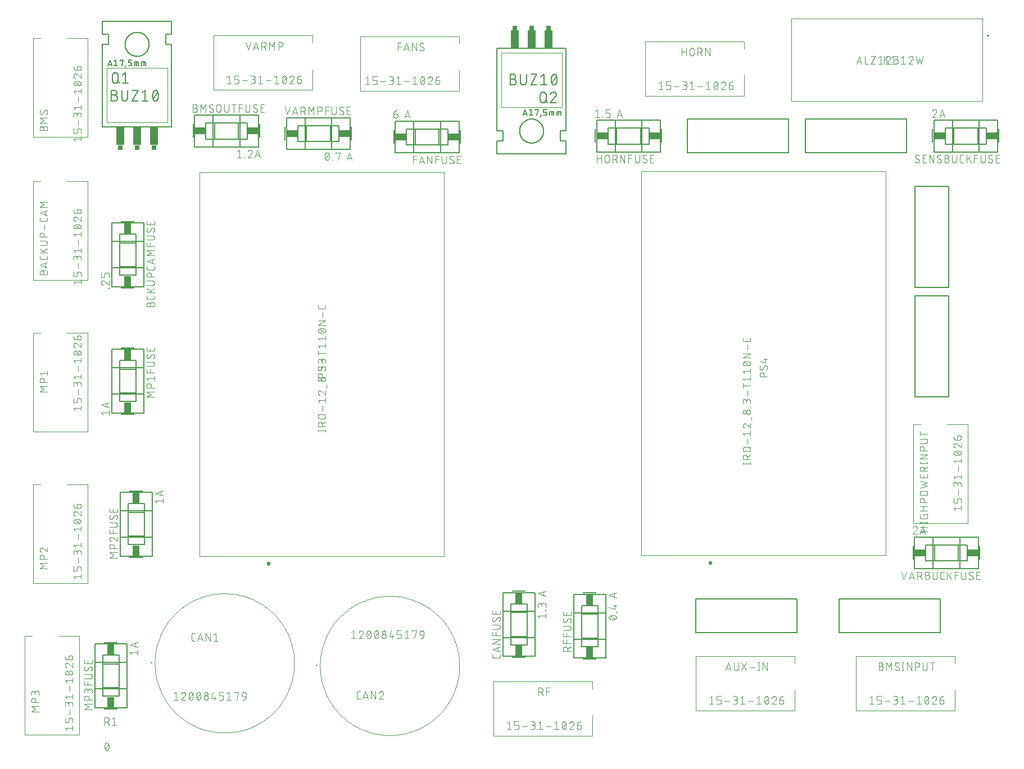
<source format=gbr>
G04 EAGLE Gerber RS-274X export*
G75*
%MOMM*%
%FSLAX34Y34*%
%LPD*%
%INSilkscreen Top*%
%IPPOS*%
%AMOC8*
5,1,8,0,0,1.08239X$1,22.5*%
G01*
%ADD10C,0.100000*%
%ADD11C,0.101600*%
%ADD12C,0.200000*%
%ADD13R,2.000000X0.200000*%
%ADD14R,1.000000X1.500000*%
%ADD15R,0.200000X2.000000*%
%ADD16R,1.500000X1.000000*%
%ADD17C,0.200000*%
%ADD18C,0.300000*%
%ADD19C,0.300000*%
%ADD20C,0.127000*%
%ADD21C,0.100000*%
%ADD22C,0.050800*%
%ADD23R,0.762000X0.635000*%
%ADD24R,1.270000X2.794000*%
%ADD25C,0.177800*%


D10*
X71600Y1609500D02*
X60600Y1609500D01*
X60600Y1460500D01*
X142600Y1460500D01*
X142600Y1609500D01*
X111600Y1609500D01*
D11*
X75551Y1472436D02*
X75551Y1469191D01*
X75550Y1472436D02*
X75552Y1472549D01*
X75558Y1472662D01*
X75568Y1472775D01*
X75582Y1472888D01*
X75599Y1473000D01*
X75621Y1473111D01*
X75646Y1473221D01*
X75676Y1473331D01*
X75709Y1473439D01*
X75746Y1473546D01*
X75786Y1473652D01*
X75831Y1473756D01*
X75879Y1473859D01*
X75930Y1473960D01*
X75985Y1474059D01*
X76043Y1474156D01*
X76105Y1474251D01*
X76170Y1474344D01*
X76238Y1474434D01*
X76309Y1474522D01*
X76384Y1474608D01*
X76461Y1474691D01*
X76541Y1474771D01*
X76624Y1474848D01*
X76710Y1474923D01*
X76798Y1474994D01*
X76888Y1475062D01*
X76981Y1475127D01*
X77076Y1475189D01*
X77173Y1475247D01*
X77272Y1475302D01*
X77373Y1475353D01*
X77476Y1475401D01*
X77580Y1475446D01*
X77686Y1475486D01*
X77793Y1475523D01*
X77901Y1475556D01*
X78011Y1475586D01*
X78121Y1475611D01*
X78232Y1475633D01*
X78344Y1475650D01*
X78457Y1475664D01*
X78570Y1475674D01*
X78683Y1475680D01*
X78796Y1475682D01*
X78909Y1475680D01*
X79022Y1475674D01*
X79135Y1475664D01*
X79248Y1475650D01*
X79360Y1475633D01*
X79471Y1475611D01*
X79581Y1475586D01*
X79691Y1475556D01*
X79799Y1475523D01*
X79906Y1475486D01*
X80012Y1475446D01*
X80116Y1475401D01*
X80219Y1475353D01*
X80320Y1475302D01*
X80419Y1475247D01*
X80516Y1475189D01*
X80611Y1475127D01*
X80704Y1475062D01*
X80794Y1474994D01*
X80882Y1474923D01*
X80968Y1474848D01*
X81051Y1474771D01*
X81131Y1474691D01*
X81208Y1474608D01*
X81283Y1474522D01*
X81354Y1474434D01*
X81422Y1474344D01*
X81487Y1474251D01*
X81549Y1474156D01*
X81607Y1474059D01*
X81662Y1473960D01*
X81713Y1473859D01*
X81761Y1473756D01*
X81806Y1473652D01*
X81846Y1473546D01*
X81883Y1473439D01*
X81916Y1473331D01*
X81946Y1473221D01*
X81971Y1473111D01*
X81993Y1473000D01*
X82010Y1472888D01*
X82024Y1472775D01*
X82034Y1472662D01*
X82040Y1472549D01*
X82042Y1472436D01*
X82042Y1469191D01*
X70358Y1469191D01*
X70358Y1472436D01*
X70360Y1472537D01*
X70366Y1472637D01*
X70376Y1472737D01*
X70389Y1472837D01*
X70407Y1472936D01*
X70428Y1473035D01*
X70453Y1473132D01*
X70482Y1473229D01*
X70515Y1473324D01*
X70551Y1473418D01*
X70591Y1473510D01*
X70634Y1473601D01*
X70681Y1473690D01*
X70731Y1473777D01*
X70785Y1473863D01*
X70842Y1473946D01*
X70902Y1474026D01*
X70965Y1474105D01*
X71032Y1474181D01*
X71101Y1474254D01*
X71173Y1474324D01*
X71247Y1474392D01*
X71324Y1474457D01*
X71404Y1474518D01*
X71486Y1474577D01*
X71570Y1474632D01*
X71656Y1474684D01*
X71744Y1474733D01*
X71834Y1474778D01*
X71926Y1474820D01*
X72019Y1474858D01*
X72114Y1474892D01*
X72209Y1474923D01*
X72306Y1474950D01*
X72404Y1474973D01*
X72503Y1474993D01*
X72603Y1475008D01*
X72703Y1475020D01*
X72803Y1475028D01*
X72904Y1475032D01*
X73004Y1475032D01*
X73105Y1475028D01*
X73205Y1475020D01*
X73305Y1475008D01*
X73405Y1474993D01*
X73504Y1474973D01*
X73602Y1474950D01*
X73699Y1474923D01*
X73794Y1474892D01*
X73889Y1474858D01*
X73982Y1474820D01*
X74074Y1474778D01*
X74164Y1474733D01*
X74252Y1474684D01*
X74338Y1474632D01*
X74422Y1474577D01*
X74504Y1474518D01*
X74584Y1474457D01*
X74661Y1474392D01*
X74735Y1474324D01*
X74807Y1474254D01*
X74876Y1474181D01*
X74943Y1474105D01*
X75006Y1474026D01*
X75066Y1473946D01*
X75123Y1473863D01*
X75177Y1473777D01*
X75227Y1473690D01*
X75274Y1473601D01*
X75317Y1473510D01*
X75357Y1473418D01*
X75393Y1473324D01*
X75426Y1473229D01*
X75455Y1473132D01*
X75480Y1473035D01*
X75501Y1472936D01*
X75519Y1472837D01*
X75532Y1472737D01*
X75542Y1472637D01*
X75548Y1472537D01*
X75550Y1472436D01*
X82042Y1479421D02*
X70358Y1483316D01*
X82042Y1487210D01*
X79121Y1486237D02*
X79121Y1480395D01*
X82042Y1494064D02*
X82042Y1496660D01*
X82042Y1494064D02*
X82040Y1493965D01*
X82034Y1493865D01*
X82025Y1493766D01*
X82012Y1493668D01*
X81995Y1493570D01*
X81974Y1493472D01*
X81949Y1493376D01*
X81921Y1493281D01*
X81889Y1493187D01*
X81854Y1493094D01*
X81815Y1493002D01*
X81772Y1492912D01*
X81727Y1492824D01*
X81677Y1492737D01*
X81625Y1492653D01*
X81569Y1492570D01*
X81511Y1492490D01*
X81449Y1492412D01*
X81384Y1492337D01*
X81316Y1492264D01*
X81246Y1492194D01*
X81173Y1492126D01*
X81098Y1492061D01*
X81020Y1491999D01*
X80940Y1491941D01*
X80857Y1491885D01*
X80773Y1491833D01*
X80686Y1491783D01*
X80598Y1491738D01*
X80508Y1491695D01*
X80416Y1491656D01*
X80323Y1491621D01*
X80229Y1491589D01*
X80134Y1491561D01*
X80038Y1491536D01*
X79940Y1491515D01*
X79842Y1491498D01*
X79744Y1491485D01*
X79645Y1491476D01*
X79545Y1491470D01*
X79446Y1491468D01*
X79446Y1491467D02*
X72954Y1491467D01*
X72855Y1491469D01*
X72755Y1491475D01*
X72656Y1491484D01*
X72558Y1491497D01*
X72460Y1491515D01*
X72362Y1491535D01*
X72266Y1491560D01*
X72170Y1491588D01*
X72076Y1491620D01*
X71983Y1491655D01*
X71892Y1491694D01*
X71802Y1491737D01*
X71713Y1491782D01*
X71627Y1491832D01*
X71542Y1491884D01*
X71460Y1491940D01*
X71380Y1491999D01*
X71302Y1492060D01*
X71226Y1492125D01*
X71153Y1492193D01*
X71083Y1492263D01*
X71015Y1492336D01*
X70950Y1492412D01*
X70889Y1492490D01*
X70830Y1492570D01*
X70774Y1492652D01*
X70722Y1492737D01*
X70673Y1492823D01*
X70627Y1492912D01*
X70584Y1493002D01*
X70545Y1493093D01*
X70510Y1493186D01*
X70478Y1493280D01*
X70450Y1493376D01*
X70425Y1493472D01*
X70405Y1493570D01*
X70387Y1493668D01*
X70374Y1493766D01*
X70365Y1493865D01*
X70359Y1493964D01*
X70357Y1494064D01*
X70358Y1494064D02*
X70358Y1496660D01*
X70358Y1501576D02*
X82042Y1501576D01*
X77498Y1501576D02*
X70358Y1508067D01*
X74902Y1504172D02*
X82042Y1508067D01*
X78796Y1512836D02*
X70358Y1512836D01*
X78796Y1512836D02*
X78909Y1512838D01*
X79022Y1512844D01*
X79135Y1512854D01*
X79248Y1512868D01*
X79360Y1512885D01*
X79471Y1512907D01*
X79581Y1512932D01*
X79691Y1512962D01*
X79799Y1512995D01*
X79906Y1513032D01*
X80012Y1513072D01*
X80116Y1513117D01*
X80219Y1513165D01*
X80320Y1513216D01*
X80419Y1513271D01*
X80516Y1513329D01*
X80611Y1513391D01*
X80704Y1513456D01*
X80794Y1513524D01*
X80882Y1513595D01*
X80968Y1513670D01*
X81051Y1513747D01*
X81131Y1513827D01*
X81208Y1513910D01*
X81283Y1513996D01*
X81354Y1514084D01*
X81422Y1514174D01*
X81487Y1514267D01*
X81549Y1514362D01*
X81607Y1514459D01*
X81662Y1514558D01*
X81713Y1514659D01*
X81761Y1514762D01*
X81806Y1514866D01*
X81846Y1514972D01*
X81883Y1515079D01*
X81916Y1515187D01*
X81946Y1515297D01*
X81971Y1515407D01*
X81993Y1515518D01*
X82010Y1515630D01*
X82024Y1515743D01*
X82034Y1515856D01*
X82040Y1515969D01*
X82042Y1516082D01*
X82040Y1516195D01*
X82034Y1516308D01*
X82024Y1516421D01*
X82010Y1516534D01*
X81993Y1516646D01*
X81971Y1516757D01*
X81946Y1516867D01*
X81916Y1516977D01*
X81883Y1517085D01*
X81846Y1517192D01*
X81806Y1517298D01*
X81761Y1517402D01*
X81713Y1517505D01*
X81662Y1517606D01*
X81607Y1517705D01*
X81549Y1517802D01*
X81487Y1517897D01*
X81422Y1517990D01*
X81354Y1518080D01*
X81283Y1518168D01*
X81208Y1518254D01*
X81131Y1518337D01*
X81051Y1518417D01*
X80968Y1518494D01*
X80882Y1518569D01*
X80794Y1518640D01*
X80704Y1518708D01*
X80611Y1518773D01*
X80516Y1518835D01*
X80419Y1518893D01*
X80320Y1518948D01*
X80219Y1518999D01*
X80116Y1519047D01*
X80012Y1519092D01*
X79906Y1519132D01*
X79799Y1519169D01*
X79691Y1519202D01*
X79581Y1519232D01*
X79471Y1519257D01*
X79360Y1519279D01*
X79248Y1519296D01*
X79135Y1519310D01*
X79022Y1519320D01*
X78909Y1519326D01*
X78796Y1519328D01*
X78796Y1519327D02*
X70358Y1519327D01*
X70358Y1525198D02*
X82042Y1525198D01*
X70358Y1525198D02*
X70358Y1528443D01*
X70360Y1528556D01*
X70366Y1528669D01*
X70376Y1528782D01*
X70390Y1528895D01*
X70407Y1529007D01*
X70429Y1529118D01*
X70454Y1529228D01*
X70484Y1529338D01*
X70517Y1529446D01*
X70554Y1529553D01*
X70594Y1529659D01*
X70639Y1529763D01*
X70687Y1529866D01*
X70738Y1529967D01*
X70793Y1530066D01*
X70851Y1530163D01*
X70913Y1530258D01*
X70978Y1530351D01*
X71046Y1530441D01*
X71117Y1530529D01*
X71192Y1530615D01*
X71269Y1530698D01*
X71349Y1530778D01*
X71432Y1530855D01*
X71518Y1530930D01*
X71606Y1531001D01*
X71696Y1531069D01*
X71789Y1531134D01*
X71884Y1531196D01*
X71981Y1531254D01*
X72080Y1531309D01*
X72181Y1531360D01*
X72284Y1531408D01*
X72388Y1531453D01*
X72494Y1531493D01*
X72601Y1531530D01*
X72709Y1531563D01*
X72819Y1531593D01*
X72929Y1531618D01*
X73040Y1531640D01*
X73152Y1531657D01*
X73265Y1531671D01*
X73378Y1531681D01*
X73491Y1531687D01*
X73604Y1531689D01*
X73717Y1531687D01*
X73830Y1531681D01*
X73943Y1531671D01*
X74056Y1531657D01*
X74168Y1531640D01*
X74279Y1531618D01*
X74389Y1531593D01*
X74499Y1531563D01*
X74607Y1531530D01*
X74714Y1531493D01*
X74820Y1531453D01*
X74924Y1531408D01*
X75027Y1531360D01*
X75128Y1531309D01*
X75227Y1531254D01*
X75324Y1531196D01*
X75419Y1531134D01*
X75512Y1531069D01*
X75602Y1531001D01*
X75690Y1530930D01*
X75776Y1530855D01*
X75859Y1530778D01*
X75939Y1530698D01*
X76016Y1530615D01*
X76091Y1530529D01*
X76162Y1530441D01*
X76230Y1530351D01*
X76295Y1530258D01*
X76357Y1530163D01*
X76415Y1530066D01*
X76470Y1529967D01*
X76521Y1529866D01*
X76569Y1529763D01*
X76614Y1529659D01*
X76654Y1529553D01*
X76691Y1529446D01*
X76724Y1529338D01*
X76754Y1529228D01*
X76779Y1529118D01*
X76801Y1529007D01*
X76818Y1528895D01*
X76832Y1528782D01*
X76842Y1528669D01*
X76848Y1528556D01*
X76850Y1528443D01*
X76849Y1528443D02*
X76849Y1525198D01*
X77498Y1536190D02*
X77498Y1543979D01*
X82042Y1551594D02*
X82042Y1554191D01*
X82042Y1551594D02*
X82040Y1551495D01*
X82034Y1551395D01*
X82025Y1551296D01*
X82012Y1551198D01*
X81995Y1551100D01*
X81974Y1551002D01*
X81949Y1550906D01*
X81921Y1550811D01*
X81889Y1550717D01*
X81854Y1550624D01*
X81815Y1550532D01*
X81772Y1550442D01*
X81727Y1550354D01*
X81677Y1550267D01*
X81625Y1550183D01*
X81569Y1550100D01*
X81511Y1550020D01*
X81449Y1549942D01*
X81384Y1549867D01*
X81316Y1549794D01*
X81246Y1549724D01*
X81173Y1549656D01*
X81098Y1549591D01*
X81020Y1549529D01*
X80940Y1549471D01*
X80857Y1549415D01*
X80773Y1549363D01*
X80686Y1549313D01*
X80598Y1549268D01*
X80508Y1549225D01*
X80416Y1549186D01*
X80323Y1549151D01*
X80229Y1549119D01*
X80134Y1549091D01*
X80038Y1549066D01*
X79940Y1549045D01*
X79842Y1549028D01*
X79744Y1549015D01*
X79645Y1549006D01*
X79545Y1549000D01*
X79446Y1548998D01*
X72954Y1548998D01*
X72954Y1548997D02*
X72855Y1548999D01*
X72755Y1549005D01*
X72656Y1549014D01*
X72558Y1549027D01*
X72460Y1549045D01*
X72362Y1549065D01*
X72266Y1549090D01*
X72170Y1549118D01*
X72076Y1549150D01*
X71983Y1549185D01*
X71892Y1549224D01*
X71802Y1549267D01*
X71713Y1549312D01*
X71627Y1549362D01*
X71542Y1549414D01*
X71460Y1549470D01*
X71380Y1549529D01*
X71302Y1549590D01*
X71226Y1549655D01*
X71153Y1549723D01*
X71083Y1549793D01*
X71015Y1549866D01*
X70950Y1549942D01*
X70889Y1550020D01*
X70830Y1550100D01*
X70774Y1550182D01*
X70722Y1550267D01*
X70673Y1550353D01*
X70627Y1550442D01*
X70584Y1550532D01*
X70545Y1550623D01*
X70510Y1550716D01*
X70478Y1550810D01*
X70450Y1550906D01*
X70425Y1551002D01*
X70405Y1551100D01*
X70387Y1551198D01*
X70374Y1551296D01*
X70365Y1551395D01*
X70359Y1551494D01*
X70357Y1551594D01*
X70358Y1551594D02*
X70358Y1554191D01*
X70358Y1561802D02*
X82042Y1557907D01*
X82042Y1565696D02*
X70358Y1561802D01*
X79121Y1564723D02*
X79121Y1558881D01*
X82042Y1570480D02*
X70358Y1570480D01*
X76849Y1574375D01*
X70358Y1578269D01*
X82042Y1578269D01*
X121158Y1458071D02*
X123754Y1454826D01*
X121158Y1458071D02*
X132842Y1458071D01*
X132842Y1454826D02*
X132842Y1461317D01*
X132842Y1466256D02*
X132842Y1470150D01*
X132840Y1470249D01*
X132834Y1470349D01*
X132825Y1470448D01*
X132812Y1470546D01*
X132795Y1470644D01*
X132774Y1470742D01*
X132749Y1470838D01*
X132721Y1470933D01*
X132689Y1471027D01*
X132654Y1471120D01*
X132615Y1471212D01*
X132572Y1471302D01*
X132527Y1471390D01*
X132477Y1471477D01*
X132425Y1471561D01*
X132369Y1471644D01*
X132311Y1471724D01*
X132249Y1471802D01*
X132184Y1471877D01*
X132116Y1471950D01*
X132046Y1472020D01*
X131973Y1472088D01*
X131898Y1472153D01*
X131820Y1472215D01*
X131740Y1472273D01*
X131657Y1472329D01*
X131573Y1472381D01*
X131486Y1472431D01*
X131398Y1472476D01*
X131308Y1472519D01*
X131216Y1472558D01*
X131123Y1472593D01*
X131029Y1472625D01*
X130934Y1472653D01*
X130838Y1472678D01*
X130740Y1472699D01*
X130642Y1472716D01*
X130544Y1472729D01*
X130445Y1472738D01*
X130345Y1472744D01*
X130246Y1472746D01*
X130246Y1472747D02*
X128947Y1472747D01*
X128947Y1472746D02*
X128848Y1472744D01*
X128748Y1472738D01*
X128649Y1472729D01*
X128551Y1472716D01*
X128453Y1472699D01*
X128355Y1472678D01*
X128259Y1472653D01*
X128164Y1472625D01*
X128070Y1472593D01*
X127977Y1472558D01*
X127885Y1472519D01*
X127795Y1472476D01*
X127707Y1472431D01*
X127620Y1472381D01*
X127536Y1472329D01*
X127453Y1472273D01*
X127373Y1472215D01*
X127295Y1472153D01*
X127220Y1472088D01*
X127147Y1472020D01*
X127077Y1471950D01*
X127009Y1471877D01*
X126944Y1471802D01*
X126882Y1471724D01*
X126824Y1471644D01*
X126768Y1471561D01*
X126716Y1471477D01*
X126666Y1471390D01*
X126621Y1471302D01*
X126578Y1471212D01*
X126539Y1471120D01*
X126504Y1471027D01*
X126472Y1470933D01*
X126444Y1470838D01*
X126419Y1470742D01*
X126398Y1470644D01*
X126381Y1470546D01*
X126368Y1470448D01*
X126359Y1470349D01*
X126353Y1470249D01*
X126351Y1470150D01*
X126351Y1466256D01*
X121158Y1466256D01*
X121158Y1472747D01*
X128298Y1477798D02*
X128298Y1485588D01*
X132842Y1490640D02*
X132842Y1493885D01*
X132840Y1493998D01*
X132834Y1494111D01*
X132824Y1494224D01*
X132810Y1494337D01*
X132793Y1494449D01*
X132771Y1494560D01*
X132746Y1494670D01*
X132716Y1494780D01*
X132683Y1494888D01*
X132646Y1494995D01*
X132606Y1495101D01*
X132561Y1495205D01*
X132513Y1495308D01*
X132462Y1495409D01*
X132407Y1495508D01*
X132349Y1495605D01*
X132287Y1495700D01*
X132222Y1495793D01*
X132154Y1495883D01*
X132083Y1495971D01*
X132008Y1496057D01*
X131931Y1496140D01*
X131851Y1496220D01*
X131768Y1496297D01*
X131682Y1496372D01*
X131594Y1496443D01*
X131504Y1496511D01*
X131411Y1496576D01*
X131316Y1496638D01*
X131219Y1496696D01*
X131120Y1496751D01*
X131019Y1496802D01*
X130916Y1496850D01*
X130812Y1496895D01*
X130706Y1496935D01*
X130599Y1496972D01*
X130491Y1497005D01*
X130381Y1497035D01*
X130271Y1497060D01*
X130160Y1497082D01*
X130048Y1497099D01*
X129935Y1497113D01*
X129822Y1497123D01*
X129709Y1497129D01*
X129596Y1497131D01*
X129483Y1497129D01*
X129370Y1497123D01*
X129257Y1497113D01*
X129144Y1497099D01*
X129032Y1497082D01*
X128921Y1497060D01*
X128811Y1497035D01*
X128701Y1497005D01*
X128593Y1496972D01*
X128486Y1496935D01*
X128380Y1496895D01*
X128276Y1496850D01*
X128173Y1496802D01*
X128072Y1496751D01*
X127973Y1496696D01*
X127876Y1496638D01*
X127781Y1496576D01*
X127688Y1496511D01*
X127598Y1496443D01*
X127510Y1496372D01*
X127424Y1496297D01*
X127341Y1496220D01*
X127261Y1496140D01*
X127184Y1496057D01*
X127109Y1495971D01*
X127038Y1495883D01*
X126970Y1495793D01*
X126905Y1495700D01*
X126843Y1495605D01*
X126785Y1495508D01*
X126730Y1495409D01*
X126679Y1495308D01*
X126631Y1495205D01*
X126586Y1495101D01*
X126546Y1494995D01*
X126509Y1494888D01*
X126476Y1494780D01*
X126446Y1494670D01*
X126421Y1494560D01*
X126399Y1494449D01*
X126382Y1494337D01*
X126368Y1494224D01*
X126358Y1494111D01*
X126352Y1493998D01*
X126350Y1493885D01*
X121158Y1494534D02*
X121158Y1490640D01*
X121158Y1494534D02*
X121160Y1494635D01*
X121166Y1494735D01*
X121176Y1494835D01*
X121189Y1494935D01*
X121207Y1495034D01*
X121228Y1495133D01*
X121253Y1495230D01*
X121282Y1495327D01*
X121315Y1495422D01*
X121351Y1495516D01*
X121391Y1495608D01*
X121434Y1495699D01*
X121481Y1495788D01*
X121531Y1495875D01*
X121585Y1495961D01*
X121642Y1496044D01*
X121702Y1496124D01*
X121765Y1496203D01*
X121832Y1496279D01*
X121901Y1496352D01*
X121973Y1496422D01*
X122047Y1496490D01*
X122124Y1496555D01*
X122204Y1496616D01*
X122286Y1496675D01*
X122370Y1496730D01*
X122456Y1496782D01*
X122544Y1496831D01*
X122634Y1496876D01*
X122726Y1496918D01*
X122819Y1496956D01*
X122914Y1496990D01*
X123009Y1497021D01*
X123106Y1497048D01*
X123204Y1497071D01*
X123303Y1497091D01*
X123403Y1497106D01*
X123503Y1497118D01*
X123603Y1497126D01*
X123704Y1497130D01*
X123804Y1497130D01*
X123905Y1497126D01*
X124005Y1497118D01*
X124105Y1497106D01*
X124205Y1497091D01*
X124304Y1497071D01*
X124402Y1497048D01*
X124499Y1497021D01*
X124594Y1496990D01*
X124689Y1496956D01*
X124782Y1496918D01*
X124874Y1496876D01*
X124964Y1496831D01*
X125052Y1496782D01*
X125138Y1496730D01*
X125222Y1496675D01*
X125304Y1496616D01*
X125384Y1496555D01*
X125461Y1496490D01*
X125535Y1496422D01*
X125607Y1496352D01*
X125676Y1496279D01*
X125743Y1496203D01*
X125806Y1496124D01*
X125866Y1496044D01*
X125923Y1495961D01*
X125977Y1495875D01*
X126027Y1495788D01*
X126074Y1495699D01*
X126117Y1495608D01*
X126157Y1495516D01*
X126193Y1495422D01*
X126226Y1495327D01*
X126255Y1495230D01*
X126280Y1495133D01*
X126301Y1495034D01*
X126319Y1494935D01*
X126332Y1494835D01*
X126342Y1494735D01*
X126348Y1494635D01*
X126350Y1494534D01*
X126351Y1494534D02*
X126351Y1491938D01*
X123754Y1502069D02*
X121158Y1505315D01*
X132842Y1505315D01*
X132842Y1502069D02*
X132842Y1508561D01*
X128298Y1513612D02*
X128298Y1521402D01*
X123754Y1526453D02*
X121158Y1529699D01*
X132842Y1529699D01*
X132842Y1526453D02*
X132842Y1532945D01*
X127000Y1537883D02*
X126770Y1537886D01*
X126540Y1537894D01*
X126311Y1537908D01*
X126082Y1537927D01*
X125853Y1537952D01*
X125625Y1537982D01*
X125398Y1538017D01*
X125172Y1538058D01*
X124947Y1538104D01*
X124723Y1538156D01*
X124500Y1538213D01*
X124279Y1538275D01*
X124059Y1538343D01*
X123841Y1538416D01*
X123625Y1538494D01*
X123411Y1538577D01*
X123199Y1538665D01*
X122988Y1538758D01*
X122781Y1538857D01*
X122691Y1538890D01*
X122602Y1538926D01*
X122514Y1538966D01*
X122429Y1539010D01*
X122345Y1539057D01*
X122263Y1539107D01*
X122183Y1539161D01*
X122106Y1539217D01*
X122030Y1539277D01*
X121957Y1539340D01*
X121887Y1539405D01*
X121819Y1539474D01*
X121755Y1539545D01*
X121693Y1539618D01*
X121634Y1539694D01*
X121578Y1539772D01*
X121525Y1539853D01*
X121476Y1539935D01*
X121430Y1540019D01*
X121387Y1540106D01*
X121348Y1540193D01*
X121312Y1540283D01*
X121280Y1540373D01*
X121252Y1540465D01*
X121227Y1540558D01*
X121206Y1540652D01*
X121189Y1540746D01*
X121175Y1540841D01*
X121166Y1540937D01*
X121160Y1541033D01*
X121158Y1541129D01*
X121160Y1541225D01*
X121166Y1541321D01*
X121175Y1541417D01*
X121189Y1541512D01*
X121206Y1541606D01*
X121227Y1541700D01*
X121252Y1541793D01*
X121280Y1541885D01*
X121312Y1541975D01*
X121348Y1542065D01*
X121387Y1542153D01*
X121430Y1542239D01*
X121476Y1542323D01*
X121525Y1542405D01*
X121578Y1542486D01*
X121634Y1542564D01*
X121693Y1542640D01*
X121755Y1542713D01*
X121819Y1542784D01*
X121887Y1542853D01*
X121957Y1542918D01*
X122030Y1542981D01*
X122106Y1543041D01*
X122183Y1543097D01*
X122263Y1543151D01*
X122345Y1543201D01*
X122429Y1543248D01*
X122514Y1543292D01*
X122602Y1543332D01*
X122691Y1543368D01*
X122781Y1543401D01*
X122988Y1543500D01*
X123199Y1543593D01*
X123411Y1543681D01*
X123625Y1543764D01*
X123841Y1543842D01*
X124059Y1543915D01*
X124279Y1543983D01*
X124500Y1544045D01*
X124723Y1544102D01*
X124947Y1544154D01*
X125172Y1544200D01*
X125398Y1544241D01*
X125625Y1544276D01*
X125853Y1544306D01*
X126082Y1544331D01*
X126311Y1544350D01*
X126540Y1544364D01*
X126770Y1544372D01*
X127000Y1544375D01*
X127000Y1537883D02*
X127230Y1537886D01*
X127460Y1537894D01*
X127689Y1537908D01*
X127918Y1537927D01*
X128147Y1537952D01*
X128375Y1537982D01*
X128602Y1538017D01*
X128828Y1538058D01*
X129053Y1538104D01*
X129277Y1538156D01*
X129500Y1538213D01*
X129721Y1538275D01*
X129941Y1538343D01*
X130159Y1538416D01*
X130375Y1538494D01*
X130589Y1538577D01*
X130801Y1538665D01*
X131012Y1538758D01*
X131219Y1538857D01*
X131309Y1538890D01*
X131398Y1538926D01*
X131486Y1538967D01*
X131571Y1539010D01*
X131655Y1539057D01*
X131737Y1539107D01*
X131817Y1539161D01*
X131894Y1539217D01*
X131970Y1539277D01*
X132043Y1539340D01*
X132113Y1539405D01*
X132181Y1539474D01*
X132245Y1539545D01*
X132307Y1539618D01*
X132366Y1539694D01*
X132422Y1539772D01*
X132475Y1539853D01*
X132524Y1539935D01*
X132570Y1540019D01*
X132613Y1540106D01*
X132652Y1540193D01*
X132688Y1540283D01*
X132720Y1540373D01*
X132748Y1540465D01*
X132773Y1540558D01*
X132794Y1540652D01*
X132811Y1540746D01*
X132825Y1540841D01*
X132834Y1540937D01*
X132840Y1541033D01*
X132842Y1541129D01*
X131219Y1543401D02*
X131012Y1543500D01*
X130801Y1543593D01*
X130589Y1543681D01*
X130375Y1543764D01*
X130159Y1543842D01*
X129941Y1543915D01*
X129721Y1543983D01*
X129500Y1544045D01*
X129277Y1544102D01*
X129053Y1544154D01*
X128828Y1544200D01*
X128602Y1544241D01*
X128375Y1544276D01*
X128147Y1544306D01*
X127918Y1544331D01*
X127689Y1544350D01*
X127460Y1544364D01*
X127230Y1544372D01*
X127000Y1544375D01*
X131219Y1543401D02*
X131309Y1543368D01*
X131398Y1543332D01*
X131486Y1543292D01*
X131571Y1543248D01*
X131655Y1543201D01*
X131737Y1543151D01*
X131817Y1543097D01*
X131894Y1543041D01*
X131970Y1542981D01*
X132043Y1542918D01*
X132113Y1542853D01*
X132181Y1542784D01*
X132245Y1542713D01*
X132307Y1542640D01*
X132366Y1542564D01*
X132422Y1542486D01*
X132475Y1542405D01*
X132524Y1542323D01*
X132570Y1542239D01*
X132613Y1542152D01*
X132652Y1542065D01*
X132688Y1541975D01*
X132720Y1541885D01*
X132748Y1541793D01*
X132773Y1541700D01*
X132794Y1541606D01*
X132811Y1541512D01*
X132825Y1541417D01*
X132834Y1541321D01*
X132840Y1541225D01*
X132842Y1541129D01*
X130246Y1538533D02*
X123754Y1543725D01*
X121158Y1552883D02*
X121160Y1552990D01*
X121166Y1553096D01*
X121176Y1553202D01*
X121189Y1553308D01*
X121207Y1553414D01*
X121228Y1553518D01*
X121253Y1553622D01*
X121282Y1553725D01*
X121314Y1553826D01*
X121351Y1553926D01*
X121391Y1554025D01*
X121434Y1554123D01*
X121481Y1554219D01*
X121532Y1554313D01*
X121586Y1554405D01*
X121643Y1554495D01*
X121703Y1554583D01*
X121767Y1554668D01*
X121834Y1554751D01*
X121904Y1554832D01*
X121976Y1554910D01*
X122052Y1554986D01*
X122130Y1555058D01*
X122211Y1555128D01*
X122294Y1555195D01*
X122379Y1555259D01*
X122467Y1555319D01*
X122557Y1555376D01*
X122649Y1555430D01*
X122743Y1555481D01*
X122839Y1555528D01*
X122937Y1555571D01*
X123036Y1555611D01*
X123136Y1555648D01*
X123237Y1555680D01*
X123340Y1555709D01*
X123444Y1555734D01*
X123548Y1555755D01*
X123654Y1555773D01*
X123760Y1555786D01*
X123866Y1555796D01*
X123972Y1555802D01*
X124079Y1555804D01*
X121158Y1552883D02*
X121160Y1552762D01*
X121166Y1552641D01*
X121176Y1552521D01*
X121189Y1552400D01*
X121207Y1552281D01*
X121228Y1552161D01*
X121253Y1552043D01*
X121282Y1551926D01*
X121315Y1551809D01*
X121351Y1551694D01*
X121392Y1551580D01*
X121435Y1551467D01*
X121483Y1551355D01*
X121534Y1551246D01*
X121589Y1551138D01*
X121647Y1551031D01*
X121708Y1550927D01*
X121773Y1550825D01*
X121841Y1550725D01*
X121912Y1550627D01*
X121986Y1550531D01*
X122063Y1550438D01*
X122144Y1550348D01*
X122227Y1550260D01*
X122313Y1550175D01*
X122402Y1550092D01*
X122493Y1550013D01*
X122587Y1549936D01*
X122683Y1549863D01*
X122781Y1549793D01*
X122882Y1549726D01*
X122985Y1549662D01*
X123090Y1549602D01*
X123197Y1549544D01*
X123305Y1549491D01*
X123415Y1549441D01*
X123527Y1549395D01*
X123640Y1549352D01*
X123755Y1549313D01*
X126351Y1554830D02*
X126273Y1554909D01*
X126193Y1554985D01*
X126110Y1555058D01*
X126024Y1555128D01*
X125937Y1555195D01*
X125846Y1555259D01*
X125754Y1555319D01*
X125660Y1555377D01*
X125563Y1555431D01*
X125465Y1555481D01*
X125365Y1555528D01*
X125264Y1555572D01*
X125161Y1555612D01*
X125056Y1555648D01*
X124951Y1555680D01*
X124844Y1555709D01*
X124737Y1555734D01*
X124628Y1555756D01*
X124519Y1555773D01*
X124410Y1555787D01*
X124300Y1555796D01*
X124189Y1555802D01*
X124079Y1555804D01*
X126351Y1554831D02*
X132842Y1549313D01*
X132842Y1555804D01*
X126351Y1560743D02*
X126351Y1564638D01*
X126353Y1564737D01*
X126359Y1564837D01*
X126368Y1564936D01*
X126381Y1565034D01*
X126398Y1565132D01*
X126419Y1565230D01*
X126444Y1565326D01*
X126472Y1565421D01*
X126504Y1565515D01*
X126539Y1565608D01*
X126578Y1565700D01*
X126621Y1565790D01*
X126666Y1565878D01*
X126716Y1565965D01*
X126768Y1566049D01*
X126824Y1566132D01*
X126882Y1566212D01*
X126944Y1566290D01*
X127009Y1566365D01*
X127077Y1566438D01*
X127147Y1566508D01*
X127220Y1566576D01*
X127295Y1566641D01*
X127373Y1566703D01*
X127453Y1566761D01*
X127536Y1566817D01*
X127620Y1566869D01*
X127707Y1566919D01*
X127795Y1566964D01*
X127885Y1567007D01*
X127977Y1567046D01*
X128070Y1567081D01*
X128164Y1567113D01*
X128259Y1567141D01*
X128355Y1567166D01*
X128453Y1567187D01*
X128551Y1567204D01*
X128649Y1567217D01*
X128748Y1567226D01*
X128848Y1567232D01*
X128947Y1567234D01*
X129596Y1567234D01*
X129596Y1567235D02*
X129709Y1567233D01*
X129822Y1567227D01*
X129935Y1567217D01*
X130048Y1567203D01*
X130160Y1567186D01*
X130271Y1567164D01*
X130381Y1567139D01*
X130491Y1567109D01*
X130599Y1567076D01*
X130706Y1567039D01*
X130812Y1566999D01*
X130916Y1566954D01*
X131019Y1566906D01*
X131120Y1566855D01*
X131219Y1566800D01*
X131316Y1566742D01*
X131411Y1566680D01*
X131504Y1566615D01*
X131594Y1566547D01*
X131682Y1566476D01*
X131768Y1566401D01*
X131851Y1566324D01*
X131931Y1566244D01*
X132008Y1566161D01*
X132083Y1566075D01*
X132154Y1565987D01*
X132222Y1565897D01*
X132287Y1565804D01*
X132349Y1565709D01*
X132407Y1565612D01*
X132462Y1565513D01*
X132513Y1565412D01*
X132561Y1565309D01*
X132606Y1565205D01*
X132646Y1565099D01*
X132683Y1564992D01*
X132716Y1564884D01*
X132746Y1564774D01*
X132771Y1564664D01*
X132793Y1564553D01*
X132810Y1564441D01*
X132824Y1564328D01*
X132834Y1564215D01*
X132840Y1564102D01*
X132842Y1563989D01*
X132840Y1563876D01*
X132834Y1563763D01*
X132824Y1563650D01*
X132810Y1563537D01*
X132793Y1563425D01*
X132771Y1563314D01*
X132746Y1563204D01*
X132716Y1563094D01*
X132683Y1562986D01*
X132646Y1562879D01*
X132606Y1562773D01*
X132561Y1562669D01*
X132513Y1562566D01*
X132462Y1562465D01*
X132407Y1562366D01*
X132349Y1562269D01*
X132287Y1562174D01*
X132222Y1562081D01*
X132154Y1561991D01*
X132083Y1561903D01*
X132008Y1561817D01*
X131931Y1561734D01*
X131851Y1561654D01*
X131768Y1561577D01*
X131682Y1561502D01*
X131594Y1561431D01*
X131504Y1561363D01*
X131411Y1561298D01*
X131316Y1561236D01*
X131219Y1561178D01*
X131120Y1561123D01*
X131019Y1561072D01*
X130916Y1561024D01*
X130812Y1560979D01*
X130706Y1560939D01*
X130599Y1560902D01*
X130491Y1560869D01*
X130381Y1560839D01*
X130271Y1560814D01*
X130160Y1560792D01*
X130048Y1560775D01*
X129935Y1560761D01*
X129822Y1560751D01*
X129709Y1560745D01*
X129596Y1560743D01*
X126351Y1560743D01*
X126208Y1560745D01*
X126065Y1560751D01*
X125922Y1560761D01*
X125780Y1560775D01*
X125638Y1560792D01*
X125496Y1560814D01*
X125355Y1560839D01*
X125215Y1560869D01*
X125076Y1560902D01*
X124938Y1560939D01*
X124801Y1560980D01*
X124665Y1561024D01*
X124530Y1561073D01*
X124397Y1561125D01*
X124265Y1561180D01*
X124135Y1561240D01*
X124006Y1561303D01*
X123879Y1561369D01*
X123755Y1561439D01*
X123632Y1561512D01*
X123511Y1561589D01*
X123392Y1561668D01*
X123276Y1561752D01*
X123161Y1561838D01*
X123050Y1561927D01*
X122941Y1562020D01*
X122834Y1562115D01*
X122730Y1562214D01*
X122629Y1562315D01*
X122530Y1562419D01*
X122435Y1562525D01*
X122342Y1562635D01*
X122253Y1562746D01*
X122167Y1562860D01*
X122084Y1562977D01*
X122004Y1563096D01*
X121927Y1563217D01*
X121854Y1563339D01*
X121784Y1563464D01*
X121718Y1563591D01*
X121655Y1563720D01*
X121595Y1563850D01*
X121540Y1563982D01*
X121488Y1564115D01*
X121439Y1564250D01*
X121395Y1564386D01*
X121354Y1564523D01*
X121317Y1564661D01*
X121284Y1564800D01*
X121254Y1564940D01*
X121229Y1565081D01*
X121207Y1565223D01*
X121190Y1565365D01*
X121176Y1565507D01*
X121166Y1565650D01*
X121160Y1565793D01*
X121158Y1565936D01*
D10*
X71600Y1825400D02*
X60600Y1825400D01*
X60600Y1676400D01*
X142600Y1676400D01*
X142600Y1825400D01*
X111600Y1825400D01*
D11*
X75551Y1689423D02*
X75551Y1686177D01*
X75550Y1689423D02*
X75552Y1689536D01*
X75558Y1689649D01*
X75568Y1689762D01*
X75582Y1689875D01*
X75599Y1689987D01*
X75621Y1690098D01*
X75646Y1690208D01*
X75676Y1690318D01*
X75709Y1690426D01*
X75746Y1690533D01*
X75786Y1690639D01*
X75831Y1690743D01*
X75879Y1690846D01*
X75930Y1690947D01*
X75985Y1691046D01*
X76043Y1691143D01*
X76105Y1691238D01*
X76170Y1691331D01*
X76238Y1691421D01*
X76309Y1691509D01*
X76384Y1691595D01*
X76461Y1691678D01*
X76541Y1691758D01*
X76624Y1691835D01*
X76710Y1691910D01*
X76798Y1691981D01*
X76888Y1692049D01*
X76981Y1692114D01*
X77076Y1692176D01*
X77173Y1692234D01*
X77272Y1692289D01*
X77373Y1692340D01*
X77476Y1692388D01*
X77580Y1692433D01*
X77686Y1692473D01*
X77793Y1692510D01*
X77901Y1692543D01*
X78011Y1692573D01*
X78121Y1692598D01*
X78232Y1692620D01*
X78344Y1692637D01*
X78457Y1692651D01*
X78570Y1692661D01*
X78683Y1692667D01*
X78796Y1692669D01*
X78909Y1692667D01*
X79022Y1692661D01*
X79135Y1692651D01*
X79248Y1692637D01*
X79360Y1692620D01*
X79471Y1692598D01*
X79581Y1692573D01*
X79691Y1692543D01*
X79799Y1692510D01*
X79906Y1692473D01*
X80012Y1692433D01*
X80116Y1692388D01*
X80219Y1692340D01*
X80320Y1692289D01*
X80419Y1692234D01*
X80516Y1692176D01*
X80611Y1692114D01*
X80704Y1692049D01*
X80794Y1691981D01*
X80882Y1691910D01*
X80968Y1691835D01*
X81051Y1691758D01*
X81131Y1691678D01*
X81208Y1691595D01*
X81283Y1691509D01*
X81354Y1691421D01*
X81422Y1691331D01*
X81487Y1691238D01*
X81549Y1691143D01*
X81607Y1691046D01*
X81662Y1690947D01*
X81713Y1690846D01*
X81761Y1690743D01*
X81806Y1690639D01*
X81846Y1690533D01*
X81883Y1690426D01*
X81916Y1690318D01*
X81946Y1690208D01*
X81971Y1690098D01*
X81993Y1689987D01*
X82010Y1689875D01*
X82024Y1689762D01*
X82034Y1689649D01*
X82040Y1689536D01*
X82042Y1689423D01*
X82042Y1686177D01*
X70358Y1686177D01*
X70358Y1689423D01*
X70360Y1689524D01*
X70366Y1689624D01*
X70376Y1689724D01*
X70389Y1689824D01*
X70407Y1689923D01*
X70428Y1690022D01*
X70453Y1690119D01*
X70482Y1690216D01*
X70515Y1690311D01*
X70551Y1690405D01*
X70591Y1690497D01*
X70634Y1690588D01*
X70681Y1690677D01*
X70731Y1690764D01*
X70785Y1690850D01*
X70842Y1690933D01*
X70902Y1691013D01*
X70965Y1691092D01*
X71032Y1691168D01*
X71101Y1691241D01*
X71173Y1691311D01*
X71247Y1691379D01*
X71324Y1691444D01*
X71404Y1691505D01*
X71486Y1691564D01*
X71570Y1691619D01*
X71656Y1691671D01*
X71744Y1691720D01*
X71834Y1691765D01*
X71926Y1691807D01*
X72019Y1691845D01*
X72114Y1691879D01*
X72209Y1691910D01*
X72306Y1691937D01*
X72404Y1691960D01*
X72503Y1691980D01*
X72603Y1691995D01*
X72703Y1692007D01*
X72803Y1692015D01*
X72904Y1692019D01*
X73004Y1692019D01*
X73105Y1692015D01*
X73205Y1692007D01*
X73305Y1691995D01*
X73405Y1691980D01*
X73504Y1691960D01*
X73602Y1691937D01*
X73699Y1691910D01*
X73794Y1691879D01*
X73889Y1691845D01*
X73982Y1691807D01*
X74074Y1691765D01*
X74164Y1691720D01*
X74252Y1691671D01*
X74338Y1691619D01*
X74422Y1691564D01*
X74504Y1691505D01*
X74584Y1691444D01*
X74661Y1691379D01*
X74735Y1691311D01*
X74807Y1691241D01*
X74876Y1691168D01*
X74943Y1691092D01*
X75006Y1691013D01*
X75066Y1690933D01*
X75123Y1690850D01*
X75177Y1690764D01*
X75227Y1690677D01*
X75274Y1690588D01*
X75317Y1690497D01*
X75357Y1690405D01*
X75393Y1690311D01*
X75426Y1690216D01*
X75455Y1690119D01*
X75480Y1690022D01*
X75501Y1689923D01*
X75519Y1689824D01*
X75532Y1689724D01*
X75542Y1689624D01*
X75548Y1689524D01*
X75550Y1689423D01*
X70358Y1697551D02*
X82042Y1697551D01*
X76849Y1701445D02*
X70358Y1697551D01*
X76849Y1701445D02*
X70358Y1705340D01*
X82042Y1705340D01*
X82042Y1714286D02*
X82040Y1714385D01*
X82034Y1714485D01*
X82025Y1714584D01*
X82012Y1714682D01*
X81995Y1714780D01*
X81974Y1714878D01*
X81949Y1714974D01*
X81921Y1715069D01*
X81889Y1715163D01*
X81854Y1715256D01*
X81815Y1715348D01*
X81772Y1715438D01*
X81727Y1715526D01*
X81677Y1715613D01*
X81625Y1715697D01*
X81569Y1715780D01*
X81511Y1715860D01*
X81449Y1715938D01*
X81384Y1716013D01*
X81316Y1716086D01*
X81246Y1716156D01*
X81173Y1716224D01*
X81098Y1716289D01*
X81020Y1716351D01*
X80940Y1716409D01*
X80857Y1716465D01*
X80773Y1716517D01*
X80686Y1716567D01*
X80598Y1716612D01*
X80508Y1716655D01*
X80416Y1716694D01*
X80323Y1716729D01*
X80229Y1716761D01*
X80134Y1716789D01*
X80038Y1716814D01*
X79940Y1716835D01*
X79842Y1716852D01*
X79744Y1716865D01*
X79645Y1716874D01*
X79545Y1716880D01*
X79446Y1716882D01*
X82042Y1714286D02*
X82040Y1714142D01*
X82034Y1713997D01*
X82025Y1713853D01*
X82012Y1713710D01*
X81995Y1713566D01*
X81974Y1713423D01*
X81949Y1713281D01*
X81921Y1713140D01*
X81889Y1712999D01*
X81853Y1712859D01*
X81814Y1712720D01*
X81771Y1712582D01*
X81724Y1712446D01*
X81674Y1712310D01*
X81620Y1712176D01*
X81563Y1712044D01*
X81502Y1711913D01*
X81438Y1711784D01*
X81370Y1711656D01*
X81300Y1711530D01*
X81225Y1711406D01*
X81148Y1711285D01*
X81067Y1711165D01*
X80984Y1711047D01*
X80897Y1710932D01*
X80807Y1710819D01*
X80714Y1710708D01*
X80619Y1710600D01*
X80520Y1710494D01*
X80419Y1710391D01*
X72954Y1710717D02*
X72855Y1710719D01*
X72755Y1710725D01*
X72656Y1710734D01*
X72558Y1710747D01*
X72460Y1710764D01*
X72362Y1710785D01*
X72266Y1710810D01*
X72171Y1710838D01*
X72077Y1710870D01*
X71984Y1710905D01*
X71892Y1710944D01*
X71802Y1710987D01*
X71714Y1711032D01*
X71627Y1711082D01*
X71543Y1711134D01*
X71460Y1711190D01*
X71380Y1711248D01*
X71302Y1711310D01*
X71227Y1711375D01*
X71154Y1711443D01*
X71084Y1711513D01*
X71016Y1711586D01*
X70951Y1711661D01*
X70889Y1711739D01*
X70831Y1711819D01*
X70775Y1711902D01*
X70723Y1711986D01*
X70673Y1712073D01*
X70628Y1712161D01*
X70585Y1712251D01*
X70546Y1712343D01*
X70511Y1712436D01*
X70479Y1712530D01*
X70451Y1712625D01*
X70426Y1712721D01*
X70405Y1712819D01*
X70388Y1712917D01*
X70375Y1713015D01*
X70366Y1713114D01*
X70360Y1713214D01*
X70358Y1713313D01*
X70360Y1713449D01*
X70366Y1713585D01*
X70375Y1713721D01*
X70388Y1713857D01*
X70406Y1713992D01*
X70426Y1714126D01*
X70451Y1714260D01*
X70479Y1714394D01*
X70512Y1714526D01*
X70547Y1714657D01*
X70587Y1714788D01*
X70630Y1714917D01*
X70676Y1715045D01*
X70727Y1715171D01*
X70780Y1715297D01*
X70838Y1715420D01*
X70898Y1715542D01*
X70962Y1715662D01*
X71030Y1715781D01*
X71100Y1715897D01*
X71174Y1716011D01*
X71251Y1716124D01*
X71332Y1716234D01*
X75226Y1712014D02*
X75173Y1711928D01*
X75116Y1711844D01*
X75057Y1711762D01*
X74994Y1711682D01*
X74928Y1711605D01*
X74860Y1711530D01*
X74788Y1711458D01*
X74714Y1711389D01*
X74637Y1711323D01*
X74558Y1711260D01*
X74476Y1711200D01*
X74392Y1711143D01*
X74306Y1711089D01*
X74218Y1711039D01*
X74128Y1710992D01*
X74037Y1710948D01*
X73943Y1710909D01*
X73849Y1710872D01*
X73753Y1710840D01*
X73655Y1710811D01*
X73557Y1710786D01*
X73458Y1710765D01*
X73358Y1710747D01*
X73258Y1710734D01*
X73157Y1710724D01*
X73055Y1710718D01*
X72954Y1710716D01*
X77174Y1715585D02*
X77227Y1715671D01*
X77284Y1715755D01*
X77343Y1715837D01*
X77406Y1715917D01*
X77472Y1715994D01*
X77540Y1716069D01*
X77612Y1716141D01*
X77686Y1716210D01*
X77763Y1716276D01*
X77842Y1716339D01*
X77924Y1716399D01*
X78008Y1716456D01*
X78094Y1716510D01*
X78182Y1716560D01*
X78272Y1716607D01*
X78363Y1716651D01*
X78457Y1716690D01*
X78551Y1716727D01*
X78647Y1716759D01*
X78745Y1716788D01*
X78843Y1716813D01*
X78942Y1716834D01*
X79042Y1716852D01*
X79142Y1716865D01*
X79243Y1716875D01*
X79345Y1716881D01*
X79446Y1716883D01*
X77174Y1715585D02*
X75226Y1712015D01*
X121158Y1673971D02*
X123754Y1670726D01*
X121158Y1673971D02*
X132842Y1673971D01*
X132842Y1670726D02*
X132842Y1677217D01*
X132842Y1682156D02*
X132842Y1686050D01*
X132840Y1686149D01*
X132834Y1686249D01*
X132825Y1686348D01*
X132812Y1686446D01*
X132795Y1686544D01*
X132774Y1686642D01*
X132749Y1686738D01*
X132721Y1686833D01*
X132689Y1686927D01*
X132654Y1687020D01*
X132615Y1687112D01*
X132572Y1687202D01*
X132527Y1687290D01*
X132477Y1687377D01*
X132425Y1687461D01*
X132369Y1687544D01*
X132311Y1687624D01*
X132249Y1687702D01*
X132184Y1687777D01*
X132116Y1687850D01*
X132046Y1687920D01*
X131973Y1687988D01*
X131898Y1688053D01*
X131820Y1688115D01*
X131740Y1688173D01*
X131657Y1688229D01*
X131573Y1688281D01*
X131486Y1688331D01*
X131398Y1688376D01*
X131308Y1688419D01*
X131216Y1688458D01*
X131123Y1688493D01*
X131029Y1688525D01*
X130934Y1688553D01*
X130838Y1688578D01*
X130740Y1688599D01*
X130642Y1688616D01*
X130544Y1688629D01*
X130445Y1688638D01*
X130345Y1688644D01*
X130246Y1688646D01*
X130246Y1688647D02*
X128947Y1688647D01*
X128947Y1688646D02*
X128848Y1688644D01*
X128748Y1688638D01*
X128649Y1688629D01*
X128551Y1688616D01*
X128453Y1688599D01*
X128355Y1688578D01*
X128259Y1688553D01*
X128164Y1688525D01*
X128070Y1688493D01*
X127977Y1688458D01*
X127885Y1688419D01*
X127795Y1688376D01*
X127707Y1688331D01*
X127620Y1688281D01*
X127536Y1688229D01*
X127453Y1688173D01*
X127373Y1688115D01*
X127295Y1688053D01*
X127220Y1687988D01*
X127147Y1687920D01*
X127077Y1687850D01*
X127009Y1687777D01*
X126944Y1687702D01*
X126882Y1687624D01*
X126824Y1687544D01*
X126768Y1687461D01*
X126716Y1687377D01*
X126666Y1687290D01*
X126621Y1687202D01*
X126578Y1687112D01*
X126539Y1687020D01*
X126504Y1686927D01*
X126472Y1686833D01*
X126444Y1686738D01*
X126419Y1686642D01*
X126398Y1686544D01*
X126381Y1686446D01*
X126368Y1686348D01*
X126359Y1686249D01*
X126353Y1686149D01*
X126351Y1686050D01*
X126351Y1682156D01*
X121158Y1682156D01*
X121158Y1688647D01*
X128298Y1693698D02*
X128298Y1701488D01*
X132842Y1706540D02*
X132842Y1709785D01*
X132840Y1709898D01*
X132834Y1710011D01*
X132824Y1710124D01*
X132810Y1710237D01*
X132793Y1710349D01*
X132771Y1710460D01*
X132746Y1710570D01*
X132716Y1710680D01*
X132683Y1710788D01*
X132646Y1710895D01*
X132606Y1711001D01*
X132561Y1711105D01*
X132513Y1711208D01*
X132462Y1711309D01*
X132407Y1711408D01*
X132349Y1711505D01*
X132287Y1711600D01*
X132222Y1711693D01*
X132154Y1711783D01*
X132083Y1711871D01*
X132008Y1711957D01*
X131931Y1712040D01*
X131851Y1712120D01*
X131768Y1712197D01*
X131682Y1712272D01*
X131594Y1712343D01*
X131504Y1712411D01*
X131411Y1712476D01*
X131316Y1712538D01*
X131219Y1712596D01*
X131120Y1712651D01*
X131019Y1712702D01*
X130916Y1712750D01*
X130812Y1712795D01*
X130706Y1712835D01*
X130599Y1712872D01*
X130491Y1712905D01*
X130381Y1712935D01*
X130271Y1712960D01*
X130160Y1712982D01*
X130048Y1712999D01*
X129935Y1713013D01*
X129822Y1713023D01*
X129709Y1713029D01*
X129596Y1713031D01*
X129483Y1713029D01*
X129370Y1713023D01*
X129257Y1713013D01*
X129144Y1712999D01*
X129032Y1712982D01*
X128921Y1712960D01*
X128811Y1712935D01*
X128701Y1712905D01*
X128593Y1712872D01*
X128486Y1712835D01*
X128380Y1712795D01*
X128276Y1712750D01*
X128173Y1712702D01*
X128072Y1712651D01*
X127973Y1712596D01*
X127876Y1712538D01*
X127781Y1712476D01*
X127688Y1712411D01*
X127598Y1712343D01*
X127510Y1712272D01*
X127424Y1712197D01*
X127341Y1712120D01*
X127261Y1712040D01*
X127184Y1711957D01*
X127109Y1711871D01*
X127038Y1711783D01*
X126970Y1711693D01*
X126905Y1711600D01*
X126843Y1711505D01*
X126785Y1711408D01*
X126730Y1711309D01*
X126679Y1711208D01*
X126631Y1711105D01*
X126586Y1711001D01*
X126546Y1710895D01*
X126509Y1710788D01*
X126476Y1710680D01*
X126446Y1710570D01*
X126421Y1710460D01*
X126399Y1710349D01*
X126382Y1710237D01*
X126368Y1710124D01*
X126358Y1710011D01*
X126352Y1709898D01*
X126350Y1709785D01*
X121158Y1710434D02*
X121158Y1706540D01*
X121158Y1710434D02*
X121160Y1710535D01*
X121166Y1710635D01*
X121176Y1710735D01*
X121189Y1710835D01*
X121207Y1710934D01*
X121228Y1711033D01*
X121253Y1711130D01*
X121282Y1711227D01*
X121315Y1711322D01*
X121351Y1711416D01*
X121391Y1711508D01*
X121434Y1711599D01*
X121481Y1711688D01*
X121531Y1711775D01*
X121585Y1711861D01*
X121642Y1711944D01*
X121702Y1712024D01*
X121765Y1712103D01*
X121832Y1712179D01*
X121901Y1712252D01*
X121973Y1712322D01*
X122047Y1712390D01*
X122124Y1712455D01*
X122204Y1712516D01*
X122286Y1712575D01*
X122370Y1712630D01*
X122456Y1712682D01*
X122544Y1712731D01*
X122634Y1712776D01*
X122726Y1712818D01*
X122819Y1712856D01*
X122914Y1712890D01*
X123009Y1712921D01*
X123106Y1712948D01*
X123204Y1712971D01*
X123303Y1712991D01*
X123403Y1713006D01*
X123503Y1713018D01*
X123603Y1713026D01*
X123704Y1713030D01*
X123804Y1713030D01*
X123905Y1713026D01*
X124005Y1713018D01*
X124105Y1713006D01*
X124205Y1712991D01*
X124304Y1712971D01*
X124402Y1712948D01*
X124499Y1712921D01*
X124594Y1712890D01*
X124689Y1712856D01*
X124782Y1712818D01*
X124874Y1712776D01*
X124964Y1712731D01*
X125052Y1712682D01*
X125138Y1712630D01*
X125222Y1712575D01*
X125304Y1712516D01*
X125384Y1712455D01*
X125461Y1712390D01*
X125535Y1712322D01*
X125607Y1712252D01*
X125676Y1712179D01*
X125743Y1712103D01*
X125806Y1712024D01*
X125866Y1711944D01*
X125923Y1711861D01*
X125977Y1711775D01*
X126027Y1711688D01*
X126074Y1711599D01*
X126117Y1711508D01*
X126157Y1711416D01*
X126193Y1711322D01*
X126226Y1711227D01*
X126255Y1711130D01*
X126280Y1711033D01*
X126301Y1710934D01*
X126319Y1710835D01*
X126332Y1710735D01*
X126342Y1710635D01*
X126348Y1710535D01*
X126350Y1710434D01*
X126351Y1710434D02*
X126351Y1707838D01*
X123754Y1717969D02*
X121158Y1721215D01*
X132842Y1721215D01*
X132842Y1717969D02*
X132842Y1724461D01*
X128298Y1729512D02*
X128298Y1737302D01*
X123754Y1742353D02*
X121158Y1745599D01*
X132842Y1745599D01*
X132842Y1742353D02*
X132842Y1748845D01*
X127000Y1753783D02*
X126770Y1753786D01*
X126540Y1753794D01*
X126311Y1753808D01*
X126082Y1753827D01*
X125853Y1753852D01*
X125625Y1753882D01*
X125398Y1753917D01*
X125172Y1753958D01*
X124947Y1754004D01*
X124723Y1754056D01*
X124500Y1754113D01*
X124279Y1754175D01*
X124059Y1754243D01*
X123841Y1754316D01*
X123625Y1754394D01*
X123411Y1754477D01*
X123199Y1754565D01*
X122988Y1754658D01*
X122781Y1754757D01*
X122691Y1754790D01*
X122602Y1754826D01*
X122514Y1754866D01*
X122429Y1754910D01*
X122345Y1754957D01*
X122263Y1755007D01*
X122183Y1755061D01*
X122106Y1755117D01*
X122030Y1755177D01*
X121957Y1755240D01*
X121887Y1755305D01*
X121819Y1755374D01*
X121755Y1755445D01*
X121693Y1755518D01*
X121634Y1755594D01*
X121578Y1755672D01*
X121525Y1755753D01*
X121476Y1755835D01*
X121430Y1755919D01*
X121387Y1756006D01*
X121348Y1756093D01*
X121312Y1756183D01*
X121280Y1756273D01*
X121252Y1756365D01*
X121227Y1756458D01*
X121206Y1756552D01*
X121189Y1756646D01*
X121175Y1756741D01*
X121166Y1756837D01*
X121160Y1756933D01*
X121158Y1757029D01*
X121160Y1757125D01*
X121166Y1757221D01*
X121175Y1757317D01*
X121189Y1757412D01*
X121206Y1757506D01*
X121227Y1757600D01*
X121252Y1757693D01*
X121280Y1757785D01*
X121312Y1757875D01*
X121348Y1757965D01*
X121387Y1758053D01*
X121430Y1758139D01*
X121476Y1758223D01*
X121525Y1758305D01*
X121578Y1758386D01*
X121634Y1758464D01*
X121693Y1758540D01*
X121755Y1758613D01*
X121819Y1758684D01*
X121887Y1758753D01*
X121957Y1758818D01*
X122030Y1758881D01*
X122106Y1758941D01*
X122183Y1758997D01*
X122263Y1759051D01*
X122345Y1759101D01*
X122429Y1759148D01*
X122514Y1759192D01*
X122602Y1759232D01*
X122691Y1759268D01*
X122781Y1759301D01*
X122988Y1759400D01*
X123199Y1759493D01*
X123411Y1759581D01*
X123625Y1759664D01*
X123841Y1759742D01*
X124059Y1759815D01*
X124279Y1759883D01*
X124500Y1759945D01*
X124723Y1760002D01*
X124947Y1760054D01*
X125172Y1760100D01*
X125398Y1760141D01*
X125625Y1760176D01*
X125853Y1760206D01*
X126082Y1760231D01*
X126311Y1760250D01*
X126540Y1760264D01*
X126770Y1760272D01*
X127000Y1760275D01*
X127000Y1753783D02*
X127230Y1753786D01*
X127460Y1753794D01*
X127689Y1753808D01*
X127918Y1753827D01*
X128147Y1753852D01*
X128375Y1753882D01*
X128602Y1753917D01*
X128828Y1753958D01*
X129053Y1754004D01*
X129277Y1754056D01*
X129500Y1754113D01*
X129721Y1754175D01*
X129941Y1754243D01*
X130159Y1754316D01*
X130375Y1754394D01*
X130589Y1754477D01*
X130801Y1754565D01*
X131012Y1754658D01*
X131219Y1754757D01*
X131309Y1754790D01*
X131398Y1754826D01*
X131486Y1754867D01*
X131571Y1754910D01*
X131655Y1754957D01*
X131737Y1755007D01*
X131817Y1755061D01*
X131894Y1755117D01*
X131970Y1755177D01*
X132043Y1755240D01*
X132113Y1755305D01*
X132181Y1755374D01*
X132245Y1755445D01*
X132307Y1755518D01*
X132366Y1755594D01*
X132422Y1755672D01*
X132475Y1755753D01*
X132524Y1755835D01*
X132570Y1755919D01*
X132613Y1756006D01*
X132652Y1756093D01*
X132688Y1756183D01*
X132720Y1756273D01*
X132748Y1756365D01*
X132773Y1756458D01*
X132794Y1756552D01*
X132811Y1756646D01*
X132825Y1756741D01*
X132834Y1756837D01*
X132840Y1756933D01*
X132842Y1757029D01*
X131219Y1759301D02*
X131012Y1759400D01*
X130801Y1759493D01*
X130589Y1759581D01*
X130375Y1759664D01*
X130159Y1759742D01*
X129941Y1759815D01*
X129721Y1759883D01*
X129500Y1759945D01*
X129277Y1760002D01*
X129053Y1760054D01*
X128828Y1760100D01*
X128602Y1760141D01*
X128375Y1760176D01*
X128147Y1760206D01*
X127918Y1760231D01*
X127689Y1760250D01*
X127460Y1760264D01*
X127230Y1760272D01*
X127000Y1760275D01*
X131219Y1759301D02*
X131309Y1759268D01*
X131398Y1759232D01*
X131486Y1759192D01*
X131571Y1759148D01*
X131655Y1759101D01*
X131737Y1759051D01*
X131817Y1758997D01*
X131894Y1758941D01*
X131970Y1758881D01*
X132043Y1758818D01*
X132113Y1758753D01*
X132181Y1758684D01*
X132245Y1758613D01*
X132307Y1758540D01*
X132366Y1758464D01*
X132422Y1758386D01*
X132475Y1758305D01*
X132524Y1758223D01*
X132570Y1758139D01*
X132613Y1758052D01*
X132652Y1757965D01*
X132688Y1757875D01*
X132720Y1757785D01*
X132748Y1757693D01*
X132773Y1757600D01*
X132794Y1757506D01*
X132811Y1757412D01*
X132825Y1757317D01*
X132834Y1757221D01*
X132840Y1757125D01*
X132842Y1757029D01*
X130246Y1754433D02*
X123754Y1759625D01*
X121158Y1768783D02*
X121160Y1768890D01*
X121166Y1768996D01*
X121176Y1769102D01*
X121189Y1769208D01*
X121207Y1769314D01*
X121228Y1769418D01*
X121253Y1769522D01*
X121282Y1769625D01*
X121314Y1769726D01*
X121351Y1769826D01*
X121391Y1769925D01*
X121434Y1770023D01*
X121481Y1770119D01*
X121532Y1770213D01*
X121586Y1770305D01*
X121643Y1770395D01*
X121703Y1770483D01*
X121767Y1770568D01*
X121834Y1770651D01*
X121904Y1770732D01*
X121976Y1770810D01*
X122052Y1770886D01*
X122130Y1770958D01*
X122211Y1771028D01*
X122294Y1771095D01*
X122379Y1771159D01*
X122467Y1771219D01*
X122557Y1771276D01*
X122649Y1771330D01*
X122743Y1771381D01*
X122839Y1771428D01*
X122937Y1771471D01*
X123036Y1771511D01*
X123136Y1771548D01*
X123237Y1771580D01*
X123340Y1771609D01*
X123444Y1771634D01*
X123548Y1771655D01*
X123654Y1771673D01*
X123760Y1771686D01*
X123866Y1771696D01*
X123972Y1771702D01*
X124079Y1771704D01*
X121158Y1768783D02*
X121160Y1768662D01*
X121166Y1768541D01*
X121176Y1768421D01*
X121189Y1768300D01*
X121207Y1768181D01*
X121228Y1768061D01*
X121253Y1767943D01*
X121282Y1767826D01*
X121315Y1767709D01*
X121351Y1767594D01*
X121392Y1767480D01*
X121435Y1767367D01*
X121483Y1767255D01*
X121534Y1767146D01*
X121589Y1767038D01*
X121647Y1766931D01*
X121708Y1766827D01*
X121773Y1766725D01*
X121841Y1766625D01*
X121912Y1766527D01*
X121986Y1766431D01*
X122063Y1766338D01*
X122144Y1766248D01*
X122227Y1766160D01*
X122313Y1766075D01*
X122402Y1765992D01*
X122493Y1765913D01*
X122587Y1765836D01*
X122683Y1765763D01*
X122781Y1765693D01*
X122882Y1765626D01*
X122985Y1765562D01*
X123090Y1765502D01*
X123197Y1765444D01*
X123305Y1765391D01*
X123415Y1765341D01*
X123527Y1765295D01*
X123640Y1765252D01*
X123755Y1765213D01*
X126351Y1770730D02*
X126273Y1770809D01*
X126193Y1770885D01*
X126110Y1770958D01*
X126024Y1771028D01*
X125937Y1771095D01*
X125846Y1771159D01*
X125754Y1771219D01*
X125660Y1771277D01*
X125563Y1771331D01*
X125465Y1771381D01*
X125365Y1771428D01*
X125264Y1771472D01*
X125161Y1771512D01*
X125056Y1771548D01*
X124951Y1771580D01*
X124844Y1771609D01*
X124737Y1771634D01*
X124628Y1771656D01*
X124519Y1771673D01*
X124410Y1771687D01*
X124300Y1771696D01*
X124189Y1771702D01*
X124079Y1771704D01*
X126351Y1770731D02*
X132842Y1765213D01*
X132842Y1771704D01*
X126351Y1776643D02*
X126351Y1780538D01*
X126353Y1780637D01*
X126359Y1780737D01*
X126368Y1780836D01*
X126381Y1780934D01*
X126398Y1781032D01*
X126419Y1781130D01*
X126444Y1781226D01*
X126472Y1781321D01*
X126504Y1781415D01*
X126539Y1781508D01*
X126578Y1781600D01*
X126621Y1781690D01*
X126666Y1781778D01*
X126716Y1781865D01*
X126768Y1781949D01*
X126824Y1782032D01*
X126882Y1782112D01*
X126944Y1782190D01*
X127009Y1782265D01*
X127077Y1782338D01*
X127147Y1782408D01*
X127220Y1782476D01*
X127295Y1782541D01*
X127373Y1782603D01*
X127453Y1782661D01*
X127536Y1782717D01*
X127620Y1782769D01*
X127707Y1782819D01*
X127795Y1782864D01*
X127885Y1782907D01*
X127977Y1782946D01*
X128070Y1782981D01*
X128164Y1783013D01*
X128259Y1783041D01*
X128355Y1783066D01*
X128453Y1783087D01*
X128551Y1783104D01*
X128649Y1783117D01*
X128748Y1783126D01*
X128848Y1783132D01*
X128947Y1783134D01*
X129596Y1783134D01*
X129596Y1783135D02*
X129709Y1783133D01*
X129822Y1783127D01*
X129935Y1783117D01*
X130048Y1783103D01*
X130160Y1783086D01*
X130271Y1783064D01*
X130381Y1783039D01*
X130491Y1783009D01*
X130599Y1782976D01*
X130706Y1782939D01*
X130812Y1782899D01*
X130916Y1782854D01*
X131019Y1782806D01*
X131120Y1782755D01*
X131219Y1782700D01*
X131316Y1782642D01*
X131411Y1782580D01*
X131504Y1782515D01*
X131594Y1782447D01*
X131682Y1782376D01*
X131768Y1782301D01*
X131851Y1782224D01*
X131931Y1782144D01*
X132008Y1782061D01*
X132083Y1781975D01*
X132154Y1781887D01*
X132222Y1781797D01*
X132287Y1781704D01*
X132349Y1781609D01*
X132407Y1781512D01*
X132462Y1781413D01*
X132513Y1781312D01*
X132561Y1781209D01*
X132606Y1781105D01*
X132646Y1780999D01*
X132683Y1780892D01*
X132716Y1780784D01*
X132746Y1780674D01*
X132771Y1780564D01*
X132793Y1780453D01*
X132810Y1780341D01*
X132824Y1780228D01*
X132834Y1780115D01*
X132840Y1780002D01*
X132842Y1779889D01*
X132840Y1779776D01*
X132834Y1779663D01*
X132824Y1779550D01*
X132810Y1779437D01*
X132793Y1779325D01*
X132771Y1779214D01*
X132746Y1779104D01*
X132716Y1778994D01*
X132683Y1778886D01*
X132646Y1778779D01*
X132606Y1778673D01*
X132561Y1778569D01*
X132513Y1778466D01*
X132462Y1778365D01*
X132407Y1778266D01*
X132349Y1778169D01*
X132287Y1778074D01*
X132222Y1777981D01*
X132154Y1777891D01*
X132083Y1777803D01*
X132008Y1777717D01*
X131931Y1777634D01*
X131851Y1777554D01*
X131768Y1777477D01*
X131682Y1777402D01*
X131594Y1777331D01*
X131504Y1777263D01*
X131411Y1777198D01*
X131316Y1777136D01*
X131219Y1777078D01*
X131120Y1777023D01*
X131019Y1776972D01*
X130916Y1776924D01*
X130812Y1776879D01*
X130706Y1776839D01*
X130599Y1776802D01*
X130491Y1776769D01*
X130381Y1776739D01*
X130271Y1776714D01*
X130160Y1776692D01*
X130048Y1776675D01*
X129935Y1776661D01*
X129822Y1776651D01*
X129709Y1776645D01*
X129596Y1776643D01*
X126351Y1776643D01*
X126208Y1776645D01*
X126065Y1776651D01*
X125922Y1776661D01*
X125780Y1776675D01*
X125638Y1776692D01*
X125496Y1776714D01*
X125355Y1776739D01*
X125215Y1776769D01*
X125076Y1776802D01*
X124938Y1776839D01*
X124801Y1776880D01*
X124665Y1776924D01*
X124530Y1776973D01*
X124397Y1777025D01*
X124265Y1777080D01*
X124135Y1777140D01*
X124006Y1777203D01*
X123879Y1777269D01*
X123755Y1777339D01*
X123632Y1777412D01*
X123511Y1777489D01*
X123392Y1777568D01*
X123276Y1777652D01*
X123161Y1777738D01*
X123050Y1777827D01*
X122941Y1777920D01*
X122834Y1778015D01*
X122730Y1778114D01*
X122629Y1778215D01*
X122530Y1778319D01*
X122435Y1778425D01*
X122342Y1778535D01*
X122253Y1778646D01*
X122167Y1778760D01*
X122084Y1778877D01*
X122004Y1778996D01*
X121927Y1779117D01*
X121854Y1779239D01*
X121784Y1779364D01*
X121718Y1779491D01*
X121655Y1779620D01*
X121595Y1779750D01*
X121540Y1779882D01*
X121488Y1780015D01*
X121439Y1780150D01*
X121395Y1780286D01*
X121354Y1780423D01*
X121317Y1780561D01*
X121284Y1780700D01*
X121254Y1780840D01*
X121229Y1780981D01*
X121207Y1781123D01*
X121190Y1781265D01*
X121176Y1781407D01*
X121166Y1781550D01*
X121160Y1781693D01*
X121158Y1781836D01*
D12*
X768480Y989070D02*
X768480Y961070D01*
X768480Y921070D01*
X768480Y893070D01*
X816480Y893070D01*
X816480Y921070D01*
X816480Y961070D01*
X816480Y989070D01*
X768480Y989070D01*
X768480Y921070D02*
X816480Y921070D01*
X816480Y961070D02*
X768480Y961070D01*
X780480Y959070D02*
X780480Y972070D01*
X780480Y959070D02*
X780480Y923070D01*
X780480Y910070D01*
X804480Y910070D01*
X804480Y923070D01*
X804480Y959070D01*
X804480Y972070D01*
X780480Y972070D01*
X780480Y923070D02*
X804480Y923070D01*
X804480Y959070D02*
X780480Y959070D01*
D13*
X792480Y891070D03*
X792480Y991070D03*
D14*
X792480Y901570D03*
X792480Y980570D03*
D11*
X763972Y895771D02*
X763972Y893174D01*
X763970Y893075D01*
X763964Y892975D01*
X763955Y892876D01*
X763942Y892778D01*
X763925Y892680D01*
X763904Y892582D01*
X763879Y892486D01*
X763851Y892391D01*
X763819Y892297D01*
X763784Y892204D01*
X763745Y892112D01*
X763702Y892022D01*
X763657Y891934D01*
X763607Y891847D01*
X763555Y891763D01*
X763499Y891680D01*
X763441Y891600D01*
X763379Y891522D01*
X763314Y891447D01*
X763246Y891374D01*
X763176Y891304D01*
X763103Y891236D01*
X763028Y891171D01*
X762950Y891109D01*
X762870Y891051D01*
X762787Y890995D01*
X762703Y890943D01*
X762616Y890893D01*
X762528Y890848D01*
X762438Y890805D01*
X762346Y890766D01*
X762253Y890731D01*
X762159Y890699D01*
X762064Y890671D01*
X761968Y890646D01*
X761870Y890625D01*
X761772Y890608D01*
X761674Y890595D01*
X761575Y890586D01*
X761475Y890580D01*
X761376Y890578D01*
X754884Y890578D01*
X754785Y890580D01*
X754685Y890586D01*
X754586Y890595D01*
X754488Y890608D01*
X754390Y890626D01*
X754292Y890646D01*
X754196Y890671D01*
X754100Y890699D01*
X754006Y890731D01*
X753913Y890766D01*
X753822Y890805D01*
X753732Y890848D01*
X753643Y890893D01*
X753557Y890943D01*
X753472Y890995D01*
X753390Y891051D01*
X753310Y891110D01*
X753232Y891171D01*
X753156Y891236D01*
X753083Y891304D01*
X753013Y891374D01*
X752945Y891447D01*
X752880Y891523D01*
X752819Y891601D01*
X752760Y891681D01*
X752704Y891763D01*
X752652Y891848D01*
X752603Y891934D01*
X752557Y892023D01*
X752514Y892113D01*
X752475Y892204D01*
X752440Y892297D01*
X752408Y892391D01*
X752380Y892487D01*
X752355Y892583D01*
X752335Y892681D01*
X752317Y892779D01*
X752304Y892877D01*
X752295Y892976D01*
X752289Y893075D01*
X752287Y893175D01*
X752288Y893174D02*
X752288Y895771D01*
X752288Y903382D02*
X763972Y899487D01*
X763972Y907276D02*
X752288Y903382D01*
X761051Y906303D02*
X761051Y900461D01*
X763972Y911947D02*
X752288Y911947D01*
X763972Y918438D01*
X752288Y918438D01*
X752288Y924162D02*
X763972Y924162D01*
X752288Y924162D02*
X752288Y929355D01*
X757481Y929355D02*
X757481Y924162D01*
X760726Y934045D02*
X752288Y934045D01*
X760726Y934045D02*
X760839Y934047D01*
X760952Y934053D01*
X761065Y934063D01*
X761178Y934077D01*
X761290Y934094D01*
X761401Y934116D01*
X761511Y934141D01*
X761621Y934171D01*
X761729Y934204D01*
X761836Y934241D01*
X761942Y934281D01*
X762046Y934326D01*
X762149Y934374D01*
X762250Y934425D01*
X762349Y934480D01*
X762446Y934538D01*
X762541Y934600D01*
X762634Y934665D01*
X762724Y934733D01*
X762812Y934804D01*
X762898Y934879D01*
X762981Y934956D01*
X763061Y935036D01*
X763138Y935119D01*
X763213Y935205D01*
X763284Y935293D01*
X763352Y935383D01*
X763417Y935476D01*
X763479Y935571D01*
X763537Y935668D01*
X763592Y935767D01*
X763643Y935868D01*
X763691Y935971D01*
X763736Y936075D01*
X763776Y936181D01*
X763813Y936288D01*
X763846Y936396D01*
X763876Y936506D01*
X763901Y936616D01*
X763923Y936727D01*
X763940Y936839D01*
X763954Y936952D01*
X763964Y937065D01*
X763970Y937178D01*
X763972Y937291D01*
X763970Y937404D01*
X763964Y937517D01*
X763954Y937630D01*
X763940Y937743D01*
X763923Y937855D01*
X763901Y937966D01*
X763876Y938076D01*
X763846Y938186D01*
X763813Y938294D01*
X763776Y938401D01*
X763736Y938507D01*
X763691Y938611D01*
X763643Y938714D01*
X763592Y938815D01*
X763537Y938914D01*
X763479Y939011D01*
X763417Y939106D01*
X763352Y939199D01*
X763284Y939289D01*
X763213Y939377D01*
X763138Y939463D01*
X763061Y939546D01*
X762981Y939626D01*
X762898Y939703D01*
X762812Y939778D01*
X762724Y939849D01*
X762634Y939917D01*
X762541Y939982D01*
X762446Y940044D01*
X762349Y940102D01*
X762250Y940157D01*
X762149Y940208D01*
X762046Y940256D01*
X761942Y940301D01*
X761836Y940341D01*
X761729Y940378D01*
X761621Y940411D01*
X761511Y940441D01*
X761401Y940466D01*
X761290Y940488D01*
X761178Y940505D01*
X761065Y940519D01*
X760952Y940529D01*
X760839Y940535D01*
X760726Y940537D01*
X760726Y940536D02*
X752288Y940536D01*
X761376Y951966D02*
X761475Y951964D01*
X761575Y951958D01*
X761674Y951949D01*
X761772Y951936D01*
X761870Y951919D01*
X761968Y951898D01*
X762064Y951873D01*
X762159Y951845D01*
X762253Y951813D01*
X762346Y951778D01*
X762438Y951739D01*
X762528Y951696D01*
X762616Y951651D01*
X762703Y951601D01*
X762787Y951549D01*
X762870Y951493D01*
X762950Y951435D01*
X763028Y951373D01*
X763103Y951308D01*
X763176Y951240D01*
X763246Y951170D01*
X763314Y951097D01*
X763379Y951022D01*
X763441Y950944D01*
X763499Y950864D01*
X763555Y950781D01*
X763607Y950697D01*
X763657Y950610D01*
X763702Y950522D01*
X763745Y950432D01*
X763784Y950340D01*
X763819Y950247D01*
X763851Y950153D01*
X763879Y950058D01*
X763904Y949962D01*
X763925Y949864D01*
X763942Y949766D01*
X763955Y949668D01*
X763964Y949569D01*
X763970Y949469D01*
X763972Y949370D01*
X763970Y949226D01*
X763964Y949081D01*
X763955Y948937D01*
X763942Y948794D01*
X763925Y948650D01*
X763904Y948507D01*
X763879Y948365D01*
X763851Y948224D01*
X763819Y948083D01*
X763783Y947943D01*
X763744Y947804D01*
X763701Y947666D01*
X763654Y947530D01*
X763604Y947394D01*
X763550Y947260D01*
X763493Y947128D01*
X763432Y946997D01*
X763368Y946868D01*
X763300Y946740D01*
X763230Y946614D01*
X763155Y946490D01*
X763078Y946369D01*
X762997Y946249D01*
X762914Y946131D01*
X762827Y946016D01*
X762737Y945903D01*
X762644Y945792D01*
X762549Y945684D01*
X762450Y945578D01*
X762349Y945475D01*
X754884Y945800D02*
X754785Y945802D01*
X754685Y945808D01*
X754586Y945817D01*
X754488Y945830D01*
X754390Y945847D01*
X754292Y945868D01*
X754196Y945893D01*
X754101Y945921D01*
X754007Y945953D01*
X753914Y945988D01*
X753822Y946027D01*
X753732Y946070D01*
X753644Y946115D01*
X753557Y946165D01*
X753473Y946217D01*
X753390Y946273D01*
X753310Y946331D01*
X753232Y946393D01*
X753157Y946458D01*
X753084Y946526D01*
X753014Y946596D01*
X752946Y946669D01*
X752881Y946744D01*
X752819Y946822D01*
X752761Y946902D01*
X752705Y946985D01*
X752653Y947069D01*
X752603Y947156D01*
X752558Y947244D01*
X752515Y947334D01*
X752476Y947426D01*
X752441Y947519D01*
X752409Y947613D01*
X752381Y947708D01*
X752356Y947804D01*
X752335Y947902D01*
X752318Y948000D01*
X752305Y948098D01*
X752296Y948197D01*
X752290Y948297D01*
X752288Y948396D01*
X752290Y948532D01*
X752296Y948668D01*
X752305Y948804D01*
X752318Y948940D01*
X752336Y949075D01*
X752356Y949209D01*
X752381Y949343D01*
X752409Y949477D01*
X752442Y949609D01*
X752477Y949740D01*
X752517Y949871D01*
X752560Y950000D01*
X752606Y950128D01*
X752657Y950254D01*
X752710Y950380D01*
X752768Y950503D01*
X752828Y950625D01*
X752892Y950745D01*
X752960Y950864D01*
X753030Y950980D01*
X753104Y951094D01*
X753181Y951207D01*
X753262Y951317D01*
X757156Y947098D02*
X757103Y947012D01*
X757046Y946928D01*
X756987Y946846D01*
X756924Y946766D01*
X756858Y946689D01*
X756790Y946614D01*
X756718Y946542D01*
X756644Y946473D01*
X756567Y946407D01*
X756488Y946344D01*
X756406Y946284D01*
X756322Y946227D01*
X756236Y946173D01*
X756148Y946123D01*
X756058Y946076D01*
X755967Y946032D01*
X755873Y945993D01*
X755779Y945956D01*
X755683Y945924D01*
X755585Y945895D01*
X755487Y945870D01*
X755388Y945849D01*
X755288Y945831D01*
X755188Y945818D01*
X755087Y945808D01*
X754985Y945802D01*
X754884Y945800D01*
X759104Y950668D02*
X759157Y950754D01*
X759214Y950838D01*
X759273Y950920D01*
X759336Y951000D01*
X759402Y951077D01*
X759470Y951152D01*
X759542Y951224D01*
X759616Y951293D01*
X759693Y951359D01*
X759772Y951422D01*
X759854Y951482D01*
X759938Y951539D01*
X760024Y951593D01*
X760112Y951643D01*
X760202Y951690D01*
X760293Y951734D01*
X760387Y951773D01*
X760481Y951810D01*
X760577Y951842D01*
X760675Y951871D01*
X760773Y951896D01*
X760872Y951917D01*
X760972Y951935D01*
X761072Y951948D01*
X761173Y951958D01*
X761275Y951964D01*
X761376Y951966D01*
X759104Y950668D02*
X757156Y947098D01*
X763972Y956928D02*
X763972Y962121D01*
X763972Y956928D02*
X752288Y956928D01*
X752288Y962121D01*
X757481Y960822D02*
X757481Y956928D01*
X820988Y954139D02*
X823584Y950894D01*
X820988Y954139D02*
X832672Y954139D01*
X832672Y950894D02*
X832672Y957385D01*
X832672Y961816D02*
X832023Y961816D01*
X832023Y962465D01*
X832672Y962465D01*
X832672Y961816D01*
X832672Y966896D02*
X832672Y970141D01*
X832670Y970254D01*
X832664Y970367D01*
X832654Y970480D01*
X832640Y970593D01*
X832623Y970705D01*
X832601Y970816D01*
X832576Y970926D01*
X832546Y971036D01*
X832513Y971144D01*
X832476Y971251D01*
X832436Y971357D01*
X832391Y971461D01*
X832343Y971564D01*
X832292Y971665D01*
X832237Y971764D01*
X832179Y971861D01*
X832117Y971956D01*
X832052Y972049D01*
X831984Y972139D01*
X831913Y972227D01*
X831838Y972313D01*
X831761Y972396D01*
X831681Y972476D01*
X831598Y972553D01*
X831512Y972628D01*
X831424Y972699D01*
X831334Y972767D01*
X831241Y972832D01*
X831146Y972894D01*
X831049Y972952D01*
X830950Y973007D01*
X830849Y973058D01*
X830746Y973106D01*
X830642Y973151D01*
X830536Y973191D01*
X830429Y973228D01*
X830321Y973261D01*
X830211Y973291D01*
X830101Y973316D01*
X829990Y973338D01*
X829878Y973355D01*
X829765Y973369D01*
X829652Y973379D01*
X829539Y973385D01*
X829426Y973387D01*
X829313Y973385D01*
X829200Y973379D01*
X829087Y973369D01*
X828974Y973355D01*
X828862Y973338D01*
X828751Y973316D01*
X828641Y973291D01*
X828531Y973261D01*
X828423Y973228D01*
X828316Y973191D01*
X828210Y973151D01*
X828106Y973106D01*
X828003Y973058D01*
X827902Y973007D01*
X827803Y972952D01*
X827706Y972894D01*
X827611Y972832D01*
X827518Y972767D01*
X827428Y972699D01*
X827340Y972628D01*
X827254Y972553D01*
X827171Y972476D01*
X827091Y972396D01*
X827014Y972313D01*
X826939Y972227D01*
X826868Y972139D01*
X826800Y972049D01*
X826735Y971956D01*
X826673Y971861D01*
X826615Y971764D01*
X826560Y971665D01*
X826509Y971564D01*
X826461Y971461D01*
X826416Y971357D01*
X826376Y971251D01*
X826339Y971144D01*
X826306Y971036D01*
X826276Y970926D01*
X826251Y970816D01*
X826229Y970705D01*
X826212Y970593D01*
X826198Y970480D01*
X826188Y970367D01*
X826182Y970254D01*
X826180Y970141D01*
X820988Y970790D02*
X820988Y966896D01*
X820988Y970790D02*
X820990Y970891D01*
X820996Y970991D01*
X821006Y971091D01*
X821019Y971191D01*
X821037Y971290D01*
X821058Y971389D01*
X821083Y971486D01*
X821112Y971583D01*
X821145Y971678D01*
X821181Y971772D01*
X821221Y971864D01*
X821264Y971955D01*
X821311Y972044D01*
X821361Y972131D01*
X821415Y972217D01*
X821472Y972300D01*
X821532Y972380D01*
X821595Y972459D01*
X821662Y972535D01*
X821731Y972608D01*
X821803Y972678D01*
X821877Y972746D01*
X821954Y972811D01*
X822034Y972872D01*
X822116Y972931D01*
X822200Y972986D01*
X822286Y973038D01*
X822374Y973087D01*
X822464Y973132D01*
X822556Y973174D01*
X822649Y973212D01*
X822744Y973246D01*
X822839Y973277D01*
X822936Y973304D01*
X823034Y973327D01*
X823133Y973347D01*
X823233Y973362D01*
X823333Y973374D01*
X823433Y973382D01*
X823534Y973386D01*
X823634Y973386D01*
X823735Y973382D01*
X823835Y973374D01*
X823935Y973362D01*
X824035Y973347D01*
X824134Y973327D01*
X824232Y973304D01*
X824329Y973277D01*
X824424Y973246D01*
X824519Y973212D01*
X824612Y973174D01*
X824704Y973132D01*
X824794Y973087D01*
X824882Y973038D01*
X824968Y972986D01*
X825052Y972931D01*
X825134Y972872D01*
X825214Y972811D01*
X825291Y972746D01*
X825365Y972678D01*
X825437Y972608D01*
X825506Y972535D01*
X825573Y972459D01*
X825636Y972380D01*
X825696Y972300D01*
X825753Y972217D01*
X825807Y972131D01*
X825857Y972044D01*
X825904Y971955D01*
X825947Y971864D01*
X825987Y971772D01*
X826023Y971678D01*
X826056Y971583D01*
X826085Y971486D01*
X826110Y971389D01*
X826131Y971290D01*
X826149Y971191D01*
X826162Y971091D01*
X826172Y970991D01*
X826178Y970891D01*
X826180Y970790D01*
X826181Y970790D02*
X826181Y968194D01*
X832672Y983773D02*
X820988Y987667D01*
X832672Y991562D01*
X829751Y990588D02*
X829751Y984746D01*
D12*
X909580Y1653670D02*
X937580Y1653670D01*
X977580Y1653670D01*
X1005580Y1653670D01*
X1005580Y1701670D01*
X977580Y1701670D01*
X937580Y1701670D01*
X909580Y1701670D01*
X909580Y1653670D01*
X977580Y1653670D02*
X977580Y1701670D01*
X937580Y1701670D02*
X937580Y1653670D01*
X939580Y1665670D02*
X926580Y1665670D01*
X939580Y1665670D02*
X975580Y1665670D01*
X988580Y1665670D01*
X988580Y1689670D01*
X975580Y1689670D01*
X939580Y1689670D01*
X926580Y1689670D01*
X926580Y1665670D01*
X975580Y1665670D02*
X975580Y1689670D01*
X939580Y1689670D02*
X939580Y1665670D01*
D15*
X1007580Y1677670D03*
X907580Y1677670D03*
D16*
X997080Y1677670D03*
X918080Y1677670D03*
D11*
X909766Y1649162D02*
X909766Y1637478D01*
X909766Y1643969D02*
X916257Y1643969D01*
X916257Y1649162D02*
X916257Y1637478D01*
X921577Y1640724D02*
X921577Y1645916D01*
X921576Y1645916D02*
X921578Y1646029D01*
X921584Y1646142D01*
X921594Y1646255D01*
X921608Y1646368D01*
X921625Y1646480D01*
X921647Y1646591D01*
X921672Y1646701D01*
X921702Y1646811D01*
X921735Y1646919D01*
X921772Y1647026D01*
X921812Y1647132D01*
X921857Y1647236D01*
X921905Y1647339D01*
X921956Y1647440D01*
X922011Y1647539D01*
X922069Y1647636D01*
X922131Y1647731D01*
X922196Y1647824D01*
X922264Y1647914D01*
X922335Y1648002D01*
X922410Y1648088D01*
X922487Y1648171D01*
X922567Y1648251D01*
X922650Y1648328D01*
X922736Y1648403D01*
X922824Y1648474D01*
X922914Y1648542D01*
X923007Y1648607D01*
X923102Y1648669D01*
X923199Y1648727D01*
X923298Y1648782D01*
X923399Y1648833D01*
X923502Y1648881D01*
X923606Y1648926D01*
X923712Y1648966D01*
X923819Y1649003D01*
X923927Y1649036D01*
X924037Y1649066D01*
X924147Y1649091D01*
X924258Y1649113D01*
X924370Y1649130D01*
X924483Y1649144D01*
X924596Y1649154D01*
X924709Y1649160D01*
X924822Y1649162D01*
X924935Y1649160D01*
X925048Y1649154D01*
X925161Y1649144D01*
X925274Y1649130D01*
X925386Y1649113D01*
X925497Y1649091D01*
X925607Y1649066D01*
X925717Y1649036D01*
X925825Y1649003D01*
X925932Y1648966D01*
X926038Y1648926D01*
X926142Y1648881D01*
X926245Y1648833D01*
X926346Y1648782D01*
X926445Y1648727D01*
X926542Y1648669D01*
X926637Y1648607D01*
X926730Y1648542D01*
X926820Y1648474D01*
X926908Y1648403D01*
X926994Y1648328D01*
X927077Y1648251D01*
X927157Y1648171D01*
X927234Y1648088D01*
X927309Y1648002D01*
X927380Y1647914D01*
X927448Y1647824D01*
X927513Y1647731D01*
X927575Y1647636D01*
X927633Y1647539D01*
X927688Y1647440D01*
X927739Y1647339D01*
X927787Y1647236D01*
X927832Y1647132D01*
X927872Y1647026D01*
X927909Y1646919D01*
X927942Y1646811D01*
X927972Y1646701D01*
X927997Y1646591D01*
X928019Y1646480D01*
X928036Y1646368D01*
X928050Y1646255D01*
X928060Y1646142D01*
X928066Y1646029D01*
X928068Y1645916D01*
X928068Y1640724D01*
X928066Y1640611D01*
X928060Y1640498D01*
X928050Y1640385D01*
X928036Y1640272D01*
X928019Y1640160D01*
X927997Y1640049D01*
X927972Y1639939D01*
X927942Y1639829D01*
X927909Y1639721D01*
X927872Y1639614D01*
X927832Y1639508D01*
X927787Y1639404D01*
X927739Y1639301D01*
X927688Y1639200D01*
X927633Y1639101D01*
X927575Y1639004D01*
X927513Y1638909D01*
X927448Y1638816D01*
X927380Y1638726D01*
X927309Y1638638D01*
X927234Y1638552D01*
X927157Y1638469D01*
X927077Y1638389D01*
X926994Y1638312D01*
X926908Y1638237D01*
X926820Y1638166D01*
X926730Y1638098D01*
X926637Y1638033D01*
X926542Y1637971D01*
X926445Y1637913D01*
X926346Y1637858D01*
X926245Y1637807D01*
X926142Y1637759D01*
X926038Y1637714D01*
X925932Y1637674D01*
X925825Y1637637D01*
X925717Y1637604D01*
X925607Y1637574D01*
X925497Y1637549D01*
X925386Y1637527D01*
X925274Y1637510D01*
X925161Y1637496D01*
X925048Y1637486D01*
X924935Y1637480D01*
X924822Y1637478D01*
X924709Y1637480D01*
X924596Y1637486D01*
X924483Y1637496D01*
X924370Y1637510D01*
X924258Y1637527D01*
X924147Y1637549D01*
X924037Y1637574D01*
X923927Y1637604D01*
X923819Y1637637D01*
X923712Y1637674D01*
X923606Y1637714D01*
X923502Y1637759D01*
X923399Y1637807D01*
X923298Y1637858D01*
X923199Y1637913D01*
X923102Y1637971D01*
X923007Y1638033D01*
X922914Y1638098D01*
X922824Y1638166D01*
X922736Y1638237D01*
X922650Y1638312D01*
X922567Y1638389D01*
X922487Y1638469D01*
X922410Y1638552D01*
X922335Y1638638D01*
X922264Y1638726D01*
X922196Y1638816D01*
X922131Y1638909D01*
X922069Y1639004D01*
X922011Y1639101D01*
X921956Y1639200D01*
X921905Y1639301D01*
X921857Y1639404D01*
X921812Y1639508D01*
X921772Y1639614D01*
X921735Y1639721D01*
X921702Y1639829D01*
X921672Y1639939D01*
X921647Y1640049D01*
X921625Y1640160D01*
X921608Y1640272D01*
X921594Y1640385D01*
X921584Y1640498D01*
X921578Y1640611D01*
X921576Y1640724D01*
X933461Y1637478D02*
X933461Y1649162D01*
X936707Y1649162D01*
X936820Y1649160D01*
X936933Y1649154D01*
X937046Y1649144D01*
X937159Y1649130D01*
X937271Y1649113D01*
X937382Y1649091D01*
X937492Y1649066D01*
X937602Y1649036D01*
X937710Y1649003D01*
X937817Y1648966D01*
X937923Y1648926D01*
X938027Y1648881D01*
X938130Y1648833D01*
X938231Y1648782D01*
X938330Y1648727D01*
X938427Y1648669D01*
X938522Y1648607D01*
X938615Y1648542D01*
X938705Y1648474D01*
X938793Y1648403D01*
X938879Y1648328D01*
X938962Y1648251D01*
X939042Y1648171D01*
X939119Y1648088D01*
X939194Y1648002D01*
X939265Y1647914D01*
X939333Y1647824D01*
X939398Y1647731D01*
X939460Y1647636D01*
X939518Y1647539D01*
X939573Y1647440D01*
X939624Y1647339D01*
X939672Y1647236D01*
X939717Y1647132D01*
X939757Y1647026D01*
X939794Y1646919D01*
X939827Y1646811D01*
X939857Y1646701D01*
X939882Y1646591D01*
X939904Y1646480D01*
X939921Y1646368D01*
X939935Y1646255D01*
X939945Y1646142D01*
X939951Y1646029D01*
X939953Y1645916D01*
X939951Y1645803D01*
X939945Y1645690D01*
X939935Y1645577D01*
X939921Y1645464D01*
X939904Y1645352D01*
X939882Y1645241D01*
X939857Y1645131D01*
X939827Y1645021D01*
X939794Y1644913D01*
X939757Y1644806D01*
X939717Y1644700D01*
X939672Y1644596D01*
X939624Y1644493D01*
X939573Y1644392D01*
X939518Y1644293D01*
X939460Y1644196D01*
X939398Y1644101D01*
X939333Y1644008D01*
X939265Y1643918D01*
X939194Y1643830D01*
X939119Y1643744D01*
X939042Y1643661D01*
X938962Y1643581D01*
X938879Y1643504D01*
X938793Y1643429D01*
X938705Y1643358D01*
X938615Y1643290D01*
X938522Y1643225D01*
X938427Y1643163D01*
X938330Y1643105D01*
X938231Y1643050D01*
X938130Y1642999D01*
X938027Y1642951D01*
X937923Y1642906D01*
X937817Y1642866D01*
X937710Y1642829D01*
X937602Y1642796D01*
X937492Y1642766D01*
X937382Y1642741D01*
X937271Y1642719D01*
X937159Y1642702D01*
X937046Y1642688D01*
X936933Y1642678D01*
X936820Y1642672D01*
X936707Y1642670D01*
X936707Y1642671D02*
X933461Y1642671D01*
X937356Y1642671D02*
X939952Y1637478D01*
X945199Y1637478D02*
X945199Y1649162D01*
X951690Y1637478D01*
X951690Y1649162D01*
X957413Y1649162D02*
X957413Y1637478D01*
X957413Y1649162D02*
X962606Y1649162D01*
X962606Y1643969D02*
X957413Y1643969D01*
X967297Y1640724D02*
X967297Y1649162D01*
X967296Y1640724D02*
X967298Y1640611D01*
X967304Y1640498D01*
X967314Y1640385D01*
X967328Y1640272D01*
X967345Y1640160D01*
X967367Y1640049D01*
X967392Y1639939D01*
X967422Y1639829D01*
X967455Y1639721D01*
X967492Y1639614D01*
X967532Y1639508D01*
X967577Y1639404D01*
X967625Y1639301D01*
X967676Y1639200D01*
X967731Y1639101D01*
X967789Y1639004D01*
X967851Y1638909D01*
X967916Y1638816D01*
X967984Y1638726D01*
X968055Y1638638D01*
X968130Y1638552D01*
X968207Y1638469D01*
X968287Y1638389D01*
X968370Y1638312D01*
X968456Y1638237D01*
X968544Y1638166D01*
X968634Y1638098D01*
X968727Y1638033D01*
X968822Y1637971D01*
X968919Y1637913D01*
X969018Y1637858D01*
X969119Y1637807D01*
X969222Y1637759D01*
X969326Y1637714D01*
X969432Y1637674D01*
X969539Y1637637D01*
X969647Y1637604D01*
X969757Y1637574D01*
X969867Y1637549D01*
X969978Y1637527D01*
X970090Y1637510D01*
X970203Y1637496D01*
X970316Y1637486D01*
X970429Y1637480D01*
X970542Y1637478D01*
X970655Y1637480D01*
X970768Y1637486D01*
X970881Y1637496D01*
X970994Y1637510D01*
X971106Y1637527D01*
X971217Y1637549D01*
X971327Y1637574D01*
X971437Y1637604D01*
X971545Y1637637D01*
X971652Y1637674D01*
X971758Y1637714D01*
X971862Y1637759D01*
X971965Y1637807D01*
X972066Y1637858D01*
X972165Y1637913D01*
X972262Y1637971D01*
X972357Y1638033D01*
X972450Y1638098D01*
X972540Y1638166D01*
X972628Y1638237D01*
X972714Y1638312D01*
X972797Y1638389D01*
X972877Y1638469D01*
X972954Y1638552D01*
X973029Y1638638D01*
X973100Y1638726D01*
X973168Y1638816D01*
X973233Y1638909D01*
X973295Y1639004D01*
X973353Y1639101D01*
X973408Y1639200D01*
X973459Y1639301D01*
X973507Y1639404D01*
X973552Y1639508D01*
X973592Y1639614D01*
X973629Y1639721D01*
X973662Y1639829D01*
X973692Y1639939D01*
X973717Y1640049D01*
X973739Y1640160D01*
X973756Y1640272D01*
X973770Y1640385D01*
X973780Y1640498D01*
X973786Y1640611D01*
X973788Y1640724D01*
X973788Y1649162D01*
X985217Y1640074D02*
X985215Y1639975D01*
X985209Y1639875D01*
X985200Y1639776D01*
X985187Y1639678D01*
X985170Y1639580D01*
X985149Y1639482D01*
X985124Y1639386D01*
X985096Y1639291D01*
X985064Y1639197D01*
X985029Y1639104D01*
X984990Y1639012D01*
X984947Y1638922D01*
X984902Y1638834D01*
X984852Y1638747D01*
X984800Y1638663D01*
X984744Y1638580D01*
X984686Y1638500D01*
X984624Y1638422D01*
X984559Y1638347D01*
X984491Y1638274D01*
X984421Y1638204D01*
X984348Y1638136D01*
X984273Y1638071D01*
X984195Y1638009D01*
X984115Y1637951D01*
X984032Y1637895D01*
X983948Y1637843D01*
X983861Y1637793D01*
X983773Y1637748D01*
X983683Y1637705D01*
X983591Y1637666D01*
X983498Y1637631D01*
X983404Y1637599D01*
X983309Y1637571D01*
X983213Y1637546D01*
X983115Y1637525D01*
X983017Y1637508D01*
X982919Y1637495D01*
X982820Y1637486D01*
X982720Y1637480D01*
X982621Y1637478D01*
X982477Y1637480D01*
X982332Y1637486D01*
X982188Y1637495D01*
X982045Y1637508D01*
X981901Y1637525D01*
X981758Y1637546D01*
X981616Y1637571D01*
X981475Y1637599D01*
X981334Y1637631D01*
X981194Y1637667D01*
X981055Y1637706D01*
X980917Y1637749D01*
X980781Y1637796D01*
X980645Y1637846D01*
X980511Y1637900D01*
X980379Y1637957D01*
X980248Y1638018D01*
X980119Y1638082D01*
X979991Y1638150D01*
X979865Y1638220D01*
X979741Y1638295D01*
X979620Y1638372D01*
X979500Y1638453D01*
X979382Y1638536D01*
X979267Y1638623D01*
X979154Y1638713D01*
X979043Y1638806D01*
X978935Y1638901D01*
X978829Y1639000D01*
X978726Y1639101D01*
X979052Y1646566D02*
X979054Y1646665D01*
X979060Y1646765D01*
X979069Y1646864D01*
X979082Y1646962D01*
X979099Y1647060D01*
X979120Y1647158D01*
X979145Y1647254D01*
X979173Y1647349D01*
X979205Y1647443D01*
X979240Y1647536D01*
X979279Y1647628D01*
X979322Y1647718D01*
X979367Y1647806D01*
X979417Y1647893D01*
X979469Y1647977D01*
X979525Y1648060D01*
X979583Y1648140D01*
X979645Y1648218D01*
X979710Y1648293D01*
X979778Y1648366D01*
X979848Y1648436D01*
X979921Y1648504D01*
X979996Y1648569D01*
X980074Y1648631D01*
X980154Y1648689D01*
X980237Y1648745D01*
X980321Y1648797D01*
X980408Y1648847D01*
X980496Y1648892D01*
X980586Y1648935D01*
X980678Y1648974D01*
X980771Y1649009D01*
X980865Y1649041D01*
X980960Y1649069D01*
X981057Y1649094D01*
X981154Y1649115D01*
X981252Y1649132D01*
X981350Y1649145D01*
X981449Y1649154D01*
X981549Y1649160D01*
X981648Y1649162D01*
X981784Y1649160D01*
X981920Y1649154D01*
X982056Y1649145D01*
X982192Y1649132D01*
X982327Y1649114D01*
X982461Y1649094D01*
X982595Y1649069D01*
X982729Y1649041D01*
X982861Y1649008D01*
X982992Y1648973D01*
X983123Y1648933D01*
X983252Y1648890D01*
X983380Y1648844D01*
X983506Y1648793D01*
X983632Y1648740D01*
X983755Y1648682D01*
X983877Y1648622D01*
X983997Y1648558D01*
X984116Y1648490D01*
X984232Y1648420D01*
X984346Y1648346D01*
X984459Y1648269D01*
X984569Y1648188D01*
X980349Y1644294D02*
X980263Y1644347D01*
X980179Y1644404D01*
X980097Y1644463D01*
X980017Y1644526D01*
X979940Y1644592D01*
X979865Y1644660D01*
X979793Y1644732D01*
X979724Y1644806D01*
X979658Y1644883D01*
X979595Y1644962D01*
X979535Y1645044D01*
X979478Y1645128D01*
X979424Y1645214D01*
X979374Y1645302D01*
X979327Y1645392D01*
X979283Y1645483D01*
X979244Y1645577D01*
X979207Y1645671D01*
X979175Y1645767D01*
X979146Y1645865D01*
X979121Y1645963D01*
X979100Y1646062D01*
X979082Y1646162D01*
X979069Y1646262D01*
X979059Y1646363D01*
X979053Y1646465D01*
X979051Y1646566D01*
X983920Y1642346D02*
X984006Y1642293D01*
X984090Y1642236D01*
X984172Y1642177D01*
X984252Y1642114D01*
X984329Y1642048D01*
X984404Y1641980D01*
X984476Y1641908D01*
X984545Y1641834D01*
X984611Y1641757D01*
X984674Y1641678D01*
X984734Y1641596D01*
X984791Y1641512D01*
X984845Y1641426D01*
X984895Y1641338D01*
X984942Y1641248D01*
X984986Y1641157D01*
X985025Y1641063D01*
X985062Y1640969D01*
X985094Y1640873D01*
X985123Y1640775D01*
X985148Y1640677D01*
X985169Y1640578D01*
X985187Y1640478D01*
X985200Y1640378D01*
X985210Y1640277D01*
X985216Y1640175D01*
X985218Y1640074D01*
X983919Y1642346D02*
X980349Y1644294D01*
X990179Y1637478D02*
X995372Y1637478D01*
X990179Y1637478D02*
X990179Y1649162D01*
X995372Y1649162D01*
X994074Y1643969D02*
X990179Y1643969D01*
X910334Y1717862D02*
X907088Y1715266D01*
X910334Y1717862D02*
X910334Y1706178D01*
X913579Y1706178D02*
X907088Y1706178D01*
X918010Y1706178D02*
X918010Y1706827D01*
X918659Y1706827D01*
X918659Y1706178D01*
X918010Y1706178D01*
X923090Y1706178D02*
X926985Y1706178D01*
X927084Y1706180D01*
X927184Y1706186D01*
X927283Y1706195D01*
X927381Y1706208D01*
X927479Y1706225D01*
X927577Y1706246D01*
X927673Y1706271D01*
X927768Y1706299D01*
X927862Y1706331D01*
X927955Y1706366D01*
X928047Y1706405D01*
X928137Y1706448D01*
X928225Y1706493D01*
X928312Y1706543D01*
X928396Y1706595D01*
X928479Y1706651D01*
X928559Y1706709D01*
X928637Y1706771D01*
X928712Y1706836D01*
X928785Y1706904D01*
X928855Y1706974D01*
X928923Y1707047D01*
X928988Y1707122D01*
X929050Y1707200D01*
X929108Y1707280D01*
X929164Y1707363D01*
X929216Y1707447D01*
X929266Y1707534D01*
X929311Y1707622D01*
X929354Y1707712D01*
X929393Y1707804D01*
X929428Y1707897D01*
X929460Y1707991D01*
X929488Y1708086D01*
X929513Y1708182D01*
X929534Y1708280D01*
X929551Y1708378D01*
X929564Y1708476D01*
X929573Y1708575D01*
X929579Y1708675D01*
X929581Y1708774D01*
X929581Y1710073D01*
X929579Y1710172D01*
X929573Y1710272D01*
X929564Y1710371D01*
X929551Y1710469D01*
X929534Y1710567D01*
X929513Y1710665D01*
X929488Y1710761D01*
X929460Y1710856D01*
X929428Y1710950D01*
X929393Y1711043D01*
X929354Y1711135D01*
X929311Y1711225D01*
X929266Y1711313D01*
X929216Y1711400D01*
X929164Y1711484D01*
X929108Y1711567D01*
X929050Y1711647D01*
X928988Y1711725D01*
X928923Y1711800D01*
X928855Y1711873D01*
X928785Y1711943D01*
X928712Y1712011D01*
X928637Y1712076D01*
X928559Y1712138D01*
X928479Y1712196D01*
X928396Y1712252D01*
X928312Y1712304D01*
X928225Y1712354D01*
X928137Y1712399D01*
X928047Y1712442D01*
X927955Y1712481D01*
X927862Y1712516D01*
X927768Y1712548D01*
X927673Y1712576D01*
X927577Y1712601D01*
X927479Y1712622D01*
X927381Y1712639D01*
X927283Y1712652D01*
X927184Y1712661D01*
X927084Y1712667D01*
X926985Y1712669D01*
X923090Y1712669D01*
X923090Y1717862D01*
X929581Y1717862D01*
X943861Y1717862D02*
X939967Y1706178D01*
X947756Y1706178D02*
X943861Y1717862D01*
X946782Y1709099D02*
X940940Y1709099D01*
D12*
X1388370Y1025020D02*
X1416370Y1025020D01*
X1456370Y1025020D01*
X1484370Y1025020D01*
X1484370Y1073020D01*
X1456370Y1073020D01*
X1416370Y1073020D01*
X1388370Y1073020D01*
X1388370Y1025020D01*
X1456370Y1025020D02*
X1456370Y1073020D01*
X1416370Y1073020D02*
X1416370Y1025020D01*
X1418370Y1037020D02*
X1405370Y1037020D01*
X1418370Y1037020D02*
X1454370Y1037020D01*
X1467370Y1037020D01*
X1467370Y1061020D01*
X1454370Y1061020D01*
X1418370Y1061020D01*
X1405370Y1061020D01*
X1405370Y1037020D01*
X1454370Y1037020D02*
X1454370Y1061020D01*
X1418370Y1061020D02*
X1418370Y1037020D01*
D15*
X1486370Y1049020D03*
X1386370Y1049020D03*
D16*
X1475870Y1049020D03*
X1396870Y1049020D03*
D11*
X1368603Y1020512D02*
X1372497Y1008828D01*
X1376392Y1020512D01*
X1383927Y1020512D02*
X1380033Y1008828D01*
X1387822Y1008828D02*
X1383927Y1020512D01*
X1386848Y1011749D02*
X1381006Y1011749D01*
X1392566Y1008828D02*
X1392566Y1020512D01*
X1395812Y1020512D01*
X1395925Y1020510D01*
X1396038Y1020504D01*
X1396151Y1020494D01*
X1396264Y1020480D01*
X1396376Y1020463D01*
X1396487Y1020441D01*
X1396597Y1020416D01*
X1396707Y1020386D01*
X1396815Y1020353D01*
X1396922Y1020316D01*
X1397028Y1020276D01*
X1397132Y1020231D01*
X1397235Y1020183D01*
X1397336Y1020132D01*
X1397435Y1020077D01*
X1397532Y1020019D01*
X1397627Y1019957D01*
X1397720Y1019892D01*
X1397810Y1019824D01*
X1397898Y1019753D01*
X1397984Y1019678D01*
X1398067Y1019601D01*
X1398147Y1019521D01*
X1398224Y1019438D01*
X1398299Y1019352D01*
X1398370Y1019264D01*
X1398438Y1019174D01*
X1398503Y1019081D01*
X1398565Y1018986D01*
X1398623Y1018889D01*
X1398678Y1018790D01*
X1398729Y1018689D01*
X1398777Y1018586D01*
X1398822Y1018482D01*
X1398862Y1018376D01*
X1398899Y1018269D01*
X1398932Y1018161D01*
X1398962Y1018051D01*
X1398987Y1017941D01*
X1399009Y1017830D01*
X1399026Y1017718D01*
X1399040Y1017605D01*
X1399050Y1017492D01*
X1399056Y1017379D01*
X1399058Y1017266D01*
X1399056Y1017153D01*
X1399050Y1017040D01*
X1399040Y1016927D01*
X1399026Y1016814D01*
X1399009Y1016702D01*
X1398987Y1016591D01*
X1398962Y1016481D01*
X1398932Y1016371D01*
X1398899Y1016263D01*
X1398862Y1016156D01*
X1398822Y1016050D01*
X1398777Y1015946D01*
X1398729Y1015843D01*
X1398678Y1015742D01*
X1398623Y1015643D01*
X1398565Y1015546D01*
X1398503Y1015451D01*
X1398438Y1015358D01*
X1398370Y1015268D01*
X1398299Y1015180D01*
X1398224Y1015094D01*
X1398147Y1015011D01*
X1398067Y1014931D01*
X1397984Y1014854D01*
X1397898Y1014779D01*
X1397810Y1014708D01*
X1397720Y1014640D01*
X1397627Y1014575D01*
X1397532Y1014513D01*
X1397435Y1014455D01*
X1397336Y1014400D01*
X1397235Y1014349D01*
X1397132Y1014301D01*
X1397028Y1014256D01*
X1396922Y1014216D01*
X1396815Y1014179D01*
X1396707Y1014146D01*
X1396597Y1014116D01*
X1396487Y1014091D01*
X1396376Y1014069D01*
X1396264Y1014052D01*
X1396151Y1014038D01*
X1396038Y1014028D01*
X1395925Y1014022D01*
X1395812Y1014020D01*
X1395812Y1014021D02*
X1392566Y1014021D01*
X1396461Y1014021D02*
X1399057Y1008828D01*
X1404473Y1015319D02*
X1407719Y1015319D01*
X1407719Y1015320D02*
X1407832Y1015318D01*
X1407945Y1015312D01*
X1408058Y1015302D01*
X1408171Y1015288D01*
X1408283Y1015271D01*
X1408394Y1015249D01*
X1408504Y1015224D01*
X1408614Y1015194D01*
X1408722Y1015161D01*
X1408829Y1015124D01*
X1408935Y1015084D01*
X1409039Y1015039D01*
X1409142Y1014991D01*
X1409243Y1014940D01*
X1409342Y1014885D01*
X1409439Y1014827D01*
X1409534Y1014765D01*
X1409627Y1014700D01*
X1409717Y1014632D01*
X1409805Y1014561D01*
X1409891Y1014486D01*
X1409974Y1014409D01*
X1410054Y1014329D01*
X1410131Y1014246D01*
X1410206Y1014160D01*
X1410277Y1014072D01*
X1410345Y1013982D01*
X1410410Y1013889D01*
X1410472Y1013794D01*
X1410530Y1013697D01*
X1410585Y1013598D01*
X1410636Y1013497D01*
X1410684Y1013394D01*
X1410729Y1013290D01*
X1410769Y1013184D01*
X1410806Y1013077D01*
X1410839Y1012969D01*
X1410869Y1012859D01*
X1410894Y1012749D01*
X1410916Y1012638D01*
X1410933Y1012526D01*
X1410947Y1012413D01*
X1410957Y1012300D01*
X1410963Y1012187D01*
X1410965Y1012074D01*
X1410963Y1011961D01*
X1410957Y1011848D01*
X1410947Y1011735D01*
X1410933Y1011622D01*
X1410916Y1011510D01*
X1410894Y1011399D01*
X1410869Y1011289D01*
X1410839Y1011179D01*
X1410806Y1011071D01*
X1410769Y1010964D01*
X1410729Y1010858D01*
X1410684Y1010754D01*
X1410636Y1010651D01*
X1410585Y1010550D01*
X1410530Y1010451D01*
X1410472Y1010354D01*
X1410410Y1010259D01*
X1410345Y1010166D01*
X1410277Y1010076D01*
X1410206Y1009988D01*
X1410131Y1009902D01*
X1410054Y1009819D01*
X1409974Y1009739D01*
X1409891Y1009662D01*
X1409805Y1009587D01*
X1409717Y1009516D01*
X1409627Y1009448D01*
X1409534Y1009383D01*
X1409439Y1009321D01*
X1409342Y1009263D01*
X1409243Y1009208D01*
X1409142Y1009157D01*
X1409039Y1009109D01*
X1408935Y1009064D01*
X1408829Y1009024D01*
X1408722Y1008987D01*
X1408614Y1008954D01*
X1408504Y1008924D01*
X1408394Y1008899D01*
X1408283Y1008877D01*
X1408171Y1008860D01*
X1408058Y1008846D01*
X1407945Y1008836D01*
X1407832Y1008830D01*
X1407719Y1008828D01*
X1404473Y1008828D01*
X1404473Y1020512D01*
X1407719Y1020512D01*
X1407820Y1020510D01*
X1407920Y1020504D01*
X1408020Y1020494D01*
X1408120Y1020481D01*
X1408219Y1020463D01*
X1408318Y1020442D01*
X1408415Y1020417D01*
X1408512Y1020388D01*
X1408607Y1020355D01*
X1408701Y1020319D01*
X1408793Y1020279D01*
X1408884Y1020236D01*
X1408973Y1020189D01*
X1409060Y1020139D01*
X1409146Y1020085D01*
X1409229Y1020028D01*
X1409309Y1019968D01*
X1409388Y1019905D01*
X1409464Y1019838D01*
X1409537Y1019769D01*
X1409607Y1019697D01*
X1409675Y1019623D01*
X1409740Y1019546D01*
X1409801Y1019466D01*
X1409860Y1019384D01*
X1409915Y1019300D01*
X1409967Y1019214D01*
X1410016Y1019126D01*
X1410061Y1019036D01*
X1410103Y1018944D01*
X1410141Y1018851D01*
X1410175Y1018756D01*
X1410206Y1018661D01*
X1410233Y1018564D01*
X1410256Y1018466D01*
X1410276Y1018367D01*
X1410291Y1018267D01*
X1410303Y1018167D01*
X1410311Y1018067D01*
X1410315Y1017966D01*
X1410315Y1017866D01*
X1410311Y1017765D01*
X1410303Y1017665D01*
X1410291Y1017565D01*
X1410276Y1017465D01*
X1410256Y1017366D01*
X1410233Y1017268D01*
X1410206Y1017171D01*
X1410175Y1017076D01*
X1410141Y1016981D01*
X1410103Y1016888D01*
X1410061Y1016796D01*
X1410016Y1016706D01*
X1409967Y1016618D01*
X1409915Y1016532D01*
X1409860Y1016448D01*
X1409801Y1016366D01*
X1409740Y1016286D01*
X1409675Y1016209D01*
X1409607Y1016135D01*
X1409537Y1016063D01*
X1409464Y1015994D01*
X1409388Y1015927D01*
X1409309Y1015864D01*
X1409229Y1015804D01*
X1409146Y1015747D01*
X1409060Y1015693D01*
X1408973Y1015643D01*
X1408884Y1015596D01*
X1408793Y1015553D01*
X1408701Y1015513D01*
X1408607Y1015477D01*
X1408512Y1015444D01*
X1408415Y1015415D01*
X1408318Y1015390D01*
X1408219Y1015369D01*
X1408120Y1015351D01*
X1408020Y1015338D01*
X1407920Y1015328D01*
X1407820Y1015322D01*
X1407719Y1015320D01*
X1415734Y1012074D02*
X1415734Y1020512D01*
X1415733Y1012074D02*
X1415735Y1011961D01*
X1415741Y1011848D01*
X1415751Y1011735D01*
X1415765Y1011622D01*
X1415782Y1011510D01*
X1415804Y1011399D01*
X1415829Y1011289D01*
X1415859Y1011179D01*
X1415892Y1011071D01*
X1415929Y1010964D01*
X1415969Y1010858D01*
X1416014Y1010754D01*
X1416062Y1010651D01*
X1416113Y1010550D01*
X1416168Y1010451D01*
X1416226Y1010354D01*
X1416288Y1010259D01*
X1416353Y1010166D01*
X1416421Y1010076D01*
X1416492Y1009988D01*
X1416567Y1009902D01*
X1416644Y1009819D01*
X1416724Y1009739D01*
X1416807Y1009662D01*
X1416893Y1009587D01*
X1416981Y1009516D01*
X1417071Y1009448D01*
X1417164Y1009383D01*
X1417259Y1009321D01*
X1417356Y1009263D01*
X1417455Y1009208D01*
X1417556Y1009157D01*
X1417659Y1009109D01*
X1417763Y1009064D01*
X1417869Y1009024D01*
X1417976Y1008987D01*
X1418084Y1008954D01*
X1418194Y1008924D01*
X1418304Y1008899D01*
X1418415Y1008877D01*
X1418527Y1008860D01*
X1418640Y1008846D01*
X1418753Y1008836D01*
X1418866Y1008830D01*
X1418979Y1008828D01*
X1419092Y1008830D01*
X1419205Y1008836D01*
X1419318Y1008846D01*
X1419431Y1008860D01*
X1419543Y1008877D01*
X1419654Y1008899D01*
X1419764Y1008924D01*
X1419874Y1008954D01*
X1419982Y1008987D01*
X1420089Y1009024D01*
X1420195Y1009064D01*
X1420299Y1009109D01*
X1420402Y1009157D01*
X1420503Y1009208D01*
X1420602Y1009263D01*
X1420699Y1009321D01*
X1420794Y1009383D01*
X1420887Y1009448D01*
X1420977Y1009516D01*
X1421065Y1009587D01*
X1421151Y1009662D01*
X1421234Y1009739D01*
X1421314Y1009819D01*
X1421391Y1009902D01*
X1421466Y1009988D01*
X1421537Y1010076D01*
X1421605Y1010166D01*
X1421670Y1010259D01*
X1421732Y1010354D01*
X1421790Y1010451D01*
X1421845Y1010550D01*
X1421896Y1010651D01*
X1421944Y1010754D01*
X1421989Y1010858D01*
X1422029Y1010964D01*
X1422066Y1011071D01*
X1422099Y1011179D01*
X1422129Y1011289D01*
X1422154Y1011399D01*
X1422176Y1011510D01*
X1422193Y1011622D01*
X1422207Y1011735D01*
X1422217Y1011848D01*
X1422223Y1011961D01*
X1422225Y1012074D01*
X1422225Y1020512D01*
X1430108Y1008828D02*
X1432704Y1008828D01*
X1430108Y1008828D02*
X1430009Y1008830D01*
X1429909Y1008836D01*
X1429810Y1008845D01*
X1429712Y1008858D01*
X1429614Y1008875D01*
X1429516Y1008896D01*
X1429420Y1008921D01*
X1429325Y1008949D01*
X1429231Y1008981D01*
X1429138Y1009016D01*
X1429046Y1009055D01*
X1428956Y1009098D01*
X1428868Y1009143D01*
X1428781Y1009193D01*
X1428697Y1009245D01*
X1428614Y1009301D01*
X1428534Y1009359D01*
X1428456Y1009421D01*
X1428381Y1009486D01*
X1428308Y1009554D01*
X1428238Y1009624D01*
X1428170Y1009697D01*
X1428105Y1009772D01*
X1428043Y1009850D01*
X1427985Y1009930D01*
X1427929Y1010013D01*
X1427877Y1010097D01*
X1427827Y1010184D01*
X1427782Y1010272D01*
X1427739Y1010362D01*
X1427700Y1010454D01*
X1427665Y1010547D01*
X1427633Y1010641D01*
X1427605Y1010736D01*
X1427580Y1010832D01*
X1427559Y1010930D01*
X1427542Y1011028D01*
X1427529Y1011126D01*
X1427520Y1011225D01*
X1427514Y1011325D01*
X1427512Y1011424D01*
X1427511Y1011424D02*
X1427511Y1017916D01*
X1427512Y1017916D02*
X1427514Y1018015D01*
X1427520Y1018115D01*
X1427529Y1018214D01*
X1427542Y1018312D01*
X1427559Y1018410D01*
X1427580Y1018508D01*
X1427605Y1018604D01*
X1427633Y1018699D01*
X1427665Y1018793D01*
X1427700Y1018886D01*
X1427739Y1018978D01*
X1427782Y1019068D01*
X1427827Y1019156D01*
X1427877Y1019243D01*
X1427929Y1019327D01*
X1427985Y1019410D01*
X1428043Y1019490D01*
X1428105Y1019568D01*
X1428170Y1019643D01*
X1428238Y1019716D01*
X1428308Y1019786D01*
X1428381Y1019854D01*
X1428456Y1019919D01*
X1428534Y1019981D01*
X1428614Y1020039D01*
X1428697Y1020095D01*
X1428781Y1020147D01*
X1428868Y1020197D01*
X1428956Y1020242D01*
X1429046Y1020285D01*
X1429138Y1020324D01*
X1429230Y1020359D01*
X1429325Y1020391D01*
X1429420Y1020419D01*
X1429516Y1020444D01*
X1429614Y1020465D01*
X1429712Y1020482D01*
X1429810Y1020495D01*
X1429909Y1020504D01*
X1430009Y1020510D01*
X1430108Y1020512D01*
X1432704Y1020512D01*
X1437620Y1020512D02*
X1437620Y1008828D01*
X1437620Y1013372D02*
X1444111Y1020512D01*
X1440216Y1015968D02*
X1444111Y1008828D01*
X1448903Y1008828D02*
X1448903Y1020512D01*
X1454096Y1020512D01*
X1454096Y1015319D02*
X1448903Y1015319D01*
X1458787Y1012074D02*
X1458787Y1020512D01*
X1458786Y1012074D02*
X1458788Y1011961D01*
X1458794Y1011848D01*
X1458804Y1011735D01*
X1458818Y1011622D01*
X1458835Y1011510D01*
X1458857Y1011399D01*
X1458882Y1011289D01*
X1458912Y1011179D01*
X1458945Y1011071D01*
X1458982Y1010964D01*
X1459022Y1010858D01*
X1459067Y1010754D01*
X1459115Y1010651D01*
X1459166Y1010550D01*
X1459221Y1010451D01*
X1459279Y1010354D01*
X1459341Y1010259D01*
X1459406Y1010166D01*
X1459474Y1010076D01*
X1459545Y1009988D01*
X1459620Y1009902D01*
X1459697Y1009819D01*
X1459777Y1009739D01*
X1459860Y1009662D01*
X1459946Y1009587D01*
X1460034Y1009516D01*
X1460124Y1009448D01*
X1460217Y1009383D01*
X1460312Y1009321D01*
X1460409Y1009263D01*
X1460508Y1009208D01*
X1460609Y1009157D01*
X1460712Y1009109D01*
X1460816Y1009064D01*
X1460922Y1009024D01*
X1461029Y1008987D01*
X1461137Y1008954D01*
X1461247Y1008924D01*
X1461357Y1008899D01*
X1461468Y1008877D01*
X1461580Y1008860D01*
X1461693Y1008846D01*
X1461806Y1008836D01*
X1461919Y1008830D01*
X1462032Y1008828D01*
X1462145Y1008830D01*
X1462258Y1008836D01*
X1462371Y1008846D01*
X1462484Y1008860D01*
X1462596Y1008877D01*
X1462707Y1008899D01*
X1462817Y1008924D01*
X1462927Y1008954D01*
X1463035Y1008987D01*
X1463142Y1009024D01*
X1463248Y1009064D01*
X1463352Y1009109D01*
X1463455Y1009157D01*
X1463556Y1009208D01*
X1463655Y1009263D01*
X1463752Y1009321D01*
X1463847Y1009383D01*
X1463940Y1009448D01*
X1464030Y1009516D01*
X1464118Y1009587D01*
X1464204Y1009662D01*
X1464287Y1009739D01*
X1464367Y1009819D01*
X1464444Y1009902D01*
X1464519Y1009988D01*
X1464590Y1010076D01*
X1464658Y1010166D01*
X1464723Y1010259D01*
X1464785Y1010354D01*
X1464843Y1010451D01*
X1464898Y1010550D01*
X1464949Y1010651D01*
X1464997Y1010754D01*
X1465042Y1010858D01*
X1465082Y1010964D01*
X1465119Y1011071D01*
X1465152Y1011179D01*
X1465182Y1011289D01*
X1465207Y1011399D01*
X1465229Y1011510D01*
X1465246Y1011622D01*
X1465260Y1011735D01*
X1465270Y1011848D01*
X1465276Y1011961D01*
X1465278Y1012074D01*
X1465278Y1020512D01*
X1476707Y1011424D02*
X1476705Y1011325D01*
X1476699Y1011225D01*
X1476690Y1011126D01*
X1476677Y1011028D01*
X1476660Y1010930D01*
X1476639Y1010832D01*
X1476614Y1010736D01*
X1476586Y1010641D01*
X1476554Y1010547D01*
X1476519Y1010454D01*
X1476480Y1010362D01*
X1476437Y1010272D01*
X1476392Y1010184D01*
X1476342Y1010097D01*
X1476290Y1010013D01*
X1476234Y1009930D01*
X1476176Y1009850D01*
X1476114Y1009772D01*
X1476049Y1009697D01*
X1475981Y1009624D01*
X1475911Y1009554D01*
X1475838Y1009486D01*
X1475763Y1009421D01*
X1475685Y1009359D01*
X1475605Y1009301D01*
X1475522Y1009245D01*
X1475438Y1009193D01*
X1475351Y1009143D01*
X1475263Y1009098D01*
X1475173Y1009055D01*
X1475081Y1009016D01*
X1474988Y1008981D01*
X1474894Y1008949D01*
X1474799Y1008921D01*
X1474703Y1008896D01*
X1474605Y1008875D01*
X1474507Y1008858D01*
X1474409Y1008845D01*
X1474310Y1008836D01*
X1474210Y1008830D01*
X1474111Y1008828D01*
X1473967Y1008830D01*
X1473822Y1008836D01*
X1473678Y1008845D01*
X1473535Y1008858D01*
X1473391Y1008875D01*
X1473248Y1008896D01*
X1473106Y1008921D01*
X1472965Y1008949D01*
X1472824Y1008981D01*
X1472684Y1009017D01*
X1472545Y1009056D01*
X1472407Y1009099D01*
X1472271Y1009146D01*
X1472135Y1009196D01*
X1472001Y1009250D01*
X1471869Y1009307D01*
X1471738Y1009368D01*
X1471609Y1009432D01*
X1471481Y1009500D01*
X1471355Y1009570D01*
X1471231Y1009645D01*
X1471110Y1009722D01*
X1470990Y1009803D01*
X1470872Y1009886D01*
X1470757Y1009973D01*
X1470644Y1010063D01*
X1470533Y1010156D01*
X1470425Y1010251D01*
X1470319Y1010350D01*
X1470216Y1010451D01*
X1470542Y1017916D02*
X1470544Y1018015D01*
X1470550Y1018115D01*
X1470559Y1018214D01*
X1470572Y1018312D01*
X1470589Y1018410D01*
X1470610Y1018508D01*
X1470635Y1018604D01*
X1470663Y1018699D01*
X1470695Y1018793D01*
X1470730Y1018886D01*
X1470769Y1018978D01*
X1470812Y1019068D01*
X1470857Y1019156D01*
X1470907Y1019243D01*
X1470959Y1019327D01*
X1471015Y1019410D01*
X1471073Y1019490D01*
X1471135Y1019568D01*
X1471200Y1019643D01*
X1471268Y1019716D01*
X1471338Y1019786D01*
X1471411Y1019854D01*
X1471486Y1019919D01*
X1471564Y1019981D01*
X1471644Y1020039D01*
X1471727Y1020095D01*
X1471811Y1020147D01*
X1471898Y1020197D01*
X1471986Y1020242D01*
X1472076Y1020285D01*
X1472168Y1020324D01*
X1472261Y1020359D01*
X1472355Y1020391D01*
X1472450Y1020419D01*
X1472547Y1020444D01*
X1472644Y1020465D01*
X1472742Y1020482D01*
X1472840Y1020495D01*
X1472939Y1020504D01*
X1473039Y1020510D01*
X1473138Y1020512D01*
X1473274Y1020510D01*
X1473410Y1020504D01*
X1473546Y1020495D01*
X1473682Y1020482D01*
X1473817Y1020464D01*
X1473951Y1020444D01*
X1474085Y1020419D01*
X1474219Y1020391D01*
X1474351Y1020358D01*
X1474482Y1020323D01*
X1474613Y1020283D01*
X1474742Y1020240D01*
X1474870Y1020194D01*
X1474996Y1020143D01*
X1475122Y1020090D01*
X1475245Y1020032D01*
X1475367Y1019972D01*
X1475487Y1019908D01*
X1475606Y1019840D01*
X1475722Y1019770D01*
X1475836Y1019696D01*
X1475949Y1019619D01*
X1476059Y1019538D01*
X1471839Y1015644D02*
X1471753Y1015697D01*
X1471669Y1015754D01*
X1471587Y1015813D01*
X1471507Y1015876D01*
X1471430Y1015942D01*
X1471355Y1016010D01*
X1471283Y1016082D01*
X1471214Y1016156D01*
X1471148Y1016233D01*
X1471085Y1016312D01*
X1471025Y1016394D01*
X1470968Y1016478D01*
X1470914Y1016564D01*
X1470864Y1016652D01*
X1470817Y1016742D01*
X1470773Y1016833D01*
X1470734Y1016927D01*
X1470697Y1017021D01*
X1470665Y1017117D01*
X1470636Y1017215D01*
X1470611Y1017313D01*
X1470590Y1017412D01*
X1470572Y1017512D01*
X1470559Y1017612D01*
X1470549Y1017713D01*
X1470543Y1017815D01*
X1470541Y1017916D01*
X1475410Y1013696D02*
X1475496Y1013643D01*
X1475580Y1013586D01*
X1475662Y1013527D01*
X1475742Y1013464D01*
X1475819Y1013398D01*
X1475894Y1013330D01*
X1475966Y1013258D01*
X1476035Y1013184D01*
X1476101Y1013107D01*
X1476164Y1013028D01*
X1476224Y1012946D01*
X1476281Y1012862D01*
X1476335Y1012776D01*
X1476385Y1012688D01*
X1476432Y1012598D01*
X1476476Y1012507D01*
X1476515Y1012413D01*
X1476552Y1012319D01*
X1476584Y1012223D01*
X1476613Y1012125D01*
X1476638Y1012027D01*
X1476659Y1011928D01*
X1476677Y1011828D01*
X1476690Y1011728D01*
X1476700Y1011627D01*
X1476706Y1011525D01*
X1476708Y1011424D01*
X1475409Y1013696D02*
X1471839Y1015644D01*
X1481669Y1008828D02*
X1486862Y1008828D01*
X1481669Y1008828D02*
X1481669Y1020512D01*
X1486862Y1020512D01*
X1485564Y1015319D02*
X1481669Y1015319D01*
X1392369Y1086291D02*
X1392367Y1086398D01*
X1392361Y1086504D01*
X1392351Y1086610D01*
X1392338Y1086716D01*
X1392320Y1086822D01*
X1392299Y1086926D01*
X1392274Y1087030D01*
X1392245Y1087133D01*
X1392213Y1087234D01*
X1392176Y1087334D01*
X1392136Y1087433D01*
X1392093Y1087531D01*
X1392046Y1087627D01*
X1391995Y1087721D01*
X1391941Y1087813D01*
X1391884Y1087903D01*
X1391824Y1087991D01*
X1391760Y1088076D01*
X1391693Y1088159D01*
X1391623Y1088240D01*
X1391551Y1088318D01*
X1391475Y1088394D01*
X1391397Y1088466D01*
X1391316Y1088536D01*
X1391233Y1088603D01*
X1391148Y1088667D01*
X1391060Y1088727D01*
X1390970Y1088784D01*
X1390878Y1088838D01*
X1390784Y1088889D01*
X1390688Y1088936D01*
X1390590Y1088979D01*
X1390491Y1089019D01*
X1390391Y1089056D01*
X1390290Y1089088D01*
X1390187Y1089117D01*
X1390083Y1089142D01*
X1389979Y1089163D01*
X1389873Y1089181D01*
X1389767Y1089194D01*
X1389661Y1089204D01*
X1389555Y1089210D01*
X1389448Y1089212D01*
X1389327Y1089210D01*
X1389206Y1089204D01*
X1389086Y1089194D01*
X1388965Y1089181D01*
X1388846Y1089163D01*
X1388726Y1089142D01*
X1388608Y1089117D01*
X1388491Y1089088D01*
X1388374Y1089055D01*
X1388259Y1089019D01*
X1388145Y1088978D01*
X1388032Y1088935D01*
X1387920Y1088887D01*
X1387811Y1088836D01*
X1387703Y1088781D01*
X1387596Y1088723D01*
X1387492Y1088662D01*
X1387390Y1088597D01*
X1387290Y1088529D01*
X1387192Y1088458D01*
X1387096Y1088384D01*
X1387003Y1088307D01*
X1386913Y1088226D01*
X1386825Y1088143D01*
X1386740Y1088057D01*
X1386657Y1087968D01*
X1386578Y1087877D01*
X1386501Y1087783D01*
X1386428Y1087687D01*
X1386358Y1087589D01*
X1386291Y1087488D01*
X1386227Y1087385D01*
X1386167Y1087280D01*
X1386110Y1087173D01*
X1386056Y1087065D01*
X1386006Y1086955D01*
X1385960Y1086843D01*
X1385917Y1086730D01*
X1385878Y1086615D01*
X1391396Y1084019D02*
X1391475Y1084096D01*
X1391551Y1084177D01*
X1391624Y1084260D01*
X1391694Y1084345D01*
X1391761Y1084433D01*
X1391825Y1084523D01*
X1391885Y1084615D01*
X1391942Y1084710D01*
X1391996Y1084806D01*
X1392047Y1084904D01*
X1392094Y1085004D01*
X1392138Y1085106D01*
X1392178Y1085209D01*
X1392214Y1085313D01*
X1392246Y1085419D01*
X1392275Y1085525D01*
X1392300Y1085633D01*
X1392322Y1085741D01*
X1392339Y1085851D01*
X1392353Y1085960D01*
X1392362Y1086070D01*
X1392368Y1086181D01*
X1392370Y1086291D01*
X1391395Y1084019D02*
X1385878Y1077528D01*
X1392369Y1077528D01*
X1396659Y1077528D02*
X1400554Y1089212D01*
X1404448Y1077528D01*
X1403475Y1080449D02*
X1397633Y1080449D01*
D12*
X538220Y1705480D02*
X510220Y1705480D01*
X470220Y1705480D01*
X442220Y1705480D01*
X442220Y1657480D01*
X470220Y1657480D01*
X510220Y1657480D01*
X538220Y1657480D01*
X538220Y1705480D01*
X470220Y1705480D02*
X470220Y1657480D01*
X510220Y1657480D02*
X510220Y1705480D01*
X508220Y1693480D02*
X521220Y1693480D01*
X508220Y1693480D02*
X472220Y1693480D01*
X459220Y1693480D01*
X459220Y1669480D01*
X472220Y1669480D01*
X508220Y1669480D01*
X521220Y1669480D01*
X521220Y1693480D01*
X472220Y1693480D02*
X472220Y1669480D01*
X508220Y1669480D02*
X508220Y1693480D01*
D15*
X440220Y1681480D03*
X540220Y1681480D03*
D16*
X450720Y1681480D03*
X529720Y1681480D03*
D11*
X443623Y1709988D02*
X439728Y1721672D01*
X447517Y1721672D02*
X443623Y1709988D01*
X451158Y1709988D02*
X455053Y1721672D01*
X458947Y1709988D01*
X457974Y1712909D02*
X452132Y1712909D01*
X463692Y1709988D02*
X463692Y1721672D01*
X466937Y1721672D01*
X467050Y1721670D01*
X467163Y1721664D01*
X467276Y1721654D01*
X467389Y1721640D01*
X467501Y1721623D01*
X467612Y1721601D01*
X467722Y1721576D01*
X467832Y1721546D01*
X467940Y1721513D01*
X468047Y1721476D01*
X468153Y1721436D01*
X468257Y1721391D01*
X468360Y1721343D01*
X468461Y1721292D01*
X468560Y1721237D01*
X468657Y1721179D01*
X468752Y1721117D01*
X468845Y1721052D01*
X468935Y1720984D01*
X469023Y1720913D01*
X469109Y1720838D01*
X469192Y1720761D01*
X469272Y1720681D01*
X469349Y1720598D01*
X469424Y1720512D01*
X469495Y1720424D01*
X469563Y1720334D01*
X469628Y1720241D01*
X469690Y1720146D01*
X469748Y1720049D01*
X469803Y1719950D01*
X469854Y1719849D01*
X469902Y1719746D01*
X469947Y1719642D01*
X469987Y1719536D01*
X470024Y1719429D01*
X470057Y1719321D01*
X470087Y1719211D01*
X470112Y1719101D01*
X470134Y1718990D01*
X470151Y1718878D01*
X470165Y1718765D01*
X470175Y1718652D01*
X470181Y1718539D01*
X470183Y1718426D01*
X470181Y1718313D01*
X470175Y1718200D01*
X470165Y1718087D01*
X470151Y1717974D01*
X470134Y1717862D01*
X470112Y1717751D01*
X470087Y1717641D01*
X470057Y1717531D01*
X470024Y1717423D01*
X469987Y1717316D01*
X469947Y1717210D01*
X469902Y1717106D01*
X469854Y1717003D01*
X469803Y1716902D01*
X469748Y1716803D01*
X469690Y1716706D01*
X469628Y1716611D01*
X469563Y1716518D01*
X469495Y1716428D01*
X469424Y1716340D01*
X469349Y1716254D01*
X469272Y1716171D01*
X469192Y1716091D01*
X469109Y1716014D01*
X469023Y1715939D01*
X468935Y1715868D01*
X468845Y1715800D01*
X468752Y1715735D01*
X468657Y1715673D01*
X468560Y1715615D01*
X468461Y1715560D01*
X468360Y1715509D01*
X468257Y1715461D01*
X468153Y1715416D01*
X468047Y1715376D01*
X467940Y1715339D01*
X467832Y1715306D01*
X467722Y1715276D01*
X467612Y1715251D01*
X467501Y1715229D01*
X467389Y1715212D01*
X467276Y1715198D01*
X467163Y1715188D01*
X467050Y1715182D01*
X466937Y1715180D01*
X466937Y1715181D02*
X463692Y1715181D01*
X467586Y1715181D02*
X470183Y1709988D01*
X475542Y1709988D02*
X475542Y1721672D01*
X479437Y1715181D01*
X483331Y1721672D01*
X483331Y1709988D01*
X489314Y1709988D02*
X489314Y1721672D01*
X492560Y1721672D01*
X492673Y1721670D01*
X492786Y1721664D01*
X492899Y1721654D01*
X493012Y1721640D01*
X493124Y1721623D01*
X493235Y1721601D01*
X493345Y1721576D01*
X493455Y1721546D01*
X493563Y1721513D01*
X493670Y1721476D01*
X493776Y1721436D01*
X493880Y1721391D01*
X493983Y1721343D01*
X494084Y1721292D01*
X494183Y1721237D01*
X494280Y1721179D01*
X494375Y1721117D01*
X494468Y1721052D01*
X494558Y1720984D01*
X494646Y1720913D01*
X494732Y1720838D01*
X494815Y1720761D01*
X494895Y1720681D01*
X494972Y1720598D01*
X495047Y1720512D01*
X495118Y1720424D01*
X495186Y1720334D01*
X495251Y1720241D01*
X495313Y1720146D01*
X495371Y1720049D01*
X495426Y1719950D01*
X495477Y1719849D01*
X495525Y1719746D01*
X495570Y1719642D01*
X495610Y1719536D01*
X495647Y1719429D01*
X495680Y1719321D01*
X495710Y1719211D01*
X495735Y1719101D01*
X495757Y1718990D01*
X495774Y1718878D01*
X495788Y1718765D01*
X495798Y1718652D01*
X495804Y1718539D01*
X495806Y1718426D01*
X495804Y1718313D01*
X495798Y1718200D01*
X495788Y1718087D01*
X495774Y1717974D01*
X495757Y1717862D01*
X495735Y1717751D01*
X495710Y1717641D01*
X495680Y1717531D01*
X495647Y1717423D01*
X495610Y1717316D01*
X495570Y1717210D01*
X495525Y1717106D01*
X495477Y1717003D01*
X495426Y1716902D01*
X495371Y1716803D01*
X495313Y1716706D01*
X495251Y1716611D01*
X495186Y1716518D01*
X495118Y1716428D01*
X495047Y1716340D01*
X494972Y1716254D01*
X494895Y1716171D01*
X494815Y1716091D01*
X494732Y1716014D01*
X494646Y1715939D01*
X494558Y1715868D01*
X494468Y1715800D01*
X494375Y1715735D01*
X494280Y1715673D01*
X494183Y1715615D01*
X494084Y1715560D01*
X493983Y1715509D01*
X493880Y1715461D01*
X493776Y1715416D01*
X493670Y1715376D01*
X493563Y1715339D01*
X493455Y1715306D01*
X493345Y1715276D01*
X493235Y1715251D01*
X493124Y1715229D01*
X493012Y1715212D01*
X492899Y1715198D01*
X492786Y1715188D01*
X492673Y1715182D01*
X492560Y1715180D01*
X492560Y1715181D02*
X489314Y1715181D01*
X500598Y1709988D02*
X500598Y1721672D01*
X505791Y1721672D01*
X505791Y1716479D02*
X500598Y1716479D01*
X510481Y1713234D02*
X510481Y1721672D01*
X510481Y1713234D02*
X510483Y1713121D01*
X510489Y1713008D01*
X510499Y1712895D01*
X510513Y1712782D01*
X510530Y1712670D01*
X510552Y1712559D01*
X510577Y1712449D01*
X510607Y1712339D01*
X510640Y1712231D01*
X510677Y1712124D01*
X510717Y1712018D01*
X510762Y1711914D01*
X510810Y1711811D01*
X510861Y1711710D01*
X510916Y1711611D01*
X510974Y1711514D01*
X511036Y1711419D01*
X511101Y1711326D01*
X511169Y1711236D01*
X511240Y1711148D01*
X511315Y1711062D01*
X511392Y1710979D01*
X511472Y1710899D01*
X511555Y1710822D01*
X511641Y1710747D01*
X511729Y1710676D01*
X511819Y1710608D01*
X511912Y1710543D01*
X512007Y1710481D01*
X512104Y1710423D01*
X512203Y1710368D01*
X512304Y1710317D01*
X512407Y1710269D01*
X512511Y1710224D01*
X512617Y1710184D01*
X512724Y1710147D01*
X512832Y1710114D01*
X512942Y1710084D01*
X513052Y1710059D01*
X513163Y1710037D01*
X513275Y1710020D01*
X513388Y1710006D01*
X513501Y1709996D01*
X513614Y1709990D01*
X513727Y1709988D01*
X513840Y1709990D01*
X513953Y1709996D01*
X514066Y1710006D01*
X514179Y1710020D01*
X514291Y1710037D01*
X514402Y1710059D01*
X514512Y1710084D01*
X514622Y1710114D01*
X514730Y1710147D01*
X514837Y1710184D01*
X514943Y1710224D01*
X515047Y1710269D01*
X515150Y1710317D01*
X515251Y1710368D01*
X515350Y1710423D01*
X515447Y1710481D01*
X515542Y1710543D01*
X515635Y1710608D01*
X515725Y1710676D01*
X515813Y1710747D01*
X515899Y1710822D01*
X515982Y1710899D01*
X516062Y1710979D01*
X516139Y1711062D01*
X516214Y1711148D01*
X516285Y1711236D01*
X516353Y1711326D01*
X516418Y1711419D01*
X516480Y1711514D01*
X516538Y1711611D01*
X516593Y1711710D01*
X516644Y1711811D01*
X516692Y1711914D01*
X516737Y1712018D01*
X516777Y1712124D01*
X516814Y1712231D01*
X516847Y1712339D01*
X516877Y1712449D01*
X516902Y1712559D01*
X516924Y1712670D01*
X516941Y1712782D01*
X516955Y1712895D01*
X516965Y1713008D01*
X516971Y1713121D01*
X516973Y1713234D01*
X516972Y1713234D02*
X516972Y1721672D01*
X528402Y1712584D02*
X528400Y1712485D01*
X528394Y1712385D01*
X528385Y1712286D01*
X528372Y1712188D01*
X528355Y1712090D01*
X528334Y1711992D01*
X528309Y1711896D01*
X528281Y1711801D01*
X528249Y1711707D01*
X528214Y1711614D01*
X528175Y1711522D01*
X528132Y1711432D01*
X528087Y1711344D01*
X528037Y1711257D01*
X527985Y1711173D01*
X527929Y1711090D01*
X527871Y1711010D01*
X527809Y1710932D01*
X527744Y1710857D01*
X527676Y1710784D01*
X527606Y1710714D01*
X527533Y1710646D01*
X527458Y1710581D01*
X527380Y1710519D01*
X527300Y1710461D01*
X527217Y1710405D01*
X527133Y1710353D01*
X527046Y1710303D01*
X526958Y1710258D01*
X526868Y1710215D01*
X526776Y1710176D01*
X526683Y1710141D01*
X526589Y1710109D01*
X526494Y1710081D01*
X526398Y1710056D01*
X526300Y1710035D01*
X526202Y1710018D01*
X526104Y1710005D01*
X526005Y1709996D01*
X525905Y1709990D01*
X525806Y1709988D01*
X525662Y1709990D01*
X525517Y1709996D01*
X525373Y1710005D01*
X525230Y1710018D01*
X525086Y1710035D01*
X524943Y1710056D01*
X524801Y1710081D01*
X524660Y1710109D01*
X524519Y1710141D01*
X524379Y1710177D01*
X524240Y1710216D01*
X524102Y1710259D01*
X523966Y1710306D01*
X523830Y1710356D01*
X523696Y1710410D01*
X523564Y1710467D01*
X523433Y1710528D01*
X523304Y1710592D01*
X523176Y1710660D01*
X523050Y1710730D01*
X522926Y1710805D01*
X522805Y1710882D01*
X522685Y1710963D01*
X522567Y1711046D01*
X522452Y1711133D01*
X522339Y1711223D01*
X522228Y1711316D01*
X522120Y1711411D01*
X522014Y1711510D01*
X521911Y1711611D01*
X522236Y1719076D02*
X522238Y1719175D01*
X522244Y1719275D01*
X522253Y1719374D01*
X522266Y1719472D01*
X522283Y1719570D01*
X522304Y1719668D01*
X522329Y1719764D01*
X522357Y1719859D01*
X522389Y1719953D01*
X522424Y1720046D01*
X522463Y1720138D01*
X522506Y1720228D01*
X522551Y1720316D01*
X522601Y1720403D01*
X522653Y1720487D01*
X522709Y1720570D01*
X522767Y1720650D01*
X522829Y1720728D01*
X522894Y1720803D01*
X522962Y1720876D01*
X523032Y1720946D01*
X523105Y1721014D01*
X523180Y1721079D01*
X523258Y1721141D01*
X523338Y1721199D01*
X523421Y1721255D01*
X523505Y1721307D01*
X523592Y1721357D01*
X523680Y1721402D01*
X523770Y1721445D01*
X523862Y1721484D01*
X523955Y1721519D01*
X524049Y1721551D01*
X524144Y1721579D01*
X524241Y1721604D01*
X524338Y1721625D01*
X524436Y1721642D01*
X524534Y1721655D01*
X524633Y1721664D01*
X524733Y1721670D01*
X524832Y1721672D01*
X524968Y1721670D01*
X525104Y1721664D01*
X525240Y1721655D01*
X525376Y1721642D01*
X525511Y1721624D01*
X525645Y1721604D01*
X525779Y1721579D01*
X525913Y1721551D01*
X526045Y1721518D01*
X526176Y1721483D01*
X526307Y1721443D01*
X526436Y1721400D01*
X526564Y1721354D01*
X526690Y1721303D01*
X526816Y1721250D01*
X526939Y1721192D01*
X527061Y1721132D01*
X527181Y1721068D01*
X527300Y1721000D01*
X527416Y1720930D01*
X527530Y1720856D01*
X527643Y1720779D01*
X527753Y1720698D01*
X523534Y1716804D02*
X523448Y1716857D01*
X523364Y1716914D01*
X523282Y1716973D01*
X523202Y1717036D01*
X523125Y1717102D01*
X523050Y1717170D01*
X522978Y1717242D01*
X522909Y1717316D01*
X522843Y1717393D01*
X522780Y1717472D01*
X522720Y1717554D01*
X522663Y1717638D01*
X522609Y1717724D01*
X522559Y1717812D01*
X522512Y1717902D01*
X522468Y1717993D01*
X522429Y1718087D01*
X522392Y1718181D01*
X522360Y1718277D01*
X522331Y1718375D01*
X522306Y1718473D01*
X522285Y1718572D01*
X522267Y1718672D01*
X522254Y1718772D01*
X522244Y1718873D01*
X522238Y1718975D01*
X522236Y1719076D01*
X527104Y1714856D02*
X527190Y1714803D01*
X527274Y1714746D01*
X527356Y1714687D01*
X527436Y1714624D01*
X527513Y1714558D01*
X527588Y1714490D01*
X527660Y1714418D01*
X527729Y1714344D01*
X527795Y1714267D01*
X527858Y1714188D01*
X527918Y1714106D01*
X527975Y1714022D01*
X528029Y1713936D01*
X528079Y1713848D01*
X528126Y1713758D01*
X528170Y1713667D01*
X528209Y1713573D01*
X528246Y1713479D01*
X528278Y1713383D01*
X528307Y1713285D01*
X528332Y1713187D01*
X528353Y1713088D01*
X528371Y1712988D01*
X528384Y1712888D01*
X528394Y1712787D01*
X528400Y1712685D01*
X528402Y1712584D01*
X527104Y1714856D02*
X523534Y1716804D01*
X533364Y1709988D02*
X538556Y1709988D01*
X533364Y1709988D02*
X533364Y1721672D01*
X538556Y1721672D01*
X537258Y1716479D02*
X533364Y1716479D01*
X501018Y1651349D02*
X500919Y1651141D01*
X500826Y1650931D01*
X500738Y1650719D01*
X500655Y1650505D01*
X500577Y1650288D01*
X500504Y1650070D01*
X500436Y1649851D01*
X500374Y1649629D01*
X500317Y1649407D01*
X500265Y1649183D01*
X500219Y1648958D01*
X500178Y1648732D01*
X500143Y1648504D01*
X500113Y1648277D01*
X500088Y1648048D01*
X500069Y1647819D01*
X500055Y1647590D01*
X500047Y1647360D01*
X500044Y1647130D01*
X501017Y1651349D02*
X501050Y1651439D01*
X501086Y1651528D01*
X501126Y1651616D01*
X501170Y1651701D01*
X501217Y1651785D01*
X501267Y1651867D01*
X501321Y1651947D01*
X501377Y1652024D01*
X501437Y1652100D01*
X501500Y1652173D01*
X501565Y1652243D01*
X501634Y1652311D01*
X501705Y1652375D01*
X501778Y1652437D01*
X501854Y1652496D01*
X501932Y1652552D01*
X502013Y1652605D01*
X502095Y1652654D01*
X502179Y1652700D01*
X502266Y1652743D01*
X502353Y1652782D01*
X502443Y1652818D01*
X502533Y1652850D01*
X502625Y1652878D01*
X502718Y1652903D01*
X502812Y1652924D01*
X502906Y1652941D01*
X503001Y1652955D01*
X503097Y1652964D01*
X503193Y1652970D01*
X503289Y1652972D01*
X503385Y1652970D01*
X503481Y1652964D01*
X503577Y1652955D01*
X503672Y1652941D01*
X503766Y1652924D01*
X503860Y1652903D01*
X503953Y1652878D01*
X504045Y1652850D01*
X504135Y1652818D01*
X504225Y1652782D01*
X504312Y1652743D01*
X504399Y1652700D01*
X504483Y1652654D01*
X504565Y1652605D01*
X504646Y1652552D01*
X504724Y1652496D01*
X504800Y1652437D01*
X504873Y1652375D01*
X504944Y1652311D01*
X505013Y1652243D01*
X505078Y1652173D01*
X505141Y1652100D01*
X505201Y1652024D01*
X505257Y1651947D01*
X505311Y1651867D01*
X505361Y1651785D01*
X505408Y1651701D01*
X505452Y1651616D01*
X505492Y1651528D01*
X505528Y1651439D01*
X505561Y1651349D01*
X505660Y1651142D01*
X505753Y1650932D01*
X505841Y1650719D01*
X505924Y1650505D01*
X506002Y1650289D01*
X506075Y1650071D01*
X506143Y1649851D01*
X506205Y1649630D01*
X506262Y1649407D01*
X506314Y1649183D01*
X506360Y1648958D01*
X506401Y1648732D01*
X506436Y1648505D01*
X506466Y1648277D01*
X506491Y1648048D01*
X506510Y1647819D01*
X506524Y1647590D01*
X506532Y1647360D01*
X506535Y1647130D01*
X500044Y1647130D02*
X500047Y1646900D01*
X500055Y1646670D01*
X500069Y1646441D01*
X500088Y1646212D01*
X500113Y1645983D01*
X500143Y1645755D01*
X500178Y1645528D01*
X500219Y1645302D01*
X500265Y1645077D01*
X500317Y1644853D01*
X500374Y1644630D01*
X500436Y1644409D01*
X500504Y1644189D01*
X500577Y1643971D01*
X500655Y1643755D01*
X500738Y1643541D01*
X500826Y1643329D01*
X500919Y1643118D01*
X501018Y1642911D01*
X501017Y1642911D02*
X501050Y1642821D01*
X501086Y1642732D01*
X501127Y1642644D01*
X501170Y1642559D01*
X501217Y1642475D01*
X501267Y1642393D01*
X501321Y1642313D01*
X501377Y1642236D01*
X501437Y1642160D01*
X501500Y1642087D01*
X501565Y1642017D01*
X501634Y1641949D01*
X501705Y1641885D01*
X501778Y1641823D01*
X501854Y1641764D01*
X501932Y1641708D01*
X502013Y1641655D01*
X502095Y1641606D01*
X502179Y1641560D01*
X502266Y1641517D01*
X502353Y1641478D01*
X502443Y1641442D01*
X502533Y1641410D01*
X502625Y1641382D01*
X502718Y1641357D01*
X502812Y1641336D01*
X502906Y1641319D01*
X503001Y1641305D01*
X503097Y1641296D01*
X503193Y1641290D01*
X503289Y1641288D01*
X505561Y1642911D02*
X505660Y1643118D01*
X505753Y1643329D01*
X505841Y1643541D01*
X505924Y1643755D01*
X506002Y1643971D01*
X506075Y1644189D01*
X506143Y1644409D01*
X506205Y1644630D01*
X506262Y1644853D01*
X506314Y1645077D01*
X506360Y1645302D01*
X506401Y1645528D01*
X506436Y1645755D01*
X506466Y1645983D01*
X506491Y1646212D01*
X506510Y1646441D01*
X506524Y1646670D01*
X506532Y1646900D01*
X506535Y1647130D01*
X505561Y1642911D02*
X505528Y1642821D01*
X505492Y1642732D01*
X505452Y1642644D01*
X505408Y1642559D01*
X505361Y1642475D01*
X505311Y1642393D01*
X505257Y1642313D01*
X505201Y1642236D01*
X505141Y1642160D01*
X505078Y1642087D01*
X505013Y1642017D01*
X504944Y1641949D01*
X504873Y1641885D01*
X504800Y1641823D01*
X504724Y1641764D01*
X504646Y1641708D01*
X504565Y1641655D01*
X504483Y1641606D01*
X504399Y1641560D01*
X504312Y1641517D01*
X504225Y1641478D01*
X504135Y1641442D01*
X504045Y1641410D01*
X503953Y1641382D01*
X503860Y1641357D01*
X503766Y1641336D01*
X503672Y1641319D01*
X503577Y1641305D01*
X503481Y1641296D01*
X503385Y1641290D01*
X503289Y1641288D01*
X500693Y1643884D02*
X505886Y1650376D01*
X510966Y1641937D02*
X510966Y1641288D01*
X510966Y1641937D02*
X511615Y1641937D01*
X511615Y1641288D01*
X510966Y1641288D01*
X516046Y1651674D02*
X516046Y1652972D01*
X522537Y1652972D01*
X519291Y1641288D01*
X532923Y1641288D02*
X536817Y1652972D01*
X540712Y1641288D01*
X539738Y1644209D02*
X533896Y1644209D01*
D12*
X227200Y1478600D02*
X227200Y1450600D01*
X227200Y1478600D02*
X227200Y1518600D01*
X227200Y1546600D01*
X179200Y1546600D01*
X179200Y1518600D01*
X179200Y1478600D01*
X179200Y1450600D01*
X227200Y1450600D01*
X227200Y1518600D02*
X179200Y1518600D01*
X179200Y1478600D02*
X227200Y1478600D01*
X215200Y1480600D02*
X215200Y1467600D01*
X215200Y1480600D02*
X215200Y1516600D01*
X215200Y1529600D01*
X191200Y1529600D01*
X191200Y1516600D01*
X191200Y1480600D01*
X191200Y1467600D01*
X215200Y1467600D01*
X215200Y1516600D02*
X191200Y1516600D01*
X191200Y1480600D02*
X215200Y1480600D01*
D13*
X203200Y1548600D03*
X203200Y1448600D03*
D14*
X203200Y1538100D03*
X203200Y1459100D03*
D11*
X236901Y1423848D02*
X236901Y1420602D01*
X236900Y1423848D02*
X236902Y1423961D01*
X236908Y1424074D01*
X236918Y1424187D01*
X236932Y1424300D01*
X236949Y1424412D01*
X236971Y1424523D01*
X236996Y1424633D01*
X237026Y1424743D01*
X237059Y1424851D01*
X237096Y1424958D01*
X237136Y1425064D01*
X237181Y1425168D01*
X237229Y1425271D01*
X237280Y1425372D01*
X237335Y1425471D01*
X237393Y1425568D01*
X237455Y1425663D01*
X237520Y1425756D01*
X237588Y1425846D01*
X237659Y1425934D01*
X237734Y1426020D01*
X237811Y1426103D01*
X237891Y1426183D01*
X237974Y1426260D01*
X238060Y1426335D01*
X238148Y1426406D01*
X238238Y1426474D01*
X238331Y1426539D01*
X238426Y1426601D01*
X238523Y1426659D01*
X238622Y1426714D01*
X238723Y1426765D01*
X238826Y1426813D01*
X238930Y1426858D01*
X239036Y1426898D01*
X239143Y1426935D01*
X239251Y1426968D01*
X239361Y1426998D01*
X239471Y1427023D01*
X239582Y1427045D01*
X239694Y1427062D01*
X239807Y1427076D01*
X239920Y1427086D01*
X240033Y1427092D01*
X240146Y1427094D01*
X240259Y1427092D01*
X240372Y1427086D01*
X240485Y1427076D01*
X240598Y1427062D01*
X240710Y1427045D01*
X240821Y1427023D01*
X240931Y1426998D01*
X241041Y1426968D01*
X241149Y1426935D01*
X241256Y1426898D01*
X241362Y1426858D01*
X241466Y1426813D01*
X241569Y1426765D01*
X241670Y1426714D01*
X241769Y1426659D01*
X241866Y1426601D01*
X241961Y1426539D01*
X242054Y1426474D01*
X242144Y1426406D01*
X242232Y1426335D01*
X242318Y1426260D01*
X242401Y1426183D01*
X242481Y1426103D01*
X242558Y1426020D01*
X242633Y1425934D01*
X242704Y1425846D01*
X242772Y1425756D01*
X242837Y1425663D01*
X242899Y1425568D01*
X242957Y1425471D01*
X243012Y1425372D01*
X243063Y1425271D01*
X243111Y1425168D01*
X243156Y1425064D01*
X243196Y1424958D01*
X243233Y1424851D01*
X243266Y1424743D01*
X243296Y1424633D01*
X243321Y1424523D01*
X243343Y1424412D01*
X243360Y1424300D01*
X243374Y1424187D01*
X243384Y1424074D01*
X243390Y1423961D01*
X243392Y1423848D01*
X243392Y1420602D01*
X231708Y1420602D01*
X231708Y1423848D01*
X231710Y1423949D01*
X231716Y1424049D01*
X231726Y1424149D01*
X231739Y1424249D01*
X231757Y1424348D01*
X231778Y1424447D01*
X231803Y1424544D01*
X231832Y1424641D01*
X231865Y1424736D01*
X231901Y1424830D01*
X231941Y1424922D01*
X231984Y1425013D01*
X232031Y1425102D01*
X232081Y1425189D01*
X232135Y1425275D01*
X232192Y1425358D01*
X232252Y1425438D01*
X232315Y1425517D01*
X232382Y1425593D01*
X232451Y1425666D01*
X232523Y1425736D01*
X232597Y1425804D01*
X232674Y1425869D01*
X232754Y1425930D01*
X232836Y1425989D01*
X232920Y1426044D01*
X233006Y1426096D01*
X233094Y1426145D01*
X233184Y1426190D01*
X233276Y1426232D01*
X233369Y1426270D01*
X233464Y1426304D01*
X233559Y1426335D01*
X233656Y1426362D01*
X233754Y1426385D01*
X233853Y1426405D01*
X233953Y1426420D01*
X234053Y1426432D01*
X234153Y1426440D01*
X234254Y1426444D01*
X234354Y1426444D01*
X234455Y1426440D01*
X234555Y1426432D01*
X234655Y1426420D01*
X234755Y1426405D01*
X234854Y1426385D01*
X234952Y1426362D01*
X235049Y1426335D01*
X235144Y1426304D01*
X235239Y1426270D01*
X235332Y1426232D01*
X235424Y1426190D01*
X235514Y1426145D01*
X235602Y1426096D01*
X235688Y1426044D01*
X235772Y1425989D01*
X235854Y1425930D01*
X235934Y1425869D01*
X236011Y1425804D01*
X236085Y1425736D01*
X236157Y1425666D01*
X236226Y1425593D01*
X236293Y1425517D01*
X236356Y1425438D01*
X236416Y1425358D01*
X236473Y1425275D01*
X236527Y1425189D01*
X236577Y1425102D01*
X236624Y1425013D01*
X236667Y1424922D01*
X236707Y1424830D01*
X236743Y1424736D01*
X236776Y1424641D01*
X236805Y1424544D01*
X236830Y1424447D01*
X236851Y1424348D01*
X236869Y1424249D01*
X236882Y1424149D01*
X236892Y1424049D01*
X236898Y1423949D01*
X236900Y1423848D01*
X243392Y1434045D02*
X243392Y1436641D01*
X243392Y1434045D02*
X243390Y1433946D01*
X243384Y1433846D01*
X243375Y1433747D01*
X243362Y1433649D01*
X243345Y1433551D01*
X243324Y1433453D01*
X243299Y1433357D01*
X243271Y1433262D01*
X243239Y1433168D01*
X243204Y1433075D01*
X243165Y1432983D01*
X243122Y1432893D01*
X243077Y1432805D01*
X243027Y1432718D01*
X242975Y1432634D01*
X242919Y1432551D01*
X242861Y1432471D01*
X242799Y1432393D01*
X242734Y1432318D01*
X242666Y1432245D01*
X242596Y1432175D01*
X242523Y1432107D01*
X242448Y1432042D01*
X242370Y1431980D01*
X242290Y1431922D01*
X242207Y1431866D01*
X242123Y1431814D01*
X242036Y1431764D01*
X241948Y1431719D01*
X241858Y1431676D01*
X241766Y1431637D01*
X241673Y1431602D01*
X241579Y1431570D01*
X241484Y1431542D01*
X241388Y1431517D01*
X241290Y1431496D01*
X241192Y1431479D01*
X241094Y1431466D01*
X240995Y1431457D01*
X240895Y1431451D01*
X240796Y1431449D01*
X234304Y1431449D01*
X234304Y1431448D02*
X234205Y1431450D01*
X234105Y1431456D01*
X234006Y1431465D01*
X233908Y1431478D01*
X233810Y1431496D01*
X233712Y1431516D01*
X233616Y1431541D01*
X233520Y1431569D01*
X233426Y1431601D01*
X233333Y1431636D01*
X233242Y1431675D01*
X233152Y1431718D01*
X233063Y1431763D01*
X232977Y1431813D01*
X232892Y1431865D01*
X232810Y1431921D01*
X232730Y1431980D01*
X232652Y1432041D01*
X232576Y1432106D01*
X232503Y1432174D01*
X232433Y1432244D01*
X232365Y1432317D01*
X232300Y1432393D01*
X232239Y1432471D01*
X232180Y1432551D01*
X232124Y1432633D01*
X232072Y1432718D01*
X232023Y1432804D01*
X231977Y1432893D01*
X231934Y1432983D01*
X231895Y1433074D01*
X231860Y1433167D01*
X231828Y1433261D01*
X231800Y1433357D01*
X231775Y1433453D01*
X231755Y1433551D01*
X231737Y1433649D01*
X231724Y1433747D01*
X231715Y1433846D01*
X231709Y1433945D01*
X231707Y1434045D01*
X231708Y1434045D02*
X231708Y1436641D01*
X231708Y1441557D02*
X243392Y1441557D01*
X238848Y1441557D02*
X231708Y1448048D01*
X236252Y1444153D02*
X243392Y1448048D01*
X240146Y1452818D02*
X231708Y1452818D01*
X240146Y1452817D02*
X240259Y1452819D01*
X240372Y1452825D01*
X240485Y1452835D01*
X240598Y1452849D01*
X240710Y1452866D01*
X240821Y1452888D01*
X240931Y1452913D01*
X241041Y1452943D01*
X241149Y1452976D01*
X241256Y1453013D01*
X241362Y1453053D01*
X241466Y1453098D01*
X241569Y1453146D01*
X241670Y1453197D01*
X241769Y1453252D01*
X241866Y1453310D01*
X241961Y1453372D01*
X242054Y1453437D01*
X242144Y1453505D01*
X242232Y1453576D01*
X242318Y1453651D01*
X242401Y1453728D01*
X242481Y1453808D01*
X242558Y1453891D01*
X242633Y1453977D01*
X242704Y1454065D01*
X242772Y1454155D01*
X242837Y1454248D01*
X242899Y1454343D01*
X242957Y1454440D01*
X243012Y1454539D01*
X243063Y1454640D01*
X243111Y1454743D01*
X243156Y1454847D01*
X243196Y1454953D01*
X243233Y1455060D01*
X243266Y1455168D01*
X243296Y1455278D01*
X243321Y1455388D01*
X243343Y1455499D01*
X243360Y1455611D01*
X243374Y1455724D01*
X243384Y1455837D01*
X243390Y1455950D01*
X243392Y1456063D01*
X243390Y1456176D01*
X243384Y1456289D01*
X243374Y1456402D01*
X243360Y1456515D01*
X243343Y1456627D01*
X243321Y1456738D01*
X243296Y1456848D01*
X243266Y1456958D01*
X243233Y1457066D01*
X243196Y1457173D01*
X243156Y1457279D01*
X243111Y1457383D01*
X243063Y1457486D01*
X243012Y1457587D01*
X242957Y1457686D01*
X242899Y1457783D01*
X242837Y1457878D01*
X242772Y1457971D01*
X242704Y1458061D01*
X242633Y1458149D01*
X242558Y1458235D01*
X242481Y1458318D01*
X242401Y1458398D01*
X242318Y1458475D01*
X242232Y1458550D01*
X242144Y1458621D01*
X242054Y1458689D01*
X241961Y1458754D01*
X241866Y1458816D01*
X241769Y1458874D01*
X241670Y1458929D01*
X241569Y1458980D01*
X241466Y1459028D01*
X241362Y1459073D01*
X241256Y1459113D01*
X241149Y1459150D01*
X241041Y1459183D01*
X240931Y1459213D01*
X240821Y1459238D01*
X240710Y1459260D01*
X240598Y1459277D01*
X240485Y1459291D01*
X240372Y1459301D01*
X240259Y1459307D01*
X240146Y1459309D01*
X231708Y1459309D01*
X231708Y1465179D02*
X243392Y1465179D01*
X231708Y1465179D02*
X231708Y1468425D01*
X231710Y1468538D01*
X231716Y1468651D01*
X231726Y1468764D01*
X231740Y1468877D01*
X231757Y1468989D01*
X231779Y1469100D01*
X231804Y1469210D01*
X231834Y1469320D01*
X231867Y1469428D01*
X231904Y1469535D01*
X231944Y1469641D01*
X231989Y1469745D01*
X232037Y1469848D01*
X232088Y1469949D01*
X232143Y1470048D01*
X232201Y1470145D01*
X232263Y1470240D01*
X232328Y1470333D01*
X232396Y1470423D01*
X232467Y1470511D01*
X232542Y1470597D01*
X232619Y1470680D01*
X232699Y1470760D01*
X232782Y1470837D01*
X232868Y1470912D01*
X232956Y1470983D01*
X233046Y1471051D01*
X233139Y1471116D01*
X233234Y1471178D01*
X233331Y1471236D01*
X233430Y1471291D01*
X233531Y1471342D01*
X233634Y1471390D01*
X233738Y1471435D01*
X233844Y1471475D01*
X233951Y1471512D01*
X234059Y1471545D01*
X234169Y1471575D01*
X234279Y1471600D01*
X234390Y1471622D01*
X234502Y1471639D01*
X234615Y1471653D01*
X234728Y1471663D01*
X234841Y1471669D01*
X234954Y1471671D01*
X235067Y1471669D01*
X235180Y1471663D01*
X235293Y1471653D01*
X235406Y1471639D01*
X235518Y1471622D01*
X235629Y1471600D01*
X235739Y1471575D01*
X235849Y1471545D01*
X235957Y1471512D01*
X236064Y1471475D01*
X236170Y1471435D01*
X236274Y1471390D01*
X236377Y1471342D01*
X236478Y1471291D01*
X236577Y1471236D01*
X236674Y1471178D01*
X236769Y1471116D01*
X236862Y1471051D01*
X236952Y1470983D01*
X237040Y1470912D01*
X237126Y1470837D01*
X237209Y1470760D01*
X237289Y1470680D01*
X237366Y1470597D01*
X237441Y1470511D01*
X237512Y1470423D01*
X237580Y1470333D01*
X237645Y1470240D01*
X237707Y1470145D01*
X237765Y1470048D01*
X237820Y1469949D01*
X237871Y1469848D01*
X237919Y1469745D01*
X237964Y1469641D01*
X238004Y1469535D01*
X238041Y1469428D01*
X238074Y1469320D01*
X238104Y1469210D01*
X238129Y1469100D01*
X238151Y1468989D01*
X238168Y1468877D01*
X238182Y1468764D01*
X238192Y1468651D01*
X238198Y1468538D01*
X238200Y1468425D01*
X238199Y1468425D02*
X238199Y1465179D01*
X243392Y1478622D02*
X243392Y1481218D01*
X243392Y1478622D02*
X243390Y1478523D01*
X243384Y1478423D01*
X243375Y1478324D01*
X243362Y1478226D01*
X243345Y1478128D01*
X243324Y1478030D01*
X243299Y1477934D01*
X243271Y1477839D01*
X243239Y1477745D01*
X243204Y1477652D01*
X243165Y1477560D01*
X243122Y1477470D01*
X243077Y1477382D01*
X243027Y1477295D01*
X242975Y1477211D01*
X242919Y1477128D01*
X242861Y1477048D01*
X242799Y1476970D01*
X242734Y1476895D01*
X242666Y1476822D01*
X242596Y1476752D01*
X242523Y1476684D01*
X242448Y1476619D01*
X242370Y1476557D01*
X242290Y1476499D01*
X242207Y1476443D01*
X242123Y1476391D01*
X242036Y1476341D01*
X241948Y1476296D01*
X241858Y1476253D01*
X241766Y1476214D01*
X241673Y1476179D01*
X241579Y1476147D01*
X241484Y1476119D01*
X241388Y1476094D01*
X241290Y1476073D01*
X241192Y1476056D01*
X241094Y1476043D01*
X240995Y1476034D01*
X240895Y1476028D01*
X240796Y1476026D01*
X240796Y1476025D02*
X234304Y1476025D01*
X234205Y1476027D01*
X234105Y1476033D01*
X234006Y1476042D01*
X233908Y1476055D01*
X233810Y1476073D01*
X233712Y1476093D01*
X233616Y1476118D01*
X233520Y1476146D01*
X233426Y1476178D01*
X233333Y1476213D01*
X233242Y1476252D01*
X233152Y1476295D01*
X233063Y1476340D01*
X232977Y1476390D01*
X232892Y1476442D01*
X232810Y1476498D01*
X232730Y1476557D01*
X232652Y1476618D01*
X232576Y1476683D01*
X232503Y1476751D01*
X232433Y1476821D01*
X232365Y1476894D01*
X232300Y1476970D01*
X232239Y1477048D01*
X232180Y1477128D01*
X232124Y1477210D01*
X232072Y1477295D01*
X232023Y1477381D01*
X231977Y1477470D01*
X231934Y1477560D01*
X231895Y1477651D01*
X231860Y1477744D01*
X231828Y1477838D01*
X231800Y1477934D01*
X231775Y1478030D01*
X231755Y1478128D01*
X231737Y1478226D01*
X231724Y1478324D01*
X231715Y1478423D01*
X231709Y1478522D01*
X231707Y1478622D01*
X231708Y1478622D02*
X231708Y1481218D01*
X231708Y1488829D02*
X243392Y1484935D01*
X243392Y1492724D02*
X231708Y1488829D01*
X240471Y1491750D02*
X240471Y1485908D01*
X243392Y1497508D02*
X231708Y1497508D01*
X238199Y1501402D01*
X231708Y1505297D01*
X243392Y1505297D01*
X243392Y1511133D02*
X231708Y1511133D01*
X231708Y1516326D01*
X236901Y1516326D02*
X236901Y1511133D01*
X240146Y1521017D02*
X231708Y1521017D01*
X240146Y1521016D02*
X240259Y1521018D01*
X240372Y1521024D01*
X240485Y1521034D01*
X240598Y1521048D01*
X240710Y1521065D01*
X240821Y1521087D01*
X240931Y1521112D01*
X241041Y1521142D01*
X241149Y1521175D01*
X241256Y1521212D01*
X241362Y1521252D01*
X241466Y1521297D01*
X241569Y1521345D01*
X241670Y1521396D01*
X241769Y1521451D01*
X241866Y1521509D01*
X241961Y1521571D01*
X242054Y1521636D01*
X242144Y1521704D01*
X242232Y1521775D01*
X242318Y1521850D01*
X242401Y1521927D01*
X242481Y1522007D01*
X242558Y1522090D01*
X242633Y1522176D01*
X242704Y1522264D01*
X242772Y1522354D01*
X242837Y1522447D01*
X242899Y1522542D01*
X242957Y1522639D01*
X243012Y1522738D01*
X243063Y1522839D01*
X243111Y1522942D01*
X243156Y1523046D01*
X243196Y1523152D01*
X243233Y1523259D01*
X243266Y1523367D01*
X243296Y1523477D01*
X243321Y1523587D01*
X243343Y1523698D01*
X243360Y1523810D01*
X243374Y1523923D01*
X243384Y1524036D01*
X243390Y1524149D01*
X243392Y1524262D01*
X243390Y1524375D01*
X243384Y1524488D01*
X243374Y1524601D01*
X243360Y1524714D01*
X243343Y1524826D01*
X243321Y1524937D01*
X243296Y1525047D01*
X243266Y1525157D01*
X243233Y1525265D01*
X243196Y1525372D01*
X243156Y1525478D01*
X243111Y1525582D01*
X243063Y1525685D01*
X243012Y1525786D01*
X242957Y1525885D01*
X242899Y1525982D01*
X242837Y1526077D01*
X242772Y1526170D01*
X242704Y1526260D01*
X242633Y1526348D01*
X242558Y1526434D01*
X242481Y1526517D01*
X242401Y1526597D01*
X242318Y1526674D01*
X242232Y1526749D01*
X242144Y1526820D01*
X242054Y1526888D01*
X241961Y1526953D01*
X241866Y1527015D01*
X241769Y1527073D01*
X241670Y1527128D01*
X241569Y1527179D01*
X241466Y1527227D01*
X241362Y1527272D01*
X241256Y1527312D01*
X241149Y1527349D01*
X241041Y1527382D01*
X240931Y1527412D01*
X240821Y1527437D01*
X240710Y1527459D01*
X240598Y1527476D01*
X240485Y1527490D01*
X240372Y1527500D01*
X240259Y1527506D01*
X240146Y1527508D01*
X231708Y1527508D01*
X240796Y1538937D02*
X240895Y1538935D01*
X240995Y1538929D01*
X241094Y1538920D01*
X241192Y1538907D01*
X241290Y1538890D01*
X241388Y1538869D01*
X241484Y1538844D01*
X241579Y1538816D01*
X241673Y1538784D01*
X241766Y1538749D01*
X241858Y1538710D01*
X241948Y1538667D01*
X242036Y1538622D01*
X242123Y1538572D01*
X242207Y1538520D01*
X242290Y1538464D01*
X242370Y1538406D01*
X242448Y1538344D01*
X242523Y1538279D01*
X242596Y1538211D01*
X242666Y1538141D01*
X242734Y1538068D01*
X242799Y1537993D01*
X242861Y1537915D01*
X242919Y1537835D01*
X242975Y1537752D01*
X243027Y1537668D01*
X243077Y1537581D01*
X243122Y1537493D01*
X243165Y1537403D01*
X243204Y1537311D01*
X243239Y1537218D01*
X243271Y1537124D01*
X243299Y1537029D01*
X243324Y1536933D01*
X243345Y1536835D01*
X243362Y1536737D01*
X243375Y1536639D01*
X243384Y1536540D01*
X243390Y1536440D01*
X243392Y1536341D01*
X243390Y1536197D01*
X243384Y1536052D01*
X243375Y1535908D01*
X243362Y1535765D01*
X243345Y1535621D01*
X243324Y1535478D01*
X243299Y1535336D01*
X243271Y1535195D01*
X243239Y1535054D01*
X243203Y1534914D01*
X243164Y1534775D01*
X243121Y1534637D01*
X243074Y1534501D01*
X243024Y1534365D01*
X242970Y1534231D01*
X242913Y1534099D01*
X242852Y1533968D01*
X242788Y1533839D01*
X242720Y1533711D01*
X242650Y1533585D01*
X242575Y1533461D01*
X242498Y1533340D01*
X242417Y1533220D01*
X242334Y1533102D01*
X242247Y1532987D01*
X242157Y1532874D01*
X242064Y1532763D01*
X241969Y1532655D01*
X241870Y1532549D01*
X241769Y1532446D01*
X234304Y1532772D02*
X234205Y1532774D01*
X234105Y1532780D01*
X234006Y1532789D01*
X233908Y1532802D01*
X233810Y1532819D01*
X233712Y1532840D01*
X233616Y1532865D01*
X233521Y1532893D01*
X233427Y1532925D01*
X233334Y1532960D01*
X233242Y1532999D01*
X233152Y1533042D01*
X233064Y1533087D01*
X232977Y1533137D01*
X232893Y1533189D01*
X232810Y1533245D01*
X232730Y1533303D01*
X232652Y1533365D01*
X232577Y1533430D01*
X232504Y1533498D01*
X232434Y1533568D01*
X232366Y1533641D01*
X232301Y1533716D01*
X232239Y1533794D01*
X232181Y1533874D01*
X232125Y1533957D01*
X232073Y1534041D01*
X232023Y1534128D01*
X231978Y1534216D01*
X231935Y1534306D01*
X231896Y1534398D01*
X231861Y1534491D01*
X231829Y1534585D01*
X231801Y1534680D01*
X231776Y1534776D01*
X231755Y1534874D01*
X231738Y1534972D01*
X231725Y1535070D01*
X231716Y1535169D01*
X231710Y1535269D01*
X231708Y1535368D01*
X231710Y1535504D01*
X231716Y1535640D01*
X231725Y1535776D01*
X231738Y1535912D01*
X231756Y1536047D01*
X231776Y1536181D01*
X231801Y1536315D01*
X231829Y1536449D01*
X231862Y1536581D01*
X231897Y1536712D01*
X231937Y1536843D01*
X231980Y1536972D01*
X232026Y1537100D01*
X232077Y1537226D01*
X232130Y1537352D01*
X232188Y1537475D01*
X232248Y1537597D01*
X232312Y1537717D01*
X232380Y1537836D01*
X232450Y1537952D01*
X232524Y1538066D01*
X232601Y1538179D01*
X232682Y1538289D01*
X236576Y1534069D02*
X236523Y1533983D01*
X236466Y1533899D01*
X236407Y1533817D01*
X236344Y1533737D01*
X236278Y1533660D01*
X236210Y1533585D01*
X236138Y1533513D01*
X236064Y1533444D01*
X235987Y1533378D01*
X235908Y1533315D01*
X235826Y1533255D01*
X235742Y1533198D01*
X235656Y1533144D01*
X235568Y1533094D01*
X235478Y1533047D01*
X235387Y1533003D01*
X235293Y1532964D01*
X235199Y1532927D01*
X235103Y1532895D01*
X235005Y1532866D01*
X234907Y1532841D01*
X234808Y1532820D01*
X234708Y1532802D01*
X234608Y1532789D01*
X234507Y1532779D01*
X234405Y1532773D01*
X234304Y1532771D01*
X238524Y1537640D02*
X238577Y1537726D01*
X238634Y1537810D01*
X238693Y1537892D01*
X238756Y1537972D01*
X238822Y1538049D01*
X238890Y1538124D01*
X238962Y1538196D01*
X239036Y1538265D01*
X239113Y1538331D01*
X239192Y1538394D01*
X239274Y1538454D01*
X239358Y1538511D01*
X239444Y1538565D01*
X239532Y1538615D01*
X239622Y1538662D01*
X239713Y1538706D01*
X239807Y1538745D01*
X239901Y1538782D01*
X239997Y1538814D01*
X240095Y1538843D01*
X240193Y1538868D01*
X240292Y1538889D01*
X240392Y1538907D01*
X240492Y1538920D01*
X240593Y1538930D01*
X240695Y1538936D01*
X240796Y1538938D01*
X238524Y1537639D02*
X236576Y1534069D01*
X243392Y1543899D02*
X243392Y1549092D01*
X243392Y1543899D02*
X231708Y1543899D01*
X231708Y1549092D01*
X236901Y1547794D02*
X236901Y1543899D01*
X174692Y1448108D02*
X174043Y1448108D01*
X174043Y1448757D01*
X174692Y1448757D01*
X174692Y1448108D01*
X165929Y1459679D02*
X165822Y1459677D01*
X165716Y1459671D01*
X165610Y1459661D01*
X165504Y1459648D01*
X165398Y1459630D01*
X165294Y1459609D01*
X165190Y1459584D01*
X165087Y1459555D01*
X164986Y1459523D01*
X164886Y1459486D01*
X164787Y1459446D01*
X164689Y1459403D01*
X164593Y1459356D01*
X164499Y1459305D01*
X164407Y1459251D01*
X164317Y1459194D01*
X164229Y1459134D01*
X164144Y1459070D01*
X164061Y1459003D01*
X163980Y1458933D01*
X163902Y1458861D01*
X163826Y1458785D01*
X163754Y1458707D01*
X163684Y1458626D01*
X163617Y1458543D01*
X163553Y1458458D01*
X163493Y1458370D01*
X163436Y1458280D01*
X163382Y1458188D01*
X163331Y1458094D01*
X163284Y1457998D01*
X163241Y1457900D01*
X163201Y1457801D01*
X163164Y1457701D01*
X163132Y1457600D01*
X163103Y1457497D01*
X163078Y1457393D01*
X163057Y1457289D01*
X163039Y1457183D01*
X163026Y1457077D01*
X163016Y1456971D01*
X163010Y1456865D01*
X163008Y1456758D01*
X163010Y1456637D01*
X163016Y1456516D01*
X163026Y1456396D01*
X163039Y1456275D01*
X163057Y1456156D01*
X163078Y1456036D01*
X163103Y1455918D01*
X163132Y1455801D01*
X163165Y1455684D01*
X163201Y1455569D01*
X163242Y1455455D01*
X163285Y1455342D01*
X163333Y1455230D01*
X163384Y1455121D01*
X163439Y1455013D01*
X163497Y1454906D01*
X163558Y1454802D01*
X163623Y1454700D01*
X163691Y1454600D01*
X163762Y1454502D01*
X163836Y1454406D01*
X163913Y1454313D01*
X163994Y1454223D01*
X164077Y1454135D01*
X164163Y1454050D01*
X164252Y1453967D01*
X164343Y1453888D01*
X164437Y1453811D01*
X164533Y1453738D01*
X164631Y1453668D01*
X164732Y1453601D01*
X164835Y1453537D01*
X164940Y1453477D01*
X165047Y1453419D01*
X165155Y1453366D01*
X165265Y1453316D01*
X165377Y1453270D01*
X165490Y1453227D01*
X165605Y1453188D01*
X168201Y1458705D02*
X168123Y1458784D01*
X168043Y1458860D01*
X167960Y1458933D01*
X167874Y1459003D01*
X167787Y1459070D01*
X167696Y1459134D01*
X167604Y1459194D01*
X167510Y1459252D01*
X167413Y1459306D01*
X167315Y1459356D01*
X167215Y1459403D01*
X167114Y1459447D01*
X167011Y1459487D01*
X166906Y1459523D01*
X166801Y1459555D01*
X166694Y1459584D01*
X166587Y1459609D01*
X166478Y1459631D01*
X166369Y1459648D01*
X166260Y1459662D01*
X166150Y1459671D01*
X166039Y1459677D01*
X165929Y1459679D01*
X168201Y1458705D02*
X174692Y1453188D01*
X174692Y1459679D01*
X174692Y1464618D02*
X174692Y1468513D01*
X174690Y1468612D01*
X174684Y1468712D01*
X174675Y1468811D01*
X174662Y1468909D01*
X174645Y1469007D01*
X174624Y1469105D01*
X174599Y1469201D01*
X174571Y1469296D01*
X174539Y1469390D01*
X174504Y1469483D01*
X174465Y1469575D01*
X174422Y1469665D01*
X174377Y1469753D01*
X174327Y1469840D01*
X174275Y1469924D01*
X174219Y1470007D01*
X174161Y1470087D01*
X174099Y1470165D01*
X174034Y1470240D01*
X173966Y1470313D01*
X173896Y1470383D01*
X173823Y1470451D01*
X173748Y1470516D01*
X173670Y1470578D01*
X173590Y1470636D01*
X173507Y1470692D01*
X173423Y1470744D01*
X173336Y1470794D01*
X173248Y1470839D01*
X173158Y1470882D01*
X173066Y1470921D01*
X172973Y1470956D01*
X172879Y1470988D01*
X172784Y1471016D01*
X172688Y1471041D01*
X172590Y1471062D01*
X172492Y1471079D01*
X172394Y1471092D01*
X172295Y1471101D01*
X172195Y1471107D01*
X172096Y1471109D01*
X170797Y1471109D01*
X170698Y1471107D01*
X170598Y1471101D01*
X170499Y1471092D01*
X170401Y1471079D01*
X170303Y1471062D01*
X170205Y1471041D01*
X170109Y1471016D01*
X170014Y1470988D01*
X169920Y1470956D01*
X169827Y1470921D01*
X169735Y1470882D01*
X169645Y1470839D01*
X169557Y1470794D01*
X169470Y1470744D01*
X169386Y1470692D01*
X169303Y1470636D01*
X169223Y1470578D01*
X169145Y1470516D01*
X169070Y1470451D01*
X168997Y1470383D01*
X168927Y1470313D01*
X168859Y1470240D01*
X168794Y1470165D01*
X168732Y1470087D01*
X168674Y1470007D01*
X168618Y1469924D01*
X168566Y1469840D01*
X168516Y1469753D01*
X168471Y1469665D01*
X168428Y1469575D01*
X168389Y1469483D01*
X168354Y1469390D01*
X168322Y1469296D01*
X168294Y1469201D01*
X168269Y1469105D01*
X168248Y1469007D01*
X168231Y1468909D01*
X168218Y1468811D01*
X168209Y1468712D01*
X168203Y1468612D01*
X168201Y1468513D01*
X168201Y1464618D01*
X163008Y1464618D01*
X163008Y1471109D01*
D12*
X227200Y1288100D02*
X227200Y1260100D01*
X227200Y1288100D02*
X227200Y1328100D01*
X227200Y1356100D01*
X179200Y1356100D01*
X179200Y1328100D01*
X179200Y1288100D01*
X179200Y1260100D01*
X227200Y1260100D01*
X227200Y1328100D02*
X179200Y1328100D01*
X179200Y1288100D02*
X227200Y1288100D01*
X215200Y1290100D02*
X215200Y1277100D01*
X215200Y1290100D02*
X215200Y1326100D01*
X215200Y1339100D01*
X191200Y1339100D01*
X191200Y1326100D01*
X191200Y1290100D01*
X191200Y1277100D01*
X215200Y1277100D01*
X215200Y1326100D02*
X191200Y1326100D01*
X191200Y1290100D02*
X215200Y1290100D01*
D13*
X203200Y1358100D03*
X203200Y1258100D03*
D14*
X203200Y1347600D03*
X203200Y1268600D03*
D11*
X231708Y1284148D02*
X243392Y1284148D01*
X238199Y1288042D02*
X231708Y1284148D01*
X238199Y1288042D02*
X231708Y1291937D01*
X243392Y1291937D01*
X243392Y1297920D02*
X231708Y1297920D01*
X231708Y1301166D01*
X231710Y1301279D01*
X231716Y1301392D01*
X231726Y1301505D01*
X231740Y1301618D01*
X231757Y1301730D01*
X231779Y1301841D01*
X231804Y1301951D01*
X231834Y1302061D01*
X231867Y1302169D01*
X231904Y1302276D01*
X231944Y1302382D01*
X231989Y1302486D01*
X232037Y1302589D01*
X232088Y1302690D01*
X232143Y1302789D01*
X232201Y1302886D01*
X232263Y1302981D01*
X232328Y1303074D01*
X232396Y1303164D01*
X232467Y1303252D01*
X232542Y1303338D01*
X232619Y1303421D01*
X232699Y1303501D01*
X232782Y1303578D01*
X232868Y1303653D01*
X232956Y1303724D01*
X233046Y1303792D01*
X233139Y1303857D01*
X233234Y1303919D01*
X233331Y1303977D01*
X233430Y1304032D01*
X233531Y1304083D01*
X233634Y1304131D01*
X233738Y1304176D01*
X233844Y1304216D01*
X233951Y1304253D01*
X234059Y1304286D01*
X234169Y1304316D01*
X234279Y1304341D01*
X234390Y1304363D01*
X234502Y1304380D01*
X234615Y1304394D01*
X234728Y1304404D01*
X234841Y1304410D01*
X234954Y1304412D01*
X235067Y1304410D01*
X235180Y1304404D01*
X235293Y1304394D01*
X235406Y1304380D01*
X235518Y1304363D01*
X235629Y1304341D01*
X235739Y1304316D01*
X235849Y1304286D01*
X235957Y1304253D01*
X236064Y1304216D01*
X236170Y1304176D01*
X236274Y1304131D01*
X236377Y1304083D01*
X236478Y1304032D01*
X236577Y1303977D01*
X236674Y1303919D01*
X236769Y1303857D01*
X236862Y1303792D01*
X236952Y1303724D01*
X237040Y1303653D01*
X237126Y1303578D01*
X237209Y1303501D01*
X237289Y1303421D01*
X237366Y1303338D01*
X237441Y1303252D01*
X237512Y1303164D01*
X237580Y1303074D01*
X237645Y1302981D01*
X237707Y1302886D01*
X237765Y1302789D01*
X237820Y1302690D01*
X237871Y1302589D01*
X237919Y1302486D01*
X237964Y1302382D01*
X238004Y1302276D01*
X238041Y1302169D01*
X238074Y1302061D01*
X238104Y1301951D01*
X238129Y1301841D01*
X238151Y1301730D01*
X238168Y1301618D01*
X238182Y1301505D01*
X238192Y1301392D01*
X238198Y1301279D01*
X238200Y1301166D01*
X238199Y1301166D02*
X238199Y1297920D01*
X234304Y1308800D02*
X231708Y1312045D01*
X243392Y1312045D01*
X243392Y1308800D02*
X243392Y1315291D01*
X243392Y1320633D02*
X231708Y1320633D01*
X231708Y1325826D01*
X236901Y1325826D02*
X236901Y1320633D01*
X240146Y1330517D02*
X231708Y1330517D01*
X240146Y1330516D02*
X240259Y1330518D01*
X240372Y1330524D01*
X240485Y1330534D01*
X240598Y1330548D01*
X240710Y1330565D01*
X240821Y1330587D01*
X240931Y1330612D01*
X241041Y1330642D01*
X241149Y1330675D01*
X241256Y1330712D01*
X241362Y1330752D01*
X241466Y1330797D01*
X241569Y1330845D01*
X241670Y1330896D01*
X241769Y1330951D01*
X241866Y1331009D01*
X241961Y1331071D01*
X242054Y1331136D01*
X242144Y1331204D01*
X242232Y1331275D01*
X242318Y1331350D01*
X242401Y1331427D01*
X242481Y1331507D01*
X242558Y1331590D01*
X242633Y1331676D01*
X242704Y1331764D01*
X242772Y1331854D01*
X242837Y1331947D01*
X242899Y1332042D01*
X242957Y1332139D01*
X243012Y1332238D01*
X243063Y1332339D01*
X243111Y1332442D01*
X243156Y1332546D01*
X243196Y1332652D01*
X243233Y1332759D01*
X243266Y1332867D01*
X243296Y1332977D01*
X243321Y1333087D01*
X243343Y1333198D01*
X243360Y1333310D01*
X243374Y1333423D01*
X243384Y1333536D01*
X243390Y1333649D01*
X243392Y1333762D01*
X243390Y1333875D01*
X243384Y1333988D01*
X243374Y1334101D01*
X243360Y1334214D01*
X243343Y1334326D01*
X243321Y1334437D01*
X243296Y1334547D01*
X243266Y1334657D01*
X243233Y1334765D01*
X243196Y1334872D01*
X243156Y1334978D01*
X243111Y1335082D01*
X243063Y1335185D01*
X243012Y1335286D01*
X242957Y1335385D01*
X242899Y1335482D01*
X242837Y1335577D01*
X242772Y1335670D01*
X242704Y1335760D01*
X242633Y1335848D01*
X242558Y1335934D01*
X242481Y1336017D01*
X242401Y1336097D01*
X242318Y1336174D01*
X242232Y1336249D01*
X242144Y1336320D01*
X242054Y1336388D01*
X241961Y1336453D01*
X241866Y1336515D01*
X241769Y1336573D01*
X241670Y1336628D01*
X241569Y1336679D01*
X241466Y1336727D01*
X241362Y1336772D01*
X241256Y1336812D01*
X241149Y1336849D01*
X241041Y1336882D01*
X240931Y1336912D01*
X240821Y1336937D01*
X240710Y1336959D01*
X240598Y1336976D01*
X240485Y1336990D01*
X240372Y1337000D01*
X240259Y1337006D01*
X240146Y1337008D01*
X231708Y1337008D01*
X240796Y1348437D02*
X240895Y1348435D01*
X240995Y1348429D01*
X241094Y1348420D01*
X241192Y1348407D01*
X241290Y1348390D01*
X241388Y1348369D01*
X241484Y1348344D01*
X241579Y1348316D01*
X241673Y1348284D01*
X241766Y1348249D01*
X241858Y1348210D01*
X241948Y1348167D01*
X242036Y1348122D01*
X242123Y1348072D01*
X242207Y1348020D01*
X242290Y1347964D01*
X242370Y1347906D01*
X242448Y1347844D01*
X242523Y1347779D01*
X242596Y1347711D01*
X242666Y1347641D01*
X242734Y1347568D01*
X242799Y1347493D01*
X242861Y1347415D01*
X242919Y1347335D01*
X242975Y1347252D01*
X243027Y1347168D01*
X243077Y1347081D01*
X243122Y1346993D01*
X243165Y1346903D01*
X243204Y1346811D01*
X243239Y1346718D01*
X243271Y1346624D01*
X243299Y1346529D01*
X243324Y1346433D01*
X243345Y1346335D01*
X243362Y1346237D01*
X243375Y1346139D01*
X243384Y1346040D01*
X243390Y1345940D01*
X243392Y1345841D01*
X243390Y1345697D01*
X243384Y1345552D01*
X243375Y1345408D01*
X243362Y1345265D01*
X243345Y1345121D01*
X243324Y1344978D01*
X243299Y1344836D01*
X243271Y1344695D01*
X243239Y1344554D01*
X243203Y1344414D01*
X243164Y1344275D01*
X243121Y1344137D01*
X243074Y1344001D01*
X243024Y1343865D01*
X242970Y1343731D01*
X242913Y1343599D01*
X242852Y1343468D01*
X242788Y1343339D01*
X242720Y1343211D01*
X242650Y1343085D01*
X242575Y1342961D01*
X242498Y1342840D01*
X242417Y1342720D01*
X242334Y1342602D01*
X242247Y1342487D01*
X242157Y1342374D01*
X242064Y1342263D01*
X241969Y1342155D01*
X241870Y1342049D01*
X241769Y1341946D01*
X234304Y1342272D02*
X234205Y1342274D01*
X234105Y1342280D01*
X234006Y1342289D01*
X233908Y1342302D01*
X233810Y1342319D01*
X233712Y1342340D01*
X233616Y1342365D01*
X233521Y1342393D01*
X233427Y1342425D01*
X233334Y1342460D01*
X233242Y1342499D01*
X233152Y1342542D01*
X233064Y1342587D01*
X232977Y1342637D01*
X232893Y1342689D01*
X232810Y1342745D01*
X232730Y1342803D01*
X232652Y1342865D01*
X232577Y1342930D01*
X232504Y1342998D01*
X232434Y1343068D01*
X232366Y1343141D01*
X232301Y1343216D01*
X232239Y1343294D01*
X232181Y1343374D01*
X232125Y1343457D01*
X232073Y1343541D01*
X232023Y1343628D01*
X231978Y1343716D01*
X231935Y1343806D01*
X231896Y1343898D01*
X231861Y1343991D01*
X231829Y1344085D01*
X231801Y1344180D01*
X231776Y1344276D01*
X231755Y1344374D01*
X231738Y1344472D01*
X231725Y1344570D01*
X231716Y1344669D01*
X231710Y1344769D01*
X231708Y1344868D01*
X231710Y1345004D01*
X231716Y1345140D01*
X231725Y1345276D01*
X231738Y1345412D01*
X231756Y1345547D01*
X231776Y1345681D01*
X231801Y1345815D01*
X231829Y1345949D01*
X231862Y1346081D01*
X231897Y1346212D01*
X231937Y1346343D01*
X231980Y1346472D01*
X232026Y1346600D01*
X232077Y1346726D01*
X232130Y1346852D01*
X232188Y1346975D01*
X232248Y1347097D01*
X232312Y1347217D01*
X232380Y1347336D01*
X232450Y1347452D01*
X232524Y1347566D01*
X232601Y1347679D01*
X232682Y1347789D01*
X236576Y1343569D02*
X236523Y1343483D01*
X236466Y1343399D01*
X236407Y1343317D01*
X236344Y1343237D01*
X236278Y1343160D01*
X236210Y1343085D01*
X236138Y1343013D01*
X236064Y1342944D01*
X235987Y1342878D01*
X235908Y1342815D01*
X235826Y1342755D01*
X235742Y1342698D01*
X235656Y1342644D01*
X235568Y1342594D01*
X235478Y1342547D01*
X235387Y1342503D01*
X235293Y1342464D01*
X235199Y1342427D01*
X235103Y1342395D01*
X235005Y1342366D01*
X234907Y1342341D01*
X234808Y1342320D01*
X234708Y1342302D01*
X234608Y1342289D01*
X234507Y1342279D01*
X234405Y1342273D01*
X234304Y1342271D01*
X238524Y1347140D02*
X238577Y1347226D01*
X238634Y1347310D01*
X238693Y1347392D01*
X238756Y1347472D01*
X238822Y1347549D01*
X238890Y1347624D01*
X238962Y1347696D01*
X239036Y1347765D01*
X239113Y1347831D01*
X239192Y1347894D01*
X239274Y1347954D01*
X239358Y1348011D01*
X239444Y1348065D01*
X239532Y1348115D01*
X239622Y1348162D01*
X239713Y1348206D01*
X239807Y1348245D01*
X239901Y1348282D01*
X239997Y1348314D01*
X240095Y1348343D01*
X240193Y1348368D01*
X240292Y1348389D01*
X240392Y1348407D01*
X240492Y1348420D01*
X240593Y1348430D01*
X240695Y1348436D01*
X240796Y1348438D01*
X238524Y1347139D02*
X236576Y1343569D01*
X243392Y1353399D02*
X243392Y1358592D01*
X243392Y1353399D02*
X231708Y1353399D01*
X231708Y1358592D01*
X236901Y1357294D02*
X236901Y1353399D01*
X163008Y1260854D02*
X165604Y1257608D01*
X163008Y1260854D02*
X174692Y1260854D01*
X174692Y1264099D02*
X174692Y1257608D01*
X174692Y1268389D02*
X163008Y1272284D01*
X174692Y1276178D01*
X171771Y1275205D02*
X171771Y1269363D01*
D12*
X1417580Y1653670D02*
X1445580Y1653670D01*
X1485580Y1653670D01*
X1513580Y1653670D01*
X1513580Y1701670D01*
X1485580Y1701670D01*
X1445580Y1701670D01*
X1417580Y1701670D01*
X1417580Y1653670D01*
X1485580Y1653670D02*
X1485580Y1701670D01*
X1445580Y1701670D02*
X1445580Y1653670D01*
X1447580Y1665670D02*
X1434580Y1665670D01*
X1447580Y1665670D02*
X1483580Y1665670D01*
X1496580Y1665670D01*
X1496580Y1689670D01*
X1483580Y1689670D01*
X1447580Y1689670D01*
X1434580Y1689670D01*
X1434580Y1665670D01*
X1483580Y1665670D02*
X1483580Y1689670D01*
X1447580Y1689670D02*
X1447580Y1665670D01*
D15*
X1515580Y1677670D03*
X1415580Y1677670D03*
D16*
X1505080Y1677670D03*
X1426080Y1677670D03*
D11*
X1395808Y1640074D02*
X1395806Y1639975D01*
X1395800Y1639875D01*
X1395791Y1639776D01*
X1395778Y1639678D01*
X1395761Y1639580D01*
X1395740Y1639482D01*
X1395715Y1639386D01*
X1395687Y1639291D01*
X1395655Y1639197D01*
X1395620Y1639104D01*
X1395581Y1639012D01*
X1395538Y1638922D01*
X1395493Y1638834D01*
X1395443Y1638747D01*
X1395391Y1638663D01*
X1395335Y1638580D01*
X1395277Y1638500D01*
X1395215Y1638422D01*
X1395150Y1638347D01*
X1395082Y1638274D01*
X1395012Y1638204D01*
X1394939Y1638136D01*
X1394864Y1638071D01*
X1394786Y1638009D01*
X1394706Y1637951D01*
X1394623Y1637895D01*
X1394539Y1637843D01*
X1394452Y1637793D01*
X1394364Y1637748D01*
X1394274Y1637705D01*
X1394182Y1637666D01*
X1394089Y1637631D01*
X1393995Y1637599D01*
X1393900Y1637571D01*
X1393804Y1637546D01*
X1393706Y1637525D01*
X1393608Y1637508D01*
X1393510Y1637495D01*
X1393411Y1637486D01*
X1393311Y1637480D01*
X1393212Y1637478D01*
X1393068Y1637480D01*
X1392923Y1637486D01*
X1392779Y1637495D01*
X1392636Y1637508D01*
X1392492Y1637525D01*
X1392349Y1637546D01*
X1392207Y1637571D01*
X1392066Y1637599D01*
X1391925Y1637631D01*
X1391785Y1637667D01*
X1391646Y1637706D01*
X1391508Y1637749D01*
X1391372Y1637796D01*
X1391236Y1637846D01*
X1391102Y1637900D01*
X1390970Y1637957D01*
X1390839Y1638018D01*
X1390710Y1638082D01*
X1390582Y1638150D01*
X1390456Y1638220D01*
X1390332Y1638295D01*
X1390211Y1638372D01*
X1390091Y1638453D01*
X1389973Y1638536D01*
X1389858Y1638623D01*
X1389745Y1638713D01*
X1389634Y1638806D01*
X1389526Y1638901D01*
X1389420Y1639000D01*
X1389317Y1639101D01*
X1389643Y1646566D02*
X1389645Y1646665D01*
X1389651Y1646765D01*
X1389660Y1646864D01*
X1389673Y1646962D01*
X1389690Y1647060D01*
X1389711Y1647158D01*
X1389736Y1647254D01*
X1389764Y1647349D01*
X1389796Y1647443D01*
X1389831Y1647536D01*
X1389870Y1647628D01*
X1389913Y1647718D01*
X1389958Y1647806D01*
X1390008Y1647893D01*
X1390060Y1647977D01*
X1390116Y1648060D01*
X1390174Y1648140D01*
X1390236Y1648218D01*
X1390301Y1648293D01*
X1390369Y1648366D01*
X1390439Y1648436D01*
X1390512Y1648504D01*
X1390587Y1648569D01*
X1390665Y1648631D01*
X1390745Y1648689D01*
X1390828Y1648745D01*
X1390912Y1648797D01*
X1390999Y1648847D01*
X1391087Y1648892D01*
X1391177Y1648935D01*
X1391269Y1648974D01*
X1391362Y1649009D01*
X1391456Y1649041D01*
X1391551Y1649069D01*
X1391648Y1649094D01*
X1391745Y1649115D01*
X1391843Y1649132D01*
X1391941Y1649145D01*
X1392040Y1649154D01*
X1392140Y1649160D01*
X1392239Y1649162D01*
X1392375Y1649160D01*
X1392511Y1649154D01*
X1392647Y1649145D01*
X1392783Y1649132D01*
X1392918Y1649114D01*
X1393052Y1649094D01*
X1393186Y1649069D01*
X1393320Y1649041D01*
X1393452Y1649008D01*
X1393583Y1648973D01*
X1393714Y1648933D01*
X1393843Y1648890D01*
X1393971Y1648844D01*
X1394097Y1648793D01*
X1394223Y1648740D01*
X1394346Y1648682D01*
X1394468Y1648622D01*
X1394588Y1648558D01*
X1394707Y1648490D01*
X1394823Y1648420D01*
X1394937Y1648346D01*
X1395050Y1648269D01*
X1395160Y1648188D01*
X1390940Y1644294D02*
X1390854Y1644347D01*
X1390770Y1644404D01*
X1390688Y1644463D01*
X1390608Y1644526D01*
X1390531Y1644592D01*
X1390456Y1644660D01*
X1390384Y1644732D01*
X1390315Y1644806D01*
X1390249Y1644883D01*
X1390186Y1644962D01*
X1390126Y1645044D01*
X1390069Y1645128D01*
X1390015Y1645214D01*
X1389965Y1645302D01*
X1389918Y1645392D01*
X1389874Y1645483D01*
X1389835Y1645577D01*
X1389798Y1645671D01*
X1389766Y1645767D01*
X1389737Y1645865D01*
X1389712Y1645963D01*
X1389691Y1646062D01*
X1389673Y1646162D01*
X1389660Y1646262D01*
X1389650Y1646363D01*
X1389644Y1646465D01*
X1389642Y1646566D01*
X1394511Y1642346D02*
X1394597Y1642293D01*
X1394681Y1642236D01*
X1394763Y1642177D01*
X1394843Y1642114D01*
X1394920Y1642048D01*
X1394995Y1641980D01*
X1395067Y1641908D01*
X1395136Y1641834D01*
X1395202Y1641757D01*
X1395265Y1641678D01*
X1395325Y1641596D01*
X1395382Y1641512D01*
X1395436Y1641426D01*
X1395486Y1641338D01*
X1395533Y1641248D01*
X1395577Y1641157D01*
X1395616Y1641063D01*
X1395653Y1640969D01*
X1395685Y1640873D01*
X1395714Y1640775D01*
X1395739Y1640677D01*
X1395760Y1640578D01*
X1395778Y1640478D01*
X1395791Y1640378D01*
X1395801Y1640277D01*
X1395807Y1640175D01*
X1395809Y1640074D01*
X1394511Y1642346D02*
X1390941Y1644294D01*
X1400770Y1637478D02*
X1405963Y1637478D01*
X1400770Y1637478D02*
X1400770Y1649162D01*
X1405963Y1649162D01*
X1404665Y1643969D02*
X1400770Y1643969D01*
X1410654Y1649162D02*
X1410654Y1637478D01*
X1417145Y1637478D02*
X1410654Y1649162D01*
X1417145Y1649162D02*
X1417145Y1637478D01*
X1425978Y1637478D02*
X1426077Y1637480D01*
X1426177Y1637486D01*
X1426276Y1637495D01*
X1426374Y1637508D01*
X1426472Y1637525D01*
X1426570Y1637546D01*
X1426666Y1637571D01*
X1426761Y1637599D01*
X1426855Y1637631D01*
X1426948Y1637666D01*
X1427040Y1637705D01*
X1427130Y1637748D01*
X1427218Y1637793D01*
X1427305Y1637843D01*
X1427389Y1637895D01*
X1427472Y1637951D01*
X1427552Y1638009D01*
X1427630Y1638071D01*
X1427705Y1638136D01*
X1427778Y1638204D01*
X1427848Y1638274D01*
X1427916Y1638347D01*
X1427981Y1638422D01*
X1428043Y1638500D01*
X1428101Y1638580D01*
X1428157Y1638663D01*
X1428209Y1638747D01*
X1428259Y1638834D01*
X1428304Y1638922D01*
X1428347Y1639012D01*
X1428386Y1639104D01*
X1428421Y1639197D01*
X1428453Y1639291D01*
X1428481Y1639386D01*
X1428506Y1639482D01*
X1428527Y1639580D01*
X1428544Y1639678D01*
X1428557Y1639776D01*
X1428566Y1639875D01*
X1428572Y1639975D01*
X1428574Y1640074D01*
X1425978Y1637478D02*
X1425834Y1637480D01*
X1425689Y1637486D01*
X1425545Y1637495D01*
X1425402Y1637508D01*
X1425258Y1637525D01*
X1425115Y1637546D01*
X1424973Y1637571D01*
X1424832Y1637599D01*
X1424691Y1637631D01*
X1424551Y1637667D01*
X1424412Y1637706D01*
X1424274Y1637749D01*
X1424138Y1637796D01*
X1424002Y1637846D01*
X1423868Y1637900D01*
X1423736Y1637957D01*
X1423605Y1638018D01*
X1423476Y1638082D01*
X1423348Y1638150D01*
X1423222Y1638220D01*
X1423098Y1638295D01*
X1422977Y1638372D01*
X1422857Y1638453D01*
X1422739Y1638536D01*
X1422624Y1638623D01*
X1422511Y1638713D01*
X1422400Y1638806D01*
X1422292Y1638901D01*
X1422186Y1639000D01*
X1422083Y1639101D01*
X1422409Y1646566D02*
X1422411Y1646665D01*
X1422417Y1646765D01*
X1422426Y1646864D01*
X1422439Y1646962D01*
X1422456Y1647060D01*
X1422477Y1647158D01*
X1422502Y1647254D01*
X1422530Y1647349D01*
X1422562Y1647443D01*
X1422597Y1647536D01*
X1422636Y1647628D01*
X1422679Y1647718D01*
X1422724Y1647806D01*
X1422774Y1647893D01*
X1422826Y1647977D01*
X1422882Y1648060D01*
X1422940Y1648140D01*
X1423002Y1648218D01*
X1423067Y1648293D01*
X1423135Y1648366D01*
X1423205Y1648436D01*
X1423278Y1648504D01*
X1423353Y1648569D01*
X1423431Y1648631D01*
X1423511Y1648689D01*
X1423594Y1648745D01*
X1423678Y1648797D01*
X1423765Y1648847D01*
X1423853Y1648892D01*
X1423943Y1648935D01*
X1424035Y1648974D01*
X1424128Y1649009D01*
X1424222Y1649041D01*
X1424317Y1649069D01*
X1424414Y1649094D01*
X1424511Y1649115D01*
X1424609Y1649132D01*
X1424707Y1649145D01*
X1424806Y1649154D01*
X1424906Y1649160D01*
X1425005Y1649162D01*
X1425141Y1649160D01*
X1425277Y1649154D01*
X1425413Y1649145D01*
X1425549Y1649132D01*
X1425684Y1649114D01*
X1425818Y1649094D01*
X1425952Y1649069D01*
X1426086Y1649041D01*
X1426218Y1649008D01*
X1426349Y1648973D01*
X1426480Y1648933D01*
X1426609Y1648890D01*
X1426737Y1648844D01*
X1426863Y1648793D01*
X1426989Y1648740D01*
X1427112Y1648682D01*
X1427234Y1648622D01*
X1427354Y1648558D01*
X1427473Y1648490D01*
X1427589Y1648420D01*
X1427703Y1648346D01*
X1427816Y1648269D01*
X1427926Y1648188D01*
X1423706Y1644294D02*
X1423620Y1644347D01*
X1423536Y1644404D01*
X1423454Y1644463D01*
X1423374Y1644526D01*
X1423297Y1644592D01*
X1423222Y1644660D01*
X1423150Y1644732D01*
X1423081Y1644806D01*
X1423015Y1644883D01*
X1422952Y1644962D01*
X1422892Y1645044D01*
X1422835Y1645128D01*
X1422781Y1645214D01*
X1422731Y1645302D01*
X1422684Y1645392D01*
X1422640Y1645483D01*
X1422601Y1645577D01*
X1422564Y1645671D01*
X1422532Y1645767D01*
X1422503Y1645865D01*
X1422478Y1645963D01*
X1422457Y1646062D01*
X1422439Y1646162D01*
X1422426Y1646262D01*
X1422416Y1646363D01*
X1422410Y1646465D01*
X1422408Y1646566D01*
X1427277Y1642346D02*
X1427363Y1642293D01*
X1427447Y1642236D01*
X1427529Y1642177D01*
X1427609Y1642114D01*
X1427686Y1642048D01*
X1427761Y1641980D01*
X1427833Y1641908D01*
X1427902Y1641834D01*
X1427968Y1641757D01*
X1428031Y1641678D01*
X1428091Y1641596D01*
X1428148Y1641512D01*
X1428202Y1641426D01*
X1428252Y1641338D01*
X1428299Y1641248D01*
X1428343Y1641157D01*
X1428382Y1641063D01*
X1428419Y1640969D01*
X1428451Y1640873D01*
X1428480Y1640775D01*
X1428505Y1640677D01*
X1428526Y1640578D01*
X1428544Y1640478D01*
X1428557Y1640378D01*
X1428567Y1640277D01*
X1428573Y1640175D01*
X1428575Y1640074D01*
X1427277Y1642346D02*
X1423706Y1644294D01*
X1433683Y1643969D02*
X1436929Y1643969D01*
X1436929Y1643970D02*
X1437042Y1643968D01*
X1437155Y1643962D01*
X1437268Y1643952D01*
X1437381Y1643938D01*
X1437493Y1643921D01*
X1437604Y1643899D01*
X1437714Y1643874D01*
X1437824Y1643844D01*
X1437932Y1643811D01*
X1438039Y1643774D01*
X1438145Y1643734D01*
X1438249Y1643689D01*
X1438352Y1643641D01*
X1438453Y1643590D01*
X1438552Y1643535D01*
X1438649Y1643477D01*
X1438744Y1643415D01*
X1438837Y1643350D01*
X1438927Y1643282D01*
X1439015Y1643211D01*
X1439101Y1643136D01*
X1439184Y1643059D01*
X1439264Y1642979D01*
X1439341Y1642896D01*
X1439416Y1642810D01*
X1439487Y1642722D01*
X1439555Y1642632D01*
X1439620Y1642539D01*
X1439682Y1642444D01*
X1439740Y1642347D01*
X1439795Y1642248D01*
X1439846Y1642147D01*
X1439894Y1642044D01*
X1439939Y1641940D01*
X1439979Y1641834D01*
X1440016Y1641727D01*
X1440049Y1641619D01*
X1440079Y1641509D01*
X1440104Y1641399D01*
X1440126Y1641288D01*
X1440143Y1641176D01*
X1440157Y1641063D01*
X1440167Y1640950D01*
X1440173Y1640837D01*
X1440175Y1640724D01*
X1440173Y1640611D01*
X1440167Y1640498D01*
X1440157Y1640385D01*
X1440143Y1640272D01*
X1440126Y1640160D01*
X1440104Y1640049D01*
X1440079Y1639939D01*
X1440049Y1639829D01*
X1440016Y1639721D01*
X1439979Y1639614D01*
X1439939Y1639508D01*
X1439894Y1639404D01*
X1439846Y1639301D01*
X1439795Y1639200D01*
X1439740Y1639101D01*
X1439682Y1639004D01*
X1439620Y1638909D01*
X1439555Y1638816D01*
X1439487Y1638726D01*
X1439416Y1638638D01*
X1439341Y1638552D01*
X1439264Y1638469D01*
X1439184Y1638389D01*
X1439101Y1638312D01*
X1439015Y1638237D01*
X1438927Y1638166D01*
X1438837Y1638098D01*
X1438744Y1638033D01*
X1438649Y1637971D01*
X1438552Y1637913D01*
X1438453Y1637858D01*
X1438352Y1637807D01*
X1438249Y1637759D01*
X1438145Y1637714D01*
X1438039Y1637674D01*
X1437932Y1637637D01*
X1437824Y1637604D01*
X1437714Y1637574D01*
X1437604Y1637549D01*
X1437493Y1637527D01*
X1437381Y1637510D01*
X1437268Y1637496D01*
X1437155Y1637486D01*
X1437042Y1637480D01*
X1436929Y1637478D01*
X1433683Y1637478D01*
X1433683Y1649162D01*
X1436929Y1649162D01*
X1437030Y1649160D01*
X1437130Y1649154D01*
X1437230Y1649144D01*
X1437330Y1649131D01*
X1437429Y1649113D01*
X1437528Y1649092D01*
X1437625Y1649067D01*
X1437722Y1649038D01*
X1437817Y1649005D01*
X1437911Y1648969D01*
X1438003Y1648929D01*
X1438094Y1648886D01*
X1438183Y1648839D01*
X1438270Y1648789D01*
X1438356Y1648735D01*
X1438439Y1648678D01*
X1438519Y1648618D01*
X1438598Y1648555D01*
X1438674Y1648488D01*
X1438747Y1648419D01*
X1438817Y1648347D01*
X1438885Y1648273D01*
X1438950Y1648196D01*
X1439011Y1648116D01*
X1439070Y1648034D01*
X1439125Y1647950D01*
X1439177Y1647864D01*
X1439226Y1647776D01*
X1439271Y1647686D01*
X1439313Y1647594D01*
X1439351Y1647501D01*
X1439385Y1647406D01*
X1439416Y1647311D01*
X1439443Y1647214D01*
X1439466Y1647116D01*
X1439486Y1647017D01*
X1439501Y1646917D01*
X1439513Y1646817D01*
X1439521Y1646717D01*
X1439525Y1646616D01*
X1439525Y1646516D01*
X1439521Y1646415D01*
X1439513Y1646315D01*
X1439501Y1646215D01*
X1439486Y1646115D01*
X1439466Y1646016D01*
X1439443Y1645918D01*
X1439416Y1645821D01*
X1439385Y1645726D01*
X1439351Y1645631D01*
X1439313Y1645538D01*
X1439271Y1645446D01*
X1439226Y1645356D01*
X1439177Y1645268D01*
X1439125Y1645182D01*
X1439070Y1645098D01*
X1439011Y1645016D01*
X1438950Y1644936D01*
X1438885Y1644859D01*
X1438817Y1644785D01*
X1438747Y1644713D01*
X1438674Y1644644D01*
X1438598Y1644577D01*
X1438519Y1644514D01*
X1438439Y1644454D01*
X1438356Y1644397D01*
X1438270Y1644343D01*
X1438183Y1644293D01*
X1438094Y1644246D01*
X1438003Y1644203D01*
X1437911Y1644163D01*
X1437817Y1644127D01*
X1437722Y1644094D01*
X1437625Y1644065D01*
X1437528Y1644040D01*
X1437429Y1644019D01*
X1437330Y1644001D01*
X1437230Y1643988D01*
X1437130Y1643978D01*
X1437030Y1643972D01*
X1436929Y1643970D01*
X1444944Y1640724D02*
X1444944Y1649162D01*
X1444943Y1640724D02*
X1444945Y1640611D01*
X1444951Y1640498D01*
X1444961Y1640385D01*
X1444975Y1640272D01*
X1444992Y1640160D01*
X1445014Y1640049D01*
X1445039Y1639939D01*
X1445069Y1639829D01*
X1445102Y1639721D01*
X1445139Y1639614D01*
X1445179Y1639508D01*
X1445224Y1639404D01*
X1445272Y1639301D01*
X1445323Y1639200D01*
X1445378Y1639101D01*
X1445436Y1639004D01*
X1445498Y1638909D01*
X1445563Y1638816D01*
X1445631Y1638726D01*
X1445702Y1638638D01*
X1445777Y1638552D01*
X1445854Y1638469D01*
X1445934Y1638389D01*
X1446017Y1638312D01*
X1446103Y1638237D01*
X1446191Y1638166D01*
X1446281Y1638098D01*
X1446374Y1638033D01*
X1446469Y1637971D01*
X1446566Y1637913D01*
X1446665Y1637858D01*
X1446766Y1637807D01*
X1446869Y1637759D01*
X1446973Y1637714D01*
X1447079Y1637674D01*
X1447186Y1637637D01*
X1447294Y1637604D01*
X1447404Y1637574D01*
X1447514Y1637549D01*
X1447625Y1637527D01*
X1447737Y1637510D01*
X1447850Y1637496D01*
X1447963Y1637486D01*
X1448076Y1637480D01*
X1448189Y1637478D01*
X1448302Y1637480D01*
X1448415Y1637486D01*
X1448528Y1637496D01*
X1448641Y1637510D01*
X1448753Y1637527D01*
X1448864Y1637549D01*
X1448974Y1637574D01*
X1449084Y1637604D01*
X1449192Y1637637D01*
X1449299Y1637674D01*
X1449405Y1637714D01*
X1449509Y1637759D01*
X1449612Y1637807D01*
X1449713Y1637858D01*
X1449812Y1637913D01*
X1449909Y1637971D01*
X1450004Y1638033D01*
X1450097Y1638098D01*
X1450187Y1638166D01*
X1450275Y1638237D01*
X1450361Y1638312D01*
X1450444Y1638389D01*
X1450524Y1638469D01*
X1450601Y1638552D01*
X1450676Y1638638D01*
X1450747Y1638726D01*
X1450815Y1638816D01*
X1450880Y1638909D01*
X1450942Y1639004D01*
X1451000Y1639101D01*
X1451055Y1639200D01*
X1451106Y1639301D01*
X1451154Y1639404D01*
X1451199Y1639508D01*
X1451239Y1639614D01*
X1451276Y1639721D01*
X1451309Y1639829D01*
X1451339Y1639939D01*
X1451364Y1640049D01*
X1451386Y1640160D01*
X1451403Y1640272D01*
X1451417Y1640385D01*
X1451427Y1640498D01*
X1451433Y1640611D01*
X1451435Y1640724D01*
X1451435Y1649162D01*
X1459318Y1637478D02*
X1461914Y1637478D01*
X1459318Y1637478D02*
X1459219Y1637480D01*
X1459119Y1637486D01*
X1459020Y1637495D01*
X1458922Y1637508D01*
X1458824Y1637525D01*
X1458726Y1637546D01*
X1458630Y1637571D01*
X1458535Y1637599D01*
X1458441Y1637631D01*
X1458348Y1637666D01*
X1458256Y1637705D01*
X1458166Y1637748D01*
X1458078Y1637793D01*
X1457991Y1637843D01*
X1457907Y1637895D01*
X1457824Y1637951D01*
X1457744Y1638009D01*
X1457666Y1638071D01*
X1457591Y1638136D01*
X1457518Y1638204D01*
X1457448Y1638274D01*
X1457380Y1638347D01*
X1457315Y1638422D01*
X1457253Y1638500D01*
X1457195Y1638580D01*
X1457139Y1638663D01*
X1457087Y1638747D01*
X1457037Y1638834D01*
X1456992Y1638922D01*
X1456949Y1639012D01*
X1456910Y1639104D01*
X1456875Y1639197D01*
X1456843Y1639291D01*
X1456815Y1639386D01*
X1456790Y1639482D01*
X1456769Y1639580D01*
X1456752Y1639678D01*
X1456739Y1639776D01*
X1456730Y1639875D01*
X1456724Y1639975D01*
X1456722Y1640074D01*
X1456721Y1640074D02*
X1456721Y1646566D01*
X1456722Y1646566D02*
X1456724Y1646665D01*
X1456730Y1646765D01*
X1456739Y1646864D01*
X1456752Y1646962D01*
X1456769Y1647060D01*
X1456790Y1647158D01*
X1456815Y1647254D01*
X1456843Y1647349D01*
X1456875Y1647443D01*
X1456910Y1647536D01*
X1456949Y1647628D01*
X1456992Y1647718D01*
X1457037Y1647806D01*
X1457087Y1647893D01*
X1457139Y1647977D01*
X1457195Y1648060D01*
X1457253Y1648140D01*
X1457315Y1648218D01*
X1457380Y1648293D01*
X1457448Y1648366D01*
X1457518Y1648436D01*
X1457591Y1648504D01*
X1457666Y1648569D01*
X1457744Y1648631D01*
X1457824Y1648689D01*
X1457907Y1648745D01*
X1457991Y1648797D01*
X1458078Y1648847D01*
X1458166Y1648892D01*
X1458256Y1648935D01*
X1458348Y1648974D01*
X1458440Y1649009D01*
X1458535Y1649041D01*
X1458630Y1649069D01*
X1458726Y1649094D01*
X1458824Y1649115D01*
X1458922Y1649132D01*
X1459020Y1649145D01*
X1459119Y1649154D01*
X1459219Y1649160D01*
X1459318Y1649162D01*
X1461914Y1649162D01*
X1466830Y1649162D02*
X1466830Y1637478D01*
X1466830Y1642022D02*
X1473321Y1649162D01*
X1469426Y1644618D02*
X1473321Y1637478D01*
X1478113Y1637478D02*
X1478113Y1649162D01*
X1483306Y1649162D01*
X1483306Y1643969D02*
X1478113Y1643969D01*
X1487997Y1640724D02*
X1487997Y1649162D01*
X1487996Y1640724D02*
X1487998Y1640611D01*
X1488004Y1640498D01*
X1488014Y1640385D01*
X1488028Y1640272D01*
X1488045Y1640160D01*
X1488067Y1640049D01*
X1488092Y1639939D01*
X1488122Y1639829D01*
X1488155Y1639721D01*
X1488192Y1639614D01*
X1488232Y1639508D01*
X1488277Y1639404D01*
X1488325Y1639301D01*
X1488376Y1639200D01*
X1488431Y1639101D01*
X1488489Y1639004D01*
X1488551Y1638909D01*
X1488616Y1638816D01*
X1488684Y1638726D01*
X1488755Y1638638D01*
X1488830Y1638552D01*
X1488907Y1638469D01*
X1488987Y1638389D01*
X1489070Y1638312D01*
X1489156Y1638237D01*
X1489244Y1638166D01*
X1489334Y1638098D01*
X1489427Y1638033D01*
X1489522Y1637971D01*
X1489619Y1637913D01*
X1489718Y1637858D01*
X1489819Y1637807D01*
X1489922Y1637759D01*
X1490026Y1637714D01*
X1490132Y1637674D01*
X1490239Y1637637D01*
X1490347Y1637604D01*
X1490457Y1637574D01*
X1490567Y1637549D01*
X1490678Y1637527D01*
X1490790Y1637510D01*
X1490903Y1637496D01*
X1491016Y1637486D01*
X1491129Y1637480D01*
X1491242Y1637478D01*
X1491355Y1637480D01*
X1491468Y1637486D01*
X1491581Y1637496D01*
X1491694Y1637510D01*
X1491806Y1637527D01*
X1491917Y1637549D01*
X1492027Y1637574D01*
X1492137Y1637604D01*
X1492245Y1637637D01*
X1492352Y1637674D01*
X1492458Y1637714D01*
X1492562Y1637759D01*
X1492665Y1637807D01*
X1492766Y1637858D01*
X1492865Y1637913D01*
X1492962Y1637971D01*
X1493057Y1638033D01*
X1493150Y1638098D01*
X1493240Y1638166D01*
X1493328Y1638237D01*
X1493414Y1638312D01*
X1493497Y1638389D01*
X1493577Y1638469D01*
X1493654Y1638552D01*
X1493729Y1638638D01*
X1493800Y1638726D01*
X1493868Y1638816D01*
X1493933Y1638909D01*
X1493995Y1639004D01*
X1494053Y1639101D01*
X1494108Y1639200D01*
X1494159Y1639301D01*
X1494207Y1639404D01*
X1494252Y1639508D01*
X1494292Y1639614D01*
X1494329Y1639721D01*
X1494362Y1639829D01*
X1494392Y1639939D01*
X1494417Y1640049D01*
X1494439Y1640160D01*
X1494456Y1640272D01*
X1494470Y1640385D01*
X1494480Y1640498D01*
X1494486Y1640611D01*
X1494488Y1640724D01*
X1494488Y1649162D01*
X1505917Y1640074D02*
X1505915Y1639975D01*
X1505909Y1639875D01*
X1505900Y1639776D01*
X1505887Y1639678D01*
X1505870Y1639580D01*
X1505849Y1639482D01*
X1505824Y1639386D01*
X1505796Y1639291D01*
X1505764Y1639197D01*
X1505729Y1639104D01*
X1505690Y1639012D01*
X1505647Y1638922D01*
X1505602Y1638834D01*
X1505552Y1638747D01*
X1505500Y1638663D01*
X1505444Y1638580D01*
X1505386Y1638500D01*
X1505324Y1638422D01*
X1505259Y1638347D01*
X1505191Y1638274D01*
X1505121Y1638204D01*
X1505048Y1638136D01*
X1504973Y1638071D01*
X1504895Y1638009D01*
X1504815Y1637951D01*
X1504732Y1637895D01*
X1504648Y1637843D01*
X1504561Y1637793D01*
X1504473Y1637748D01*
X1504383Y1637705D01*
X1504291Y1637666D01*
X1504198Y1637631D01*
X1504104Y1637599D01*
X1504009Y1637571D01*
X1503913Y1637546D01*
X1503815Y1637525D01*
X1503717Y1637508D01*
X1503619Y1637495D01*
X1503520Y1637486D01*
X1503420Y1637480D01*
X1503321Y1637478D01*
X1503177Y1637480D01*
X1503032Y1637486D01*
X1502888Y1637495D01*
X1502745Y1637508D01*
X1502601Y1637525D01*
X1502458Y1637546D01*
X1502316Y1637571D01*
X1502175Y1637599D01*
X1502034Y1637631D01*
X1501894Y1637667D01*
X1501755Y1637706D01*
X1501617Y1637749D01*
X1501481Y1637796D01*
X1501345Y1637846D01*
X1501211Y1637900D01*
X1501079Y1637957D01*
X1500948Y1638018D01*
X1500819Y1638082D01*
X1500691Y1638150D01*
X1500565Y1638220D01*
X1500441Y1638295D01*
X1500320Y1638372D01*
X1500200Y1638453D01*
X1500082Y1638536D01*
X1499967Y1638623D01*
X1499854Y1638713D01*
X1499743Y1638806D01*
X1499635Y1638901D01*
X1499529Y1639000D01*
X1499426Y1639101D01*
X1499752Y1646566D02*
X1499754Y1646665D01*
X1499760Y1646765D01*
X1499769Y1646864D01*
X1499782Y1646962D01*
X1499799Y1647060D01*
X1499820Y1647158D01*
X1499845Y1647254D01*
X1499873Y1647349D01*
X1499905Y1647443D01*
X1499940Y1647536D01*
X1499979Y1647628D01*
X1500022Y1647718D01*
X1500067Y1647806D01*
X1500117Y1647893D01*
X1500169Y1647977D01*
X1500225Y1648060D01*
X1500283Y1648140D01*
X1500345Y1648218D01*
X1500410Y1648293D01*
X1500478Y1648366D01*
X1500548Y1648436D01*
X1500621Y1648504D01*
X1500696Y1648569D01*
X1500774Y1648631D01*
X1500854Y1648689D01*
X1500937Y1648745D01*
X1501021Y1648797D01*
X1501108Y1648847D01*
X1501196Y1648892D01*
X1501286Y1648935D01*
X1501378Y1648974D01*
X1501471Y1649009D01*
X1501565Y1649041D01*
X1501660Y1649069D01*
X1501757Y1649094D01*
X1501854Y1649115D01*
X1501952Y1649132D01*
X1502050Y1649145D01*
X1502149Y1649154D01*
X1502249Y1649160D01*
X1502348Y1649162D01*
X1502484Y1649160D01*
X1502620Y1649154D01*
X1502756Y1649145D01*
X1502892Y1649132D01*
X1503027Y1649114D01*
X1503161Y1649094D01*
X1503295Y1649069D01*
X1503429Y1649041D01*
X1503561Y1649008D01*
X1503692Y1648973D01*
X1503823Y1648933D01*
X1503952Y1648890D01*
X1504080Y1648844D01*
X1504206Y1648793D01*
X1504332Y1648740D01*
X1504455Y1648682D01*
X1504577Y1648622D01*
X1504697Y1648558D01*
X1504816Y1648490D01*
X1504932Y1648420D01*
X1505046Y1648346D01*
X1505159Y1648269D01*
X1505269Y1648188D01*
X1501049Y1644294D02*
X1500963Y1644347D01*
X1500879Y1644404D01*
X1500797Y1644463D01*
X1500717Y1644526D01*
X1500640Y1644592D01*
X1500565Y1644660D01*
X1500493Y1644732D01*
X1500424Y1644806D01*
X1500358Y1644883D01*
X1500295Y1644962D01*
X1500235Y1645044D01*
X1500178Y1645128D01*
X1500124Y1645214D01*
X1500074Y1645302D01*
X1500027Y1645392D01*
X1499983Y1645483D01*
X1499944Y1645577D01*
X1499907Y1645671D01*
X1499875Y1645767D01*
X1499846Y1645865D01*
X1499821Y1645963D01*
X1499800Y1646062D01*
X1499782Y1646162D01*
X1499769Y1646262D01*
X1499759Y1646363D01*
X1499753Y1646465D01*
X1499751Y1646566D01*
X1504620Y1642346D02*
X1504706Y1642293D01*
X1504790Y1642236D01*
X1504872Y1642177D01*
X1504952Y1642114D01*
X1505029Y1642048D01*
X1505104Y1641980D01*
X1505176Y1641908D01*
X1505245Y1641834D01*
X1505311Y1641757D01*
X1505374Y1641678D01*
X1505434Y1641596D01*
X1505491Y1641512D01*
X1505545Y1641426D01*
X1505595Y1641338D01*
X1505642Y1641248D01*
X1505686Y1641157D01*
X1505725Y1641063D01*
X1505762Y1640969D01*
X1505794Y1640873D01*
X1505823Y1640775D01*
X1505848Y1640677D01*
X1505869Y1640578D01*
X1505887Y1640478D01*
X1505900Y1640378D01*
X1505910Y1640277D01*
X1505916Y1640175D01*
X1505918Y1640074D01*
X1504619Y1642346D02*
X1501049Y1644294D01*
X1510879Y1637478D02*
X1516072Y1637478D01*
X1510879Y1637478D02*
X1510879Y1649162D01*
X1516072Y1649162D01*
X1514774Y1643969D02*
X1510879Y1643969D01*
X1421579Y1714941D02*
X1421577Y1715048D01*
X1421571Y1715154D01*
X1421561Y1715260D01*
X1421548Y1715366D01*
X1421530Y1715472D01*
X1421509Y1715576D01*
X1421484Y1715680D01*
X1421455Y1715783D01*
X1421423Y1715884D01*
X1421386Y1715984D01*
X1421346Y1716083D01*
X1421303Y1716181D01*
X1421256Y1716277D01*
X1421205Y1716371D01*
X1421151Y1716463D01*
X1421094Y1716553D01*
X1421034Y1716641D01*
X1420970Y1716726D01*
X1420903Y1716809D01*
X1420833Y1716890D01*
X1420761Y1716968D01*
X1420685Y1717044D01*
X1420607Y1717116D01*
X1420526Y1717186D01*
X1420443Y1717253D01*
X1420358Y1717317D01*
X1420270Y1717377D01*
X1420180Y1717434D01*
X1420088Y1717488D01*
X1419994Y1717539D01*
X1419898Y1717586D01*
X1419800Y1717629D01*
X1419701Y1717669D01*
X1419601Y1717706D01*
X1419500Y1717738D01*
X1419397Y1717767D01*
X1419293Y1717792D01*
X1419189Y1717813D01*
X1419083Y1717831D01*
X1418977Y1717844D01*
X1418871Y1717854D01*
X1418765Y1717860D01*
X1418658Y1717862D01*
X1418537Y1717860D01*
X1418416Y1717854D01*
X1418296Y1717844D01*
X1418175Y1717831D01*
X1418056Y1717813D01*
X1417936Y1717792D01*
X1417818Y1717767D01*
X1417701Y1717738D01*
X1417584Y1717705D01*
X1417469Y1717669D01*
X1417355Y1717628D01*
X1417242Y1717585D01*
X1417130Y1717537D01*
X1417021Y1717486D01*
X1416913Y1717431D01*
X1416806Y1717373D01*
X1416702Y1717312D01*
X1416600Y1717247D01*
X1416500Y1717179D01*
X1416402Y1717108D01*
X1416306Y1717034D01*
X1416213Y1716957D01*
X1416123Y1716876D01*
X1416035Y1716793D01*
X1415950Y1716707D01*
X1415867Y1716618D01*
X1415788Y1716527D01*
X1415711Y1716433D01*
X1415638Y1716337D01*
X1415568Y1716239D01*
X1415501Y1716138D01*
X1415437Y1716035D01*
X1415377Y1715930D01*
X1415320Y1715823D01*
X1415266Y1715715D01*
X1415216Y1715605D01*
X1415170Y1715493D01*
X1415127Y1715380D01*
X1415088Y1715265D01*
X1420606Y1712669D02*
X1420685Y1712746D01*
X1420761Y1712827D01*
X1420834Y1712910D01*
X1420904Y1712995D01*
X1420971Y1713083D01*
X1421035Y1713173D01*
X1421095Y1713265D01*
X1421152Y1713360D01*
X1421206Y1713456D01*
X1421257Y1713554D01*
X1421304Y1713654D01*
X1421348Y1713756D01*
X1421388Y1713859D01*
X1421424Y1713963D01*
X1421456Y1714069D01*
X1421485Y1714175D01*
X1421510Y1714283D01*
X1421532Y1714391D01*
X1421549Y1714501D01*
X1421563Y1714610D01*
X1421572Y1714720D01*
X1421578Y1714831D01*
X1421580Y1714941D01*
X1420605Y1712669D02*
X1415088Y1706178D01*
X1421579Y1706178D01*
X1425869Y1706178D02*
X1429764Y1717862D01*
X1433658Y1706178D01*
X1432685Y1709099D02*
X1426843Y1709099D01*
D12*
X875160Y986530D02*
X875160Y958530D01*
X875160Y918530D01*
X875160Y890530D01*
X923160Y890530D01*
X923160Y918530D01*
X923160Y958530D01*
X923160Y986530D01*
X875160Y986530D01*
X875160Y918530D02*
X923160Y918530D01*
X923160Y958530D02*
X875160Y958530D01*
X887160Y956530D02*
X887160Y969530D01*
X887160Y956530D02*
X887160Y920530D01*
X887160Y907530D01*
X911160Y907530D01*
X911160Y920530D01*
X911160Y956530D01*
X911160Y969530D01*
X887160Y969530D01*
X887160Y920530D02*
X911160Y920530D01*
X911160Y956530D02*
X887160Y956530D01*
D13*
X899160Y888530D03*
X899160Y988530D03*
D14*
X899160Y899030D03*
X899160Y978030D03*
D11*
X870652Y900738D02*
X858968Y900738D01*
X858968Y903984D01*
X858970Y904097D01*
X858976Y904210D01*
X858986Y904323D01*
X859000Y904436D01*
X859017Y904548D01*
X859039Y904659D01*
X859064Y904769D01*
X859094Y904879D01*
X859127Y904987D01*
X859164Y905094D01*
X859204Y905200D01*
X859249Y905304D01*
X859297Y905407D01*
X859348Y905508D01*
X859403Y905607D01*
X859461Y905704D01*
X859523Y905799D01*
X859588Y905892D01*
X859656Y905982D01*
X859727Y906070D01*
X859802Y906156D01*
X859879Y906239D01*
X859959Y906319D01*
X860042Y906396D01*
X860128Y906471D01*
X860216Y906542D01*
X860306Y906610D01*
X860399Y906675D01*
X860494Y906737D01*
X860591Y906795D01*
X860690Y906850D01*
X860791Y906901D01*
X860894Y906949D01*
X860998Y906994D01*
X861104Y907034D01*
X861211Y907071D01*
X861319Y907104D01*
X861429Y907134D01*
X861539Y907159D01*
X861650Y907181D01*
X861762Y907198D01*
X861875Y907212D01*
X861988Y907222D01*
X862101Y907228D01*
X862214Y907230D01*
X862327Y907228D01*
X862440Y907222D01*
X862553Y907212D01*
X862666Y907198D01*
X862778Y907181D01*
X862889Y907159D01*
X862999Y907134D01*
X863109Y907104D01*
X863217Y907071D01*
X863324Y907034D01*
X863430Y906994D01*
X863534Y906949D01*
X863637Y906901D01*
X863738Y906850D01*
X863837Y906795D01*
X863934Y906737D01*
X864029Y906675D01*
X864122Y906610D01*
X864212Y906542D01*
X864300Y906471D01*
X864386Y906396D01*
X864469Y906319D01*
X864549Y906239D01*
X864626Y906156D01*
X864701Y906070D01*
X864772Y905982D01*
X864840Y905892D01*
X864905Y905799D01*
X864967Y905704D01*
X865025Y905607D01*
X865080Y905508D01*
X865131Y905407D01*
X865179Y905304D01*
X865224Y905200D01*
X865264Y905094D01*
X865301Y904987D01*
X865334Y904879D01*
X865364Y904769D01*
X865389Y904659D01*
X865411Y904548D01*
X865428Y904436D01*
X865442Y904323D01*
X865452Y904210D01*
X865458Y904097D01*
X865460Y903984D01*
X865459Y903984D02*
X865459Y900738D01*
X865459Y904633D02*
X870652Y907229D01*
X870652Y912498D02*
X858968Y912498D01*
X858968Y917691D01*
X864161Y917691D02*
X864161Y912498D01*
X858968Y922404D02*
X870652Y922404D01*
X858968Y922404D02*
X858968Y927597D01*
X864161Y927597D02*
X864161Y922404D01*
X867406Y932287D02*
X858968Y932287D01*
X867406Y932287D02*
X867519Y932289D01*
X867632Y932295D01*
X867745Y932305D01*
X867858Y932319D01*
X867970Y932336D01*
X868081Y932358D01*
X868191Y932383D01*
X868301Y932413D01*
X868409Y932446D01*
X868516Y932483D01*
X868622Y932523D01*
X868726Y932568D01*
X868829Y932616D01*
X868930Y932667D01*
X869029Y932722D01*
X869126Y932780D01*
X869221Y932842D01*
X869314Y932907D01*
X869404Y932975D01*
X869492Y933046D01*
X869578Y933121D01*
X869661Y933198D01*
X869741Y933278D01*
X869818Y933361D01*
X869893Y933447D01*
X869964Y933535D01*
X870032Y933625D01*
X870097Y933718D01*
X870159Y933813D01*
X870217Y933910D01*
X870272Y934009D01*
X870323Y934110D01*
X870371Y934213D01*
X870416Y934317D01*
X870456Y934423D01*
X870493Y934530D01*
X870526Y934638D01*
X870556Y934748D01*
X870581Y934858D01*
X870603Y934969D01*
X870620Y935081D01*
X870634Y935194D01*
X870644Y935307D01*
X870650Y935420D01*
X870652Y935533D01*
X870650Y935646D01*
X870644Y935759D01*
X870634Y935872D01*
X870620Y935985D01*
X870603Y936097D01*
X870581Y936208D01*
X870556Y936318D01*
X870526Y936428D01*
X870493Y936536D01*
X870456Y936643D01*
X870416Y936749D01*
X870371Y936853D01*
X870323Y936956D01*
X870272Y937057D01*
X870217Y937156D01*
X870159Y937253D01*
X870097Y937348D01*
X870032Y937441D01*
X869964Y937531D01*
X869893Y937619D01*
X869818Y937705D01*
X869741Y937788D01*
X869661Y937868D01*
X869578Y937945D01*
X869492Y938020D01*
X869404Y938091D01*
X869314Y938159D01*
X869221Y938224D01*
X869126Y938286D01*
X869029Y938344D01*
X868930Y938399D01*
X868829Y938450D01*
X868726Y938498D01*
X868622Y938543D01*
X868516Y938583D01*
X868409Y938620D01*
X868301Y938653D01*
X868191Y938683D01*
X868081Y938708D01*
X867970Y938730D01*
X867858Y938747D01*
X867745Y938761D01*
X867632Y938771D01*
X867519Y938777D01*
X867406Y938779D01*
X867406Y938778D02*
X858968Y938778D01*
X868056Y950208D02*
X868155Y950206D01*
X868255Y950200D01*
X868354Y950191D01*
X868452Y950178D01*
X868550Y950161D01*
X868648Y950140D01*
X868744Y950115D01*
X868839Y950087D01*
X868933Y950055D01*
X869026Y950020D01*
X869118Y949981D01*
X869208Y949938D01*
X869296Y949893D01*
X869383Y949843D01*
X869467Y949791D01*
X869550Y949735D01*
X869630Y949677D01*
X869708Y949615D01*
X869783Y949550D01*
X869856Y949482D01*
X869926Y949412D01*
X869994Y949339D01*
X870059Y949264D01*
X870121Y949186D01*
X870179Y949106D01*
X870235Y949023D01*
X870287Y948939D01*
X870337Y948852D01*
X870382Y948764D01*
X870425Y948674D01*
X870464Y948582D01*
X870499Y948489D01*
X870531Y948395D01*
X870559Y948300D01*
X870584Y948204D01*
X870605Y948106D01*
X870622Y948008D01*
X870635Y947910D01*
X870644Y947811D01*
X870650Y947711D01*
X870652Y947612D01*
X870650Y947468D01*
X870644Y947323D01*
X870635Y947179D01*
X870622Y947036D01*
X870605Y946892D01*
X870584Y946749D01*
X870559Y946607D01*
X870531Y946466D01*
X870499Y946325D01*
X870463Y946185D01*
X870424Y946046D01*
X870381Y945908D01*
X870334Y945772D01*
X870284Y945636D01*
X870230Y945502D01*
X870173Y945370D01*
X870112Y945239D01*
X870048Y945110D01*
X869980Y944982D01*
X869910Y944856D01*
X869835Y944732D01*
X869758Y944611D01*
X869677Y944491D01*
X869594Y944373D01*
X869507Y944258D01*
X869417Y944145D01*
X869324Y944034D01*
X869229Y943926D01*
X869130Y943820D01*
X869029Y943717D01*
X861564Y944042D02*
X861465Y944044D01*
X861365Y944050D01*
X861266Y944059D01*
X861168Y944072D01*
X861070Y944089D01*
X860972Y944110D01*
X860876Y944135D01*
X860781Y944163D01*
X860687Y944195D01*
X860594Y944230D01*
X860502Y944269D01*
X860412Y944312D01*
X860324Y944357D01*
X860237Y944407D01*
X860153Y944459D01*
X860070Y944515D01*
X859990Y944573D01*
X859912Y944635D01*
X859837Y944700D01*
X859764Y944768D01*
X859694Y944838D01*
X859626Y944911D01*
X859561Y944986D01*
X859499Y945064D01*
X859441Y945144D01*
X859385Y945227D01*
X859333Y945311D01*
X859283Y945398D01*
X859238Y945486D01*
X859195Y945576D01*
X859156Y945668D01*
X859121Y945761D01*
X859089Y945855D01*
X859061Y945950D01*
X859036Y946046D01*
X859015Y946144D01*
X858998Y946242D01*
X858985Y946340D01*
X858976Y946439D01*
X858970Y946539D01*
X858968Y946638D01*
X858970Y946774D01*
X858976Y946910D01*
X858985Y947046D01*
X858998Y947182D01*
X859016Y947317D01*
X859036Y947451D01*
X859061Y947585D01*
X859089Y947719D01*
X859122Y947851D01*
X859157Y947982D01*
X859197Y948113D01*
X859240Y948242D01*
X859286Y948370D01*
X859337Y948496D01*
X859390Y948622D01*
X859448Y948745D01*
X859508Y948867D01*
X859572Y948987D01*
X859640Y949106D01*
X859710Y949222D01*
X859784Y949336D01*
X859861Y949449D01*
X859942Y949559D01*
X863836Y945340D02*
X863783Y945254D01*
X863726Y945170D01*
X863667Y945088D01*
X863604Y945008D01*
X863538Y944931D01*
X863470Y944856D01*
X863398Y944784D01*
X863324Y944715D01*
X863247Y944649D01*
X863168Y944586D01*
X863086Y944526D01*
X863002Y944469D01*
X862916Y944415D01*
X862828Y944365D01*
X862738Y944318D01*
X862647Y944274D01*
X862553Y944235D01*
X862459Y944198D01*
X862363Y944166D01*
X862265Y944137D01*
X862167Y944112D01*
X862068Y944091D01*
X861968Y944073D01*
X861868Y944060D01*
X861767Y944050D01*
X861665Y944044D01*
X861564Y944042D01*
X865784Y948910D02*
X865837Y948996D01*
X865894Y949080D01*
X865953Y949162D01*
X866016Y949242D01*
X866082Y949319D01*
X866150Y949394D01*
X866222Y949466D01*
X866296Y949535D01*
X866373Y949601D01*
X866452Y949664D01*
X866534Y949724D01*
X866618Y949781D01*
X866704Y949835D01*
X866792Y949885D01*
X866882Y949932D01*
X866973Y949976D01*
X867067Y950015D01*
X867161Y950052D01*
X867257Y950084D01*
X867355Y950113D01*
X867453Y950138D01*
X867552Y950159D01*
X867652Y950177D01*
X867752Y950190D01*
X867853Y950200D01*
X867955Y950206D01*
X868056Y950208D01*
X865784Y948910D02*
X863836Y945340D01*
X870652Y955170D02*
X870652Y960363D01*
X870652Y955170D02*
X858968Y955170D01*
X858968Y960363D01*
X864161Y959065D02*
X864161Y955170D01*
X929291Y949328D02*
X929498Y949229D01*
X929709Y949136D01*
X929921Y949048D01*
X930135Y948965D01*
X930351Y948887D01*
X930569Y948814D01*
X930789Y948746D01*
X931010Y948684D01*
X931233Y948627D01*
X931457Y948575D01*
X931682Y948529D01*
X931908Y948488D01*
X932135Y948453D01*
X932363Y948423D01*
X932592Y948398D01*
X932821Y948379D01*
X933050Y948365D01*
X933280Y948357D01*
X933510Y948354D01*
X929291Y949327D02*
X929201Y949360D01*
X929112Y949396D01*
X929024Y949436D01*
X928939Y949480D01*
X928855Y949527D01*
X928773Y949577D01*
X928693Y949631D01*
X928616Y949687D01*
X928540Y949747D01*
X928467Y949810D01*
X928397Y949875D01*
X928329Y949944D01*
X928265Y950015D01*
X928203Y950088D01*
X928144Y950164D01*
X928088Y950242D01*
X928035Y950323D01*
X927986Y950405D01*
X927940Y950489D01*
X927897Y950576D01*
X927858Y950663D01*
X927822Y950753D01*
X927790Y950843D01*
X927762Y950935D01*
X927737Y951028D01*
X927716Y951122D01*
X927699Y951216D01*
X927685Y951311D01*
X927676Y951407D01*
X927670Y951503D01*
X927668Y951599D01*
X927670Y951695D01*
X927676Y951791D01*
X927685Y951887D01*
X927699Y951982D01*
X927716Y952076D01*
X927737Y952170D01*
X927762Y952263D01*
X927790Y952355D01*
X927822Y952445D01*
X927858Y952535D01*
X927897Y952623D01*
X927940Y952709D01*
X927986Y952793D01*
X928035Y952875D01*
X928088Y952956D01*
X928144Y953034D01*
X928203Y953110D01*
X928265Y953183D01*
X928329Y953254D01*
X928397Y953323D01*
X928467Y953388D01*
X928540Y953451D01*
X928616Y953511D01*
X928693Y953567D01*
X928773Y953621D01*
X928855Y953671D01*
X928939Y953718D01*
X929024Y953762D01*
X929112Y953802D01*
X929201Y953838D01*
X929291Y953871D01*
X929498Y953970D01*
X929709Y954063D01*
X929921Y954151D01*
X930135Y954234D01*
X930351Y954312D01*
X930569Y954385D01*
X930789Y954453D01*
X931010Y954515D01*
X931233Y954572D01*
X931457Y954624D01*
X931682Y954670D01*
X931908Y954711D01*
X932135Y954746D01*
X932363Y954776D01*
X932592Y954801D01*
X932821Y954820D01*
X933050Y954834D01*
X933280Y954842D01*
X933510Y954845D01*
X933510Y948354D02*
X933740Y948357D01*
X933970Y948365D01*
X934199Y948379D01*
X934428Y948398D01*
X934657Y948423D01*
X934885Y948453D01*
X935112Y948488D01*
X935338Y948529D01*
X935563Y948575D01*
X935787Y948627D01*
X936010Y948684D01*
X936231Y948746D01*
X936451Y948814D01*
X936669Y948887D01*
X936885Y948965D01*
X937099Y949048D01*
X937311Y949136D01*
X937522Y949229D01*
X937729Y949328D01*
X937729Y949327D02*
X937819Y949360D01*
X937908Y949396D01*
X937996Y949437D01*
X938081Y949480D01*
X938165Y949527D01*
X938247Y949577D01*
X938327Y949631D01*
X938404Y949687D01*
X938480Y949747D01*
X938553Y949810D01*
X938623Y949875D01*
X938691Y949944D01*
X938755Y950015D01*
X938817Y950088D01*
X938876Y950164D01*
X938932Y950242D01*
X938985Y950323D01*
X939034Y950405D01*
X939080Y950489D01*
X939123Y950576D01*
X939162Y950663D01*
X939198Y950753D01*
X939230Y950843D01*
X939258Y950935D01*
X939283Y951028D01*
X939304Y951122D01*
X939321Y951216D01*
X939335Y951311D01*
X939344Y951407D01*
X939350Y951503D01*
X939352Y951599D01*
X937729Y953871D02*
X937522Y953970D01*
X937311Y954063D01*
X937099Y954151D01*
X936885Y954234D01*
X936669Y954312D01*
X936451Y954385D01*
X936231Y954453D01*
X936010Y954515D01*
X935787Y954572D01*
X935563Y954624D01*
X935338Y954670D01*
X935112Y954711D01*
X934885Y954746D01*
X934657Y954776D01*
X934428Y954801D01*
X934199Y954820D01*
X933970Y954834D01*
X933740Y954842D01*
X933510Y954845D01*
X937729Y953871D02*
X937819Y953838D01*
X937908Y953802D01*
X937996Y953762D01*
X938081Y953718D01*
X938165Y953671D01*
X938247Y953621D01*
X938327Y953567D01*
X938404Y953511D01*
X938480Y953451D01*
X938553Y953388D01*
X938623Y953323D01*
X938691Y953254D01*
X938755Y953183D01*
X938817Y953110D01*
X938876Y953034D01*
X938932Y952956D01*
X938985Y952875D01*
X939034Y952793D01*
X939080Y952709D01*
X939123Y952622D01*
X939162Y952535D01*
X939198Y952445D01*
X939230Y952355D01*
X939258Y952263D01*
X939283Y952170D01*
X939304Y952076D01*
X939321Y951982D01*
X939335Y951887D01*
X939344Y951791D01*
X939350Y951695D01*
X939352Y951599D01*
X936756Y949003D02*
X930264Y954196D01*
X938703Y959276D02*
X939352Y959276D01*
X938703Y959276D02*
X938703Y959925D01*
X939352Y959925D01*
X939352Y959276D01*
X936756Y964356D02*
X927668Y966952D01*
X936756Y964356D02*
X936756Y970847D01*
X934159Y968900D02*
X939352Y968900D01*
X939352Y981233D02*
X927668Y985127D01*
X939352Y989022D01*
X936431Y988048D02*
X936431Y982206D01*
D12*
X191900Y1112200D02*
X191900Y1140200D01*
X191900Y1112200D02*
X191900Y1072200D01*
X191900Y1044200D01*
X239900Y1044200D01*
X239900Y1072200D01*
X239900Y1112200D01*
X239900Y1140200D01*
X191900Y1140200D01*
X191900Y1072200D02*
X239900Y1072200D01*
X239900Y1112200D02*
X191900Y1112200D01*
X203900Y1110200D02*
X203900Y1123200D01*
X203900Y1110200D02*
X203900Y1074200D01*
X203900Y1061200D01*
X227900Y1061200D01*
X227900Y1074200D01*
X227900Y1110200D01*
X227900Y1123200D01*
X203900Y1123200D01*
X203900Y1074200D02*
X227900Y1074200D01*
X227900Y1110200D02*
X203900Y1110200D01*
D13*
X215900Y1042200D03*
X215900Y1142200D03*
D14*
X215900Y1052700D03*
X215900Y1131700D03*
D11*
X187392Y1041708D02*
X175708Y1041708D01*
X182199Y1045603D01*
X175708Y1049497D01*
X187392Y1049497D01*
X187392Y1055480D02*
X175708Y1055480D01*
X175708Y1058726D01*
X175710Y1058839D01*
X175716Y1058952D01*
X175726Y1059065D01*
X175740Y1059178D01*
X175757Y1059290D01*
X175779Y1059401D01*
X175804Y1059511D01*
X175834Y1059621D01*
X175867Y1059729D01*
X175904Y1059836D01*
X175944Y1059942D01*
X175989Y1060046D01*
X176037Y1060149D01*
X176088Y1060250D01*
X176143Y1060349D01*
X176201Y1060446D01*
X176263Y1060541D01*
X176328Y1060634D01*
X176396Y1060724D01*
X176467Y1060812D01*
X176542Y1060898D01*
X176619Y1060981D01*
X176699Y1061061D01*
X176782Y1061138D01*
X176868Y1061213D01*
X176956Y1061284D01*
X177046Y1061352D01*
X177139Y1061417D01*
X177234Y1061479D01*
X177331Y1061537D01*
X177430Y1061592D01*
X177531Y1061643D01*
X177634Y1061691D01*
X177738Y1061736D01*
X177844Y1061776D01*
X177951Y1061813D01*
X178059Y1061846D01*
X178169Y1061876D01*
X178279Y1061901D01*
X178390Y1061923D01*
X178502Y1061940D01*
X178615Y1061954D01*
X178728Y1061964D01*
X178841Y1061970D01*
X178954Y1061972D01*
X179067Y1061970D01*
X179180Y1061964D01*
X179293Y1061954D01*
X179406Y1061940D01*
X179518Y1061923D01*
X179629Y1061901D01*
X179739Y1061876D01*
X179849Y1061846D01*
X179957Y1061813D01*
X180064Y1061776D01*
X180170Y1061736D01*
X180274Y1061691D01*
X180377Y1061643D01*
X180478Y1061592D01*
X180577Y1061537D01*
X180674Y1061479D01*
X180769Y1061417D01*
X180862Y1061352D01*
X180952Y1061284D01*
X181040Y1061213D01*
X181126Y1061138D01*
X181209Y1061061D01*
X181289Y1060981D01*
X181366Y1060898D01*
X181441Y1060812D01*
X181512Y1060724D01*
X181580Y1060634D01*
X181645Y1060541D01*
X181707Y1060446D01*
X181765Y1060349D01*
X181820Y1060250D01*
X181871Y1060149D01*
X181919Y1060046D01*
X181964Y1059942D01*
X182004Y1059836D01*
X182041Y1059729D01*
X182074Y1059621D01*
X182104Y1059511D01*
X182129Y1059401D01*
X182151Y1059290D01*
X182168Y1059178D01*
X182182Y1059065D01*
X182192Y1058952D01*
X182198Y1058839D01*
X182200Y1058726D01*
X182199Y1058726D02*
X182199Y1055480D01*
X175708Y1069930D02*
X175710Y1070037D01*
X175716Y1070143D01*
X175726Y1070249D01*
X175739Y1070355D01*
X175757Y1070461D01*
X175778Y1070565D01*
X175803Y1070669D01*
X175832Y1070772D01*
X175864Y1070873D01*
X175901Y1070973D01*
X175941Y1071072D01*
X175984Y1071170D01*
X176031Y1071266D01*
X176082Y1071360D01*
X176136Y1071452D01*
X176193Y1071542D01*
X176253Y1071630D01*
X176317Y1071715D01*
X176384Y1071798D01*
X176454Y1071879D01*
X176526Y1071957D01*
X176602Y1072033D01*
X176680Y1072105D01*
X176761Y1072175D01*
X176844Y1072242D01*
X176929Y1072306D01*
X177017Y1072366D01*
X177107Y1072423D01*
X177199Y1072477D01*
X177293Y1072528D01*
X177389Y1072575D01*
X177487Y1072618D01*
X177586Y1072658D01*
X177686Y1072695D01*
X177787Y1072727D01*
X177890Y1072756D01*
X177994Y1072781D01*
X178098Y1072802D01*
X178204Y1072820D01*
X178310Y1072833D01*
X178416Y1072843D01*
X178522Y1072849D01*
X178629Y1072851D01*
X175708Y1069930D02*
X175710Y1069809D01*
X175716Y1069688D01*
X175726Y1069568D01*
X175739Y1069447D01*
X175757Y1069328D01*
X175778Y1069208D01*
X175803Y1069090D01*
X175832Y1068973D01*
X175865Y1068856D01*
X175901Y1068741D01*
X175942Y1068627D01*
X175985Y1068514D01*
X176033Y1068402D01*
X176084Y1068293D01*
X176139Y1068185D01*
X176197Y1068078D01*
X176258Y1067974D01*
X176323Y1067872D01*
X176391Y1067772D01*
X176462Y1067674D01*
X176536Y1067578D01*
X176613Y1067485D01*
X176694Y1067395D01*
X176777Y1067307D01*
X176863Y1067222D01*
X176952Y1067139D01*
X177043Y1067060D01*
X177137Y1066983D01*
X177233Y1066910D01*
X177331Y1066840D01*
X177432Y1066773D01*
X177535Y1066709D01*
X177640Y1066649D01*
X177747Y1066591D01*
X177855Y1066538D01*
X177965Y1066488D01*
X178077Y1066442D01*
X178190Y1066399D01*
X178305Y1066360D01*
X180901Y1071877D02*
X180823Y1071956D01*
X180743Y1072032D01*
X180660Y1072105D01*
X180574Y1072175D01*
X180487Y1072242D01*
X180396Y1072306D01*
X180304Y1072366D01*
X180210Y1072424D01*
X180113Y1072478D01*
X180015Y1072528D01*
X179915Y1072575D01*
X179814Y1072619D01*
X179711Y1072659D01*
X179606Y1072695D01*
X179501Y1072727D01*
X179394Y1072756D01*
X179287Y1072781D01*
X179178Y1072803D01*
X179069Y1072820D01*
X178960Y1072834D01*
X178850Y1072843D01*
X178739Y1072849D01*
X178629Y1072851D01*
X180901Y1071878D02*
X187392Y1066360D01*
X187392Y1072851D01*
X187392Y1078194D02*
X175708Y1078194D01*
X175708Y1083387D01*
X180901Y1083387D02*
X180901Y1078194D01*
X184146Y1088077D02*
X175708Y1088077D01*
X184146Y1088077D02*
X184259Y1088079D01*
X184372Y1088085D01*
X184485Y1088095D01*
X184598Y1088109D01*
X184710Y1088126D01*
X184821Y1088148D01*
X184931Y1088173D01*
X185041Y1088203D01*
X185149Y1088236D01*
X185256Y1088273D01*
X185362Y1088313D01*
X185466Y1088358D01*
X185569Y1088406D01*
X185670Y1088457D01*
X185769Y1088512D01*
X185866Y1088570D01*
X185961Y1088632D01*
X186054Y1088697D01*
X186144Y1088765D01*
X186232Y1088836D01*
X186318Y1088911D01*
X186401Y1088988D01*
X186481Y1089068D01*
X186558Y1089151D01*
X186633Y1089237D01*
X186704Y1089325D01*
X186772Y1089415D01*
X186837Y1089508D01*
X186899Y1089603D01*
X186957Y1089700D01*
X187012Y1089799D01*
X187063Y1089900D01*
X187111Y1090003D01*
X187156Y1090107D01*
X187196Y1090213D01*
X187233Y1090320D01*
X187266Y1090428D01*
X187296Y1090538D01*
X187321Y1090648D01*
X187343Y1090759D01*
X187360Y1090871D01*
X187374Y1090984D01*
X187384Y1091097D01*
X187390Y1091210D01*
X187392Y1091323D01*
X187390Y1091436D01*
X187384Y1091549D01*
X187374Y1091662D01*
X187360Y1091775D01*
X187343Y1091887D01*
X187321Y1091998D01*
X187296Y1092108D01*
X187266Y1092218D01*
X187233Y1092326D01*
X187196Y1092433D01*
X187156Y1092539D01*
X187111Y1092643D01*
X187063Y1092746D01*
X187012Y1092847D01*
X186957Y1092946D01*
X186899Y1093043D01*
X186837Y1093138D01*
X186772Y1093231D01*
X186704Y1093321D01*
X186633Y1093409D01*
X186558Y1093495D01*
X186481Y1093578D01*
X186401Y1093658D01*
X186318Y1093735D01*
X186232Y1093810D01*
X186144Y1093881D01*
X186054Y1093949D01*
X185961Y1094014D01*
X185866Y1094076D01*
X185769Y1094134D01*
X185670Y1094189D01*
X185569Y1094240D01*
X185466Y1094288D01*
X185362Y1094333D01*
X185256Y1094373D01*
X185149Y1094410D01*
X185041Y1094443D01*
X184931Y1094473D01*
X184821Y1094498D01*
X184710Y1094520D01*
X184598Y1094537D01*
X184485Y1094551D01*
X184372Y1094561D01*
X184259Y1094567D01*
X184146Y1094569D01*
X184146Y1094568D02*
X175708Y1094568D01*
X184796Y1105998D02*
X184895Y1105996D01*
X184995Y1105990D01*
X185094Y1105981D01*
X185192Y1105968D01*
X185290Y1105951D01*
X185388Y1105930D01*
X185484Y1105905D01*
X185579Y1105877D01*
X185673Y1105845D01*
X185766Y1105810D01*
X185858Y1105771D01*
X185948Y1105728D01*
X186036Y1105683D01*
X186123Y1105633D01*
X186207Y1105581D01*
X186290Y1105525D01*
X186370Y1105467D01*
X186448Y1105405D01*
X186523Y1105340D01*
X186596Y1105272D01*
X186666Y1105202D01*
X186734Y1105129D01*
X186799Y1105054D01*
X186861Y1104976D01*
X186919Y1104896D01*
X186975Y1104813D01*
X187027Y1104729D01*
X187077Y1104642D01*
X187122Y1104554D01*
X187165Y1104464D01*
X187204Y1104372D01*
X187239Y1104279D01*
X187271Y1104185D01*
X187299Y1104090D01*
X187324Y1103994D01*
X187345Y1103896D01*
X187362Y1103798D01*
X187375Y1103700D01*
X187384Y1103601D01*
X187390Y1103501D01*
X187392Y1103402D01*
X187390Y1103258D01*
X187384Y1103113D01*
X187375Y1102969D01*
X187362Y1102826D01*
X187345Y1102682D01*
X187324Y1102539D01*
X187299Y1102397D01*
X187271Y1102256D01*
X187239Y1102115D01*
X187203Y1101975D01*
X187164Y1101836D01*
X187121Y1101698D01*
X187074Y1101562D01*
X187024Y1101426D01*
X186970Y1101292D01*
X186913Y1101160D01*
X186852Y1101029D01*
X186788Y1100900D01*
X186720Y1100772D01*
X186650Y1100646D01*
X186575Y1100522D01*
X186498Y1100401D01*
X186417Y1100281D01*
X186334Y1100163D01*
X186247Y1100048D01*
X186157Y1099935D01*
X186064Y1099824D01*
X185969Y1099716D01*
X185870Y1099610D01*
X185769Y1099507D01*
X178304Y1099832D02*
X178205Y1099834D01*
X178105Y1099840D01*
X178006Y1099849D01*
X177908Y1099862D01*
X177810Y1099879D01*
X177712Y1099900D01*
X177616Y1099925D01*
X177521Y1099953D01*
X177427Y1099985D01*
X177334Y1100020D01*
X177242Y1100059D01*
X177152Y1100102D01*
X177064Y1100147D01*
X176977Y1100197D01*
X176893Y1100249D01*
X176810Y1100305D01*
X176730Y1100363D01*
X176652Y1100425D01*
X176577Y1100490D01*
X176504Y1100558D01*
X176434Y1100628D01*
X176366Y1100701D01*
X176301Y1100776D01*
X176239Y1100854D01*
X176181Y1100934D01*
X176125Y1101017D01*
X176073Y1101101D01*
X176023Y1101188D01*
X175978Y1101276D01*
X175935Y1101366D01*
X175896Y1101458D01*
X175861Y1101551D01*
X175829Y1101645D01*
X175801Y1101740D01*
X175776Y1101836D01*
X175755Y1101934D01*
X175738Y1102032D01*
X175725Y1102130D01*
X175716Y1102229D01*
X175710Y1102329D01*
X175708Y1102428D01*
X175710Y1102564D01*
X175716Y1102700D01*
X175725Y1102836D01*
X175738Y1102972D01*
X175756Y1103107D01*
X175776Y1103241D01*
X175801Y1103375D01*
X175829Y1103509D01*
X175862Y1103641D01*
X175897Y1103772D01*
X175937Y1103903D01*
X175980Y1104032D01*
X176026Y1104160D01*
X176077Y1104286D01*
X176130Y1104412D01*
X176188Y1104535D01*
X176248Y1104657D01*
X176312Y1104777D01*
X176380Y1104896D01*
X176450Y1105012D01*
X176524Y1105126D01*
X176601Y1105239D01*
X176682Y1105349D01*
X180576Y1101130D02*
X180523Y1101044D01*
X180466Y1100960D01*
X180407Y1100878D01*
X180344Y1100798D01*
X180278Y1100721D01*
X180210Y1100646D01*
X180138Y1100574D01*
X180064Y1100505D01*
X179987Y1100439D01*
X179908Y1100376D01*
X179826Y1100316D01*
X179742Y1100259D01*
X179656Y1100205D01*
X179568Y1100155D01*
X179478Y1100108D01*
X179387Y1100064D01*
X179293Y1100025D01*
X179199Y1099988D01*
X179103Y1099956D01*
X179005Y1099927D01*
X178907Y1099902D01*
X178808Y1099881D01*
X178708Y1099863D01*
X178608Y1099850D01*
X178507Y1099840D01*
X178405Y1099834D01*
X178304Y1099832D01*
X182524Y1104700D02*
X182577Y1104786D01*
X182634Y1104870D01*
X182693Y1104952D01*
X182756Y1105032D01*
X182822Y1105109D01*
X182890Y1105184D01*
X182962Y1105256D01*
X183036Y1105325D01*
X183113Y1105391D01*
X183192Y1105454D01*
X183274Y1105514D01*
X183358Y1105571D01*
X183444Y1105625D01*
X183532Y1105675D01*
X183622Y1105722D01*
X183713Y1105766D01*
X183807Y1105805D01*
X183901Y1105842D01*
X183997Y1105874D01*
X184095Y1105903D01*
X184193Y1105928D01*
X184292Y1105949D01*
X184392Y1105967D01*
X184492Y1105980D01*
X184593Y1105990D01*
X184695Y1105996D01*
X184796Y1105998D01*
X182524Y1104700D02*
X180576Y1101130D01*
X187392Y1110960D02*
X187392Y1116152D01*
X187392Y1110960D02*
X175708Y1110960D01*
X175708Y1116152D01*
X180901Y1114854D02*
X180901Y1110960D01*
X244408Y1127367D02*
X247004Y1124122D01*
X244408Y1127367D02*
X256092Y1127367D01*
X256092Y1124122D02*
X256092Y1130613D01*
X256092Y1134903D02*
X244408Y1138797D01*
X256092Y1142692D01*
X253171Y1141718D02*
X253171Y1135876D01*
D12*
X371790Y1709290D02*
X399790Y1709290D01*
X371790Y1709290D02*
X331790Y1709290D01*
X303790Y1709290D01*
X303790Y1661290D01*
X331790Y1661290D01*
X371790Y1661290D01*
X399790Y1661290D01*
X399790Y1709290D01*
X331790Y1709290D02*
X331790Y1661290D01*
X371790Y1661290D02*
X371790Y1709290D01*
X369790Y1697290D02*
X382790Y1697290D01*
X369790Y1697290D02*
X333790Y1697290D01*
X320790Y1697290D01*
X320790Y1673290D01*
X333790Y1673290D01*
X369790Y1673290D01*
X382790Y1673290D01*
X382790Y1697290D01*
X333790Y1697290D02*
X333790Y1673290D01*
X369790Y1673290D02*
X369790Y1697290D01*
D15*
X301790Y1685290D03*
X401790Y1685290D03*
D16*
X312290Y1685290D03*
X391290Y1685290D03*
D11*
X304544Y1720289D02*
X301298Y1720289D01*
X304544Y1720290D02*
X304657Y1720288D01*
X304770Y1720282D01*
X304883Y1720272D01*
X304996Y1720258D01*
X305108Y1720241D01*
X305219Y1720219D01*
X305329Y1720194D01*
X305439Y1720164D01*
X305547Y1720131D01*
X305654Y1720094D01*
X305760Y1720054D01*
X305864Y1720009D01*
X305967Y1719961D01*
X306068Y1719910D01*
X306167Y1719855D01*
X306264Y1719797D01*
X306359Y1719735D01*
X306452Y1719670D01*
X306542Y1719602D01*
X306630Y1719531D01*
X306716Y1719456D01*
X306799Y1719379D01*
X306879Y1719299D01*
X306956Y1719216D01*
X307031Y1719130D01*
X307102Y1719042D01*
X307170Y1718952D01*
X307235Y1718859D01*
X307297Y1718764D01*
X307355Y1718667D01*
X307410Y1718568D01*
X307461Y1718467D01*
X307509Y1718364D01*
X307554Y1718260D01*
X307594Y1718154D01*
X307631Y1718047D01*
X307664Y1717939D01*
X307694Y1717829D01*
X307719Y1717719D01*
X307741Y1717608D01*
X307758Y1717496D01*
X307772Y1717383D01*
X307782Y1717270D01*
X307788Y1717157D01*
X307790Y1717044D01*
X307788Y1716931D01*
X307782Y1716818D01*
X307772Y1716705D01*
X307758Y1716592D01*
X307741Y1716480D01*
X307719Y1716369D01*
X307694Y1716259D01*
X307664Y1716149D01*
X307631Y1716041D01*
X307594Y1715934D01*
X307554Y1715828D01*
X307509Y1715724D01*
X307461Y1715621D01*
X307410Y1715520D01*
X307355Y1715421D01*
X307297Y1715324D01*
X307235Y1715229D01*
X307170Y1715136D01*
X307102Y1715046D01*
X307031Y1714958D01*
X306956Y1714872D01*
X306879Y1714789D01*
X306799Y1714709D01*
X306716Y1714632D01*
X306630Y1714557D01*
X306542Y1714486D01*
X306452Y1714418D01*
X306359Y1714353D01*
X306264Y1714291D01*
X306167Y1714233D01*
X306068Y1714178D01*
X305967Y1714127D01*
X305864Y1714079D01*
X305760Y1714034D01*
X305654Y1713994D01*
X305547Y1713957D01*
X305439Y1713924D01*
X305329Y1713894D01*
X305219Y1713869D01*
X305108Y1713847D01*
X304996Y1713830D01*
X304883Y1713816D01*
X304770Y1713806D01*
X304657Y1713800D01*
X304544Y1713798D01*
X301298Y1713798D01*
X301298Y1725482D01*
X304544Y1725482D01*
X304645Y1725480D01*
X304745Y1725474D01*
X304845Y1725464D01*
X304945Y1725451D01*
X305044Y1725433D01*
X305143Y1725412D01*
X305240Y1725387D01*
X305337Y1725358D01*
X305432Y1725325D01*
X305526Y1725289D01*
X305618Y1725249D01*
X305709Y1725206D01*
X305798Y1725159D01*
X305885Y1725109D01*
X305971Y1725055D01*
X306054Y1724998D01*
X306134Y1724938D01*
X306213Y1724875D01*
X306289Y1724808D01*
X306362Y1724739D01*
X306432Y1724667D01*
X306500Y1724593D01*
X306565Y1724516D01*
X306626Y1724436D01*
X306685Y1724354D01*
X306740Y1724270D01*
X306792Y1724184D01*
X306841Y1724096D01*
X306886Y1724006D01*
X306928Y1723914D01*
X306966Y1723821D01*
X307000Y1723726D01*
X307031Y1723631D01*
X307058Y1723534D01*
X307081Y1723436D01*
X307101Y1723337D01*
X307116Y1723237D01*
X307128Y1723137D01*
X307136Y1723037D01*
X307140Y1722936D01*
X307140Y1722836D01*
X307136Y1722735D01*
X307128Y1722635D01*
X307116Y1722535D01*
X307101Y1722435D01*
X307081Y1722336D01*
X307058Y1722238D01*
X307031Y1722141D01*
X307000Y1722046D01*
X306966Y1721951D01*
X306928Y1721858D01*
X306886Y1721766D01*
X306841Y1721676D01*
X306792Y1721588D01*
X306740Y1721502D01*
X306685Y1721418D01*
X306626Y1721336D01*
X306565Y1721256D01*
X306500Y1721179D01*
X306432Y1721105D01*
X306362Y1721033D01*
X306289Y1720964D01*
X306213Y1720897D01*
X306134Y1720834D01*
X306054Y1720774D01*
X305971Y1720717D01*
X305885Y1720663D01*
X305798Y1720613D01*
X305709Y1720566D01*
X305618Y1720523D01*
X305526Y1720483D01*
X305432Y1720447D01*
X305337Y1720414D01*
X305240Y1720385D01*
X305143Y1720360D01*
X305044Y1720339D01*
X304945Y1720321D01*
X304845Y1720308D01*
X304745Y1720298D01*
X304645Y1720292D01*
X304544Y1720290D01*
X312672Y1725482D02*
X312672Y1713798D01*
X316566Y1718991D02*
X312672Y1725482D01*
X316566Y1718991D02*
X320461Y1725482D01*
X320461Y1713798D01*
X329407Y1713798D02*
X329506Y1713800D01*
X329606Y1713806D01*
X329705Y1713815D01*
X329803Y1713828D01*
X329901Y1713845D01*
X329999Y1713866D01*
X330095Y1713891D01*
X330190Y1713919D01*
X330284Y1713951D01*
X330377Y1713986D01*
X330469Y1714025D01*
X330559Y1714068D01*
X330647Y1714113D01*
X330734Y1714163D01*
X330818Y1714215D01*
X330901Y1714271D01*
X330981Y1714329D01*
X331059Y1714391D01*
X331134Y1714456D01*
X331207Y1714524D01*
X331277Y1714594D01*
X331345Y1714667D01*
X331410Y1714742D01*
X331472Y1714820D01*
X331530Y1714900D01*
X331586Y1714983D01*
X331638Y1715067D01*
X331688Y1715154D01*
X331733Y1715242D01*
X331776Y1715332D01*
X331815Y1715424D01*
X331850Y1715517D01*
X331882Y1715611D01*
X331910Y1715706D01*
X331935Y1715802D01*
X331956Y1715900D01*
X331973Y1715998D01*
X331986Y1716096D01*
X331995Y1716195D01*
X332001Y1716295D01*
X332003Y1716394D01*
X329407Y1713798D02*
X329263Y1713800D01*
X329118Y1713806D01*
X328974Y1713815D01*
X328831Y1713828D01*
X328687Y1713845D01*
X328544Y1713866D01*
X328402Y1713891D01*
X328261Y1713919D01*
X328120Y1713951D01*
X327980Y1713987D01*
X327841Y1714026D01*
X327703Y1714069D01*
X327567Y1714116D01*
X327431Y1714166D01*
X327297Y1714220D01*
X327165Y1714277D01*
X327034Y1714338D01*
X326905Y1714402D01*
X326777Y1714470D01*
X326651Y1714540D01*
X326527Y1714615D01*
X326406Y1714692D01*
X326286Y1714773D01*
X326168Y1714856D01*
X326053Y1714943D01*
X325940Y1715033D01*
X325829Y1715126D01*
X325721Y1715221D01*
X325615Y1715320D01*
X325512Y1715421D01*
X325838Y1722886D02*
X325840Y1722985D01*
X325846Y1723085D01*
X325855Y1723184D01*
X325868Y1723282D01*
X325885Y1723380D01*
X325906Y1723478D01*
X325931Y1723574D01*
X325959Y1723669D01*
X325991Y1723763D01*
X326026Y1723856D01*
X326065Y1723948D01*
X326108Y1724038D01*
X326153Y1724126D01*
X326203Y1724213D01*
X326255Y1724297D01*
X326311Y1724380D01*
X326369Y1724460D01*
X326431Y1724538D01*
X326496Y1724613D01*
X326564Y1724686D01*
X326634Y1724756D01*
X326707Y1724824D01*
X326782Y1724889D01*
X326860Y1724951D01*
X326940Y1725009D01*
X327023Y1725065D01*
X327107Y1725117D01*
X327194Y1725167D01*
X327282Y1725212D01*
X327372Y1725255D01*
X327464Y1725294D01*
X327557Y1725329D01*
X327651Y1725361D01*
X327746Y1725389D01*
X327843Y1725414D01*
X327940Y1725435D01*
X328038Y1725452D01*
X328136Y1725465D01*
X328235Y1725474D01*
X328335Y1725480D01*
X328434Y1725482D01*
X328570Y1725480D01*
X328706Y1725474D01*
X328842Y1725465D01*
X328978Y1725452D01*
X329113Y1725434D01*
X329247Y1725414D01*
X329381Y1725389D01*
X329515Y1725361D01*
X329647Y1725328D01*
X329778Y1725293D01*
X329909Y1725253D01*
X330038Y1725210D01*
X330166Y1725164D01*
X330292Y1725113D01*
X330418Y1725060D01*
X330541Y1725002D01*
X330663Y1724942D01*
X330783Y1724878D01*
X330902Y1724810D01*
X331018Y1724740D01*
X331132Y1724666D01*
X331245Y1724589D01*
X331355Y1724508D01*
X327135Y1720614D02*
X327049Y1720667D01*
X326965Y1720724D01*
X326883Y1720783D01*
X326803Y1720846D01*
X326726Y1720912D01*
X326651Y1720980D01*
X326579Y1721052D01*
X326510Y1721126D01*
X326444Y1721203D01*
X326381Y1721282D01*
X326321Y1721364D01*
X326264Y1721448D01*
X326210Y1721534D01*
X326160Y1721622D01*
X326113Y1721712D01*
X326069Y1721803D01*
X326030Y1721897D01*
X325993Y1721991D01*
X325961Y1722087D01*
X325932Y1722185D01*
X325907Y1722283D01*
X325886Y1722382D01*
X325868Y1722482D01*
X325855Y1722582D01*
X325845Y1722683D01*
X325839Y1722785D01*
X325837Y1722886D01*
X330706Y1718666D02*
X330792Y1718613D01*
X330876Y1718556D01*
X330958Y1718497D01*
X331038Y1718434D01*
X331115Y1718368D01*
X331190Y1718300D01*
X331262Y1718228D01*
X331331Y1718154D01*
X331397Y1718077D01*
X331460Y1717998D01*
X33152
... [461405 chars truncated]
</source>
